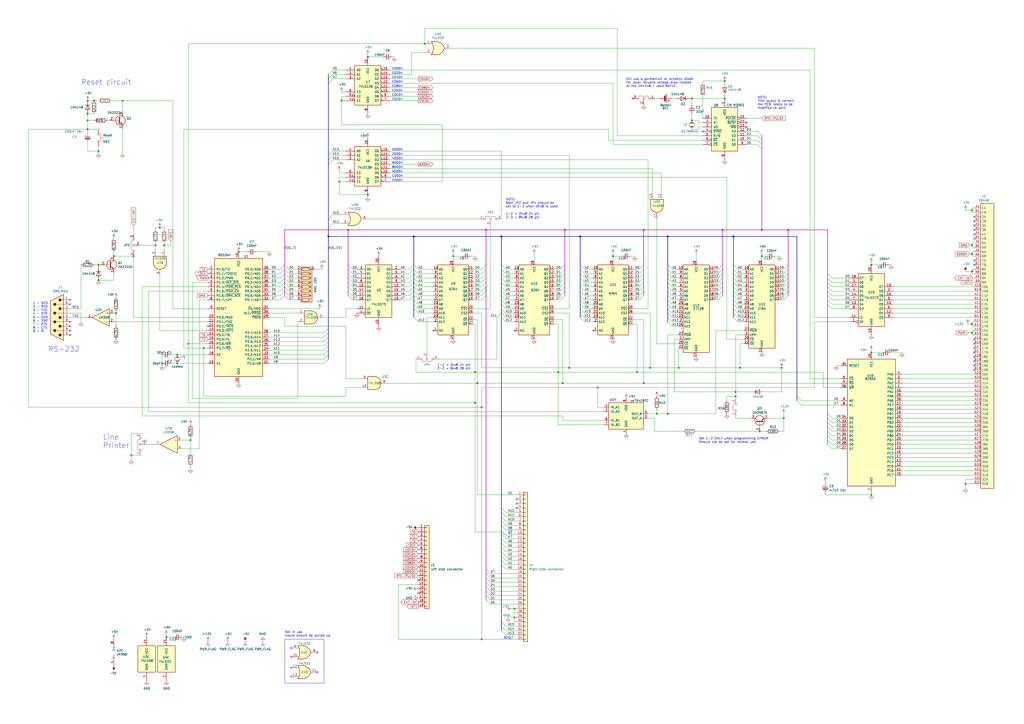
<source format=kicad_sch>
(kicad_sch (version 20250114) (generator "eeschema") (generator_version "9.0")
  (paper "A2")
  (title_block (title " 8052AH Single Board Computer") (date "2025-07-04") (rev "0.35") (company "Made by Datafant in the 1980's") (comment 1 "Schematic created by Mikael Karlsson 2022"))
  (lib_symbols
    (symbol "2N2219_1" (pin_names (offset 0) (hide yes))
      (property "Reference" "Q" (at 5.08 1.905 0))
      (property "Value" "2N2219" (at 5.08 0 0))
      (symbol "2N2219_1_1_1"
        (pin input line (at -5.08 0 0) (length 2.54) (name "B") (number "2"))
        (pin passive line (at 2.54 5.08 270) (length 2.54) (name "C") (number "3"))
        (pin passive line (at 2.54 -5.08 90) (length 2.54) (name "E") (number "1"))
      )
    )
    (symbol "2N2219_2" (pin_names (offset 0) (hide yes))
      (property "Reference" "Q" (at 5.08 1.905 0))
      (property "Value" "2N2219" (at 5.08 0 0))
      (symbol "2N2219_2_1_1"
        (pin input line (at -5.08 0 0) (length 2.54) (name "B") (number "2"))
        (pin passive line (at 2.54 5.08 270) (length 2.54) (name "C") (number "3"))
        (pin passive line (at 2.54 -5.08 90) (length 2.54) (name "E") (number "1"))
      )
    )
    (symbol "74xx:74LS08" (pin_names (offset 1.016))
      (property "Reference" "U" (at 0 1.27 0))
      (property "Value" "74LS08" (at 0 -1.27 0))
      (symbol "74LS08_1_1"
        (pin input line (at -7.62 2.54 0) (length 3.81) (name "~") (number "1"))
        (pin input line (at -7.62 -2.54 0) (length 3.81) (name "~") (number "2"))
        (pin output line (at 7.62 0 180) (length 3.81) (name "~") (number "3"))
      )
      (symbol "74LS08_1_2"
        (pin input inverted (at -7.62 2.54 0) (length 4.318) (name "~") (number "1"))
        (pin input inverted (at -7.62 -2.54 0) (length 4.318) (name "~") (number "2"))
        (pin output inverted (at 7.62 0 180) (length 3.81) (name "~") (number "3"))
      )
      (symbol "74LS08_2_1"
        (pin input line (at -7.62 2.54 0) (length 3.81) (name "~") (number "4"))
        (pin input line (at -7.62 -2.54 0) (length 3.81) (name "~") (number "5"))
        (pin output line (at 7.62 0 180) (length 3.81) (name "~") (number "6"))
      )
      (symbol "74LS08_2_2"
        (pin input inverted (at -7.62 2.54 0) (length 4.318) (name "~") (number "4"))
        (pin input inverted (at -7.62 -2.54 0) (length 4.318) (name "~") (number "5"))
        (pin output inverted (at 7.62 0 180) (length 3.81) (name "~") (number "6"))
      )
      (symbol "74LS08_3_1"
        (pin input line (at -7.62 2.54 0) (length 3.81) (name "~") (number "9"))
        (pin input line (at -7.62 -2.54 0) (length 3.81) (name "~") (number "10"))
        (pin output line (at 7.62 0 180) (length 3.81) (name "~") (number "8"))
      )
      (symbol "74LS08_3_2"
        (pin input inverted (at -7.62 2.54 0) (length 4.318) (name "~") (number "9"))
        (pin input inverted (at -7.62 -2.54 0) (length 4.318) (name "~") (number "10"))
        (pin output inverted (at 7.62 0 180) (length 3.81) (name "~") (number "8"))
      )
      (symbol "74LS08_4_1"
        (pin input line (at -7.62 2.54 0) (length 3.81) (name "~") (number "12"))
        (pin input line (at -7.62 -2.54 0) (length 3.81) (name "~") (number "13"))
        (pin output line (at 7.62 0 180) (length 3.81) (name "~") (number "11"))
      )
      (symbol "74LS08_4_2"
        (pin input inverted (at -7.62 2.54 0) (length 4.318) (name "~") (number "12"))
        (pin input inverted (at -7.62 -2.54 0) (length 4.318) (name "~") (number "13"))
        (pin output inverted (at 7.62 0 180) (length 3.81) (name "~") (number "11"))
      )
      (symbol "74LS08_5_0"
        (pin power_in line (at 0 12.7 270) (length 5.08) (name "VCC") (number "14"))
        (pin power_in line (at 0 -12.7 90) (length 5.08) (name "GND") (number "7"))
      )
    )
    (symbol "74xx:74LS138" (pin_names (offset 1.016))
      (property "Reference" "U" (at -7.62 11.43 0))
      (property "Value" "74LS138" (at -7.62 -13.97 0))
      (symbol "74LS138_1_0"
        (pin input line (at -12.7 7.62 0) (length 5.08) (name "A0") (number "1"))
        (pin input line (at -12.7 5.08 0) (length 5.08) (name "A1") (number "2"))
        (pin input line (at -12.7 2.54 0) (length 5.08) (name "A2") (number "3"))
        (pin input line (at -12.7 -5.08 0) (length 5.08) (name "E3") (number "6"))
        (pin input input_low (at -12.7 -7.62 0) (length 5.08) (name "E2") (number "5"))
        (pin input input_low (at -12.7 -10.16 0) (length 5.08) (name "E1") (number "4"))
        (pin power_in line (at 0 15.24 270) (length 5.08) (name "VCC") (number "16"))
        (pin power_in line (at 0 -17.78 90) (length 5.08) (name "GND") (number "8"))
        (pin output output_low (at 12.7 7.62 180) (length 5.08) (name "O0") (number "15"))
        (pin output output_low (at 12.7 5.08 180) (length 5.08) (name "O1") (number "14"))
        (pin output output_low (at 12.7 2.54 180) (length 5.08) (name "O2") (number "13"))
        (pin output output_low (at 12.7 0 180) (length 5.08) (name "O3") (number "12"))
        (pin output output_low (at 12.7 -2.54 180) (length 5.08) (name "O4") (number "11"))
        (pin output output_low (at 12.7 -5.08 180) (length 5.08) (name "O5") (number "10"))
        (pin output output_low (at 12.7 -7.62 180) (length 5.08) (name "O6") (number "9"))
        (pin output output_low (at 12.7 -10.16 180) (length 5.08) (name "O7") (number "7"))
      )
    )
    (symbol "74xx:74LS32" (pin_names (offset 1.016))
      (property "Reference" "U" (at 0 1.27 0))
      (property "Value" "74LS32" (at 0 -1.27 0))
      (symbol "74LS32_1_1"
        (pin input line (at -7.62 2.54 0) (length 4.318) (name "~") (number "1"))
        (pin input line (at -7.62 -2.54 0) (length 4.318) (name "~") (number "2"))
        (pin output line (at 7.62 0 180) (length 3.81) (name "~") (number "3"))
      )
      (symbol "74LS32_1_2"
        (pin input inverted (at -7.62 2.54 0) (length 3.81) (name "~") (number "1"))
        (pin input inverted (at -7.62 -2.54 0) (length 3.81) (name "~") (number "2"))
        (pin output inverted (at 7.62 0 180) (length 3.81) (name "~") (number "3"))
      )
      (symbol "74LS32_2_1"
        (pin input line (at -7.62 2.54 0) (length 4.318) (name "~") (number "4"))
        (pin input line (at -7.62 -2.54 0) (length 4.318) (name "~") (number "5"))
        (pin output line (at 7.62 0 180) (length 3.81) (name "~") (number "6"))
      )
      (symbol "74LS32_2_2"
        (pin input inverted (at -7.62 2.54 0) (length 3.81) (name "~") (number "4"))
        (pin input inverted (at -7.62 -2.54 0) (length 3.81) (name "~") (number "5"))
        (pin output inverted (at 7.62 0 180) (length 3.81) (name "~") (number "6"))
      )
      (symbol "74LS32_3_1"
        (pin input line (at -7.62 2.54 0) (length 4.318) (name "~") (number "9"))
        (pin input line (at -7.62 -2.54 0) (length 4.318) (name "~") (number "10"))
        (pin output line (at 7.62 0 180) (length 3.81) (name "~") (number "8"))
      )
      (symbol "74LS32_3_2"
        (pin input inverted (at -7.62 2.54 0) (length 3.81) (name "~") (number "9"))
        (pin input inverted (at -7.62 -2.54 0) (length 3.81) (name "~") (number "10"))
        (pin output inverted (at 7.62 0 180) (length 3.81) (name "~") (number "8"))
      )
      (symbol "74LS32_4_1"
        (pin input line (at -7.62 2.54 0) (length 4.318) (name "~") (number "12"))
        (pin input line (at -7.62 -2.54 0) (length 4.318) (name "~") (number "13"))
        (pin output line (at 7.62 0 180) (length 3.81) (name "~") (number "11"))
      )
      (symbol "74LS32_4_2"
        (pin input inverted (at -7.62 2.54 0) (length 3.81) (name "~") (number "12"))
        (pin input inverted (at -7.62 -2.54 0) (length 3.81) (name "~") (number "13"))
        (pin output inverted (at 7.62 0 180) (length 3.81) (name "~") (number "11"))
      )
      (symbol "74LS32_5_0"
        (pin power_in line (at 0 12.7 270) (length 5.08) (name "VCC") (number "14"))
        (pin power_in line (at 0 -12.7 90) (length 5.08) (name "GND") (number "7"))
      )
    )
    (symbol "74xx:74LS373"
      (property "Reference" "U" (at -7.62 16.51 0))
      (property "Value" "74LS373" (at -7.62 -16.51 0))
      (symbol "74LS373_1_0"
        (pin input line (at -12.7 12.7 0) (length 5.08) (name "D0") (number "3"))
        (pin input line (at -12.7 10.16 0) (length 5.08) (name "D1") (number "4"))
        (pin input line (at -12.7 7.62 0) (length 5.08) (name "D2") (number "7"))
        (pin input line (at -12.7 5.08 0) (length 5.08) (name "D3") (number "8"))
        (pin input line (at -12.7 2.54 0) (length 5.08) (name "D4") (number "13"))
        (pin input line (at -12.7 0 0) (length 5.08) (name "D5") (number "14"))
        (pin input line (at -12.7 -2.54 0) (length 5.08) (name "D6") (number "17"))
        (pin input line (at -12.7 -5.08 0) (length 5.08) (name "D7") (number "18"))
        (pin input line (at -12.7 -10.16 0) (length 5.08) (name "LE") (number "11"))
        (pin input inverted (at -12.7 -12.7 0) (length 5.08) (name "OE") (number "1"))
        (pin power_in line (at 0 20.32 270) (length 5.08) (name "VCC") (number "20"))
        (pin power_in line (at 0 -20.32 90) (length 5.08) (name "GND") (number "10"))
        (pin tri_state line (at 12.7 12.7 180) (length 5.08) (name "O0") (number "2"))
        (pin tri_state line (at 12.7 10.16 180) (length 5.08) (name "O1") (number "5"))
        (pin tri_state line (at 12.7 7.62 180) (length 5.08) (name "O2") (number "6"))
        (pin tri_state line (at 12.7 5.08 180) (length 5.08) (name "O3") (number "9"))
        (pin tri_state line (at 12.7 2.54 180) (length 5.08) (name "O4") (number "12"))
        (pin tri_state line (at 12.7 0 180) (length 5.08) (name "O5") (number "15"))
        (pin tri_state line (at 12.7 -2.54 180) (length 5.08) (name "O6") (number "16"))
        (pin tri_state line (at 12.7 -5.08 180) (length 5.08) (name "O7") (number "19"))
      )
    )
    (symbol "8052-SBC:74LS373"
      (property "Reference" "U" (at -7.62 16.51 0))
      (property "Value" "74LS373" (at -7.62 -16.51 0))
      (symbol "74LS373_1_0"
        (pin input line (at -12.7 12.7 0) (length 5.08) (name "D7") (number "18"))
        (pin input line (at -12.7 10.16 0) (length 5.08) (name "D0") (number "3"))
        (pin input line (at -12.7 7.62 0) (length 5.08) (name "D6") (number "17"))
        (pin input line (at -12.7 5.08 0) (length 5.08) (name "D1") (number "4"))
        (pin input line (at -12.7 2.54 0) (length 5.08) (name "D5") (number "14"))
        (pin input line (at -12.7 0 0) (length 5.08) (name "D2") (number "7"))
        (pin input line (at -12.7 -2.54 0) (length 5.08) (name "D4") (number "13"))
        (pin input line (at -12.7 -5.08 0) (length 5.08) (name "D3") (number "8"))
        (pin input line (at -12.7 -10.16 0) (length 5.08) (name "LE") (number "11"))
        (pin input inverted (at -12.7 -12.7 0) (length 5.08) (name "OE") (number "1"))
        (pin power_in line (at 0 20.32 270) (length 5.08) (name "VCC") (number "20"))
        (pin power_in line (at 0 -20.32 90) (length 5.08) (name "GND") (number "10"))
        (pin tri_state line (at 12.7 7.62 180) (length 5.08) (name "O7") (number "19"))
        (pin tri_state line (at 12.7 5.08 180) (length 5.08) (name "O0") (number "2"))
        (pin tri_state line (at 12.7 2.54 180) (length 5.08) (name "O6") (number "16"))
        (pin tri_state line (at 12.7 0 180) (length 5.08) (name "O1") (number "5"))
        (pin tri_state line (at 12.7 -2.54 180) (length 5.08) (name "O5") (number "15"))
        (pin tri_state line (at 12.7 -5.08 180) (length 5.08) (name "O2") (number "6"))
        (pin tri_state line (at 12.7 -7.62 180) (length 5.08) (name "O4") (number "12"))
        (pin tri_state line (at 12.7 -10.16 180) (length 5.08) (name "O3") (number "9"))
      )
    )
    (symbol "8052-SBC:8052AH" (pin_names (offset 1.016))
      (property "Reference" "U" (at -2.54 10.16 0))
      (property "Value" "8052AH" (at -5.715 7.62 0))
      (symbol "8052AH_1_1"
        (pin bidirectional line (at -17.78 27.94 0) (length 3.81) (name "P1.0/T2") (number "1"))
        (pin bidirectional line (at -17.78 25.4 0) (length 3.81) (name "P1.1/T2(EX)") (number "2"))
        (pin bidirectional line (at -17.78 22.86 0) (length 3.81) (name "P1.2/PWM") (number "3"))
        (pin bidirectional line (at -17.78 20.32 0) (length 3.81) (name "P1.3/~{ALE_DIS}") (number "4"))
        (pin bidirectional line (at -17.78 17.78 0) (length 3.81) (name "P1.4/~{PGM_PLS}") (number "5"))
        (pin bidirectional line (at -17.78 15.24 0) (length 3.81) (name "P1.5/~{PGM_EN}") (number "6"))
        (pin bidirectional line (at -17.78 12.7 0) (length 3.81) (name "P1.6/~{DMA_ACK}") (number "7"))
        (pin bidirectional line (at -17.78 10.16 0) (length 3.81) (name "P1.7/LPT") (number "8"))
        (pin input line (at -17.78 5.08 0) (length 3.81) (name "RESET") (number "9"))
        (pin bidirectional line (at -17.78 0 0) (length 3.81) (name "P3.0/RXD") (number "10"))
        (pin bidirectional line (at -17.78 -2.54 0) (length 3.81) (name "P3.1/TXD") (number "11"))
        (pin bidirectional line (at -17.78 -5.08 0) (length 3.81) (name "P3.2/~{INT0}") (number "12"))
        (pin bidirectional line (at -17.78 -7.62 0) (length 3.81) (name "P3.3/~{INT1}") (number "13"))
        (pin bidirectional line (at -17.78 -10.16 0) (length 3.81) (name "P3.4/T0") (number "14"))
        (pin bidirectional line (at -17.78 -12.7 0) (length 3.81) (name "P3.5/T1") (number "15"))
        (pin bidirectional line (at -17.78 -15.24 0) (length 3.81) (name "P3.6/~{WR}") (number "16"))
        (pin bidirectional line (at -17.78 -17.78 0) (length 3.81) (name "P3.7/~{RD}") (number "17"))
        (pin input line (at -17.78 -21.59 0) (length 3.81) (name "X2") (number "18"))
        (pin input line (at -17.78 -26.67 0) (length 3.81) (name "X1") (number "19"))
        (pin power_in line (at 0 38.1 270) (length 3.81) (name "VCC") (number "40"))
        (pin power_in line (at 0 -38.1 90) (length 3.81) (name "GND") (number "20"))
        (pin bidirectional line (at 17.78 27.94 180) (length 3.81) (name "P0.0/AD0") (number "39"))
        (pin bidirectional line (at 17.78 25.4 180) (length 3.81) (name "P0.1/AD1") (number "38"))
        (pin bidirectional line (at 17.78 22.86 180) (length 3.81) (name "P0.2/AD2") (number "37"))
        (pin bidirectional line (at 17.78 20.32 180) (length 3.81) (name "P0.3/AD3") (number "36"))
        (pin bidirectional line (at 17.78 17.78 180) (length 3.81) (name "P0.4/AD4") (number "35"))
        (pin bidirectional line (at 17.78 15.24 180) (length 3.81) (name "P0.5/AD5") (number "34"))
        (pin bidirectional line (at 17.78 12.7 180) (length 3.81) (name "P0.6/AD6") (number "33"))
        (pin bidirectional line (at 17.78 10.16 180) (length 3.81) (name "P0.7/AD7") (number "32"))
        (pin input inverted (at 17.78 5.08 180) (length 3.81) (name "~{EA}/VDD") (number "31"))
        (pin output line (at 17.78 2.54 180) (length 3.81) (name "ALE/~{PROG}") (number "30"))
        (pin output inverted (at 17.78 0 180) (length 3.81) (name "~{PSEN}") (number "29"))
        (pin bidirectional line (at 17.78 -8.89 180) (length 3.81) (name "P2.7/A15") (number "28"))
        (pin bidirectional line (at 17.78 -11.43 180) (length 3.81) (name "P2.6/A14") (number "27"))
        (pin bidirectional line (at 17.78 -13.97 180) (length 3.81) (name "P2.5/A13") (number "26"))
        (pin bidirectional line (at 17.78 -16.51 180) (length 3.81) (name "P2.4/A12") (number "25"))
        (pin bidirectional line (at 17.78 -19.05 180) (length 3.81) (name "P2.3/A11") (number "24"))
        (pin bidirectional line (at 17.78 -21.59 180) (length 3.81) (name "P2.2/A10") (number "23"))
        (pin bidirectional line (at 17.78 -24.13 180) (length 3.81) (name "P2.1/A9") (number "22"))
        (pin bidirectional line (at 17.78 -26.67 180) (length 3.81) (name "P2.0/A8") (number "21"))
      )
    )
    (symbol "8052-SBC:8255" (pin_names (offset 1.016))
      (property "Reference" "U" (at -13.97 38.1 0))
      (property "Value" "8255" (at 8.89 38.1 0))
      (symbol "8255_1_1"
        (pin input line (at -17.78 33.02 0) (length 3.81) (name "RESET") (number "35"))
        (pin input line (at -17.78 25.4 0) (length 3.81) (name "~{CS}") (number "6"))
        (pin input line (at -17.78 22.86 0) (length 3.81) (name "~{RD}") (number "5"))
        (pin input line (at -17.78 20.32 0) (length 3.81) (name "~{WR}") (number "36"))
        (pin input line (at -17.78 12.7 0) (length 3.81) (name "A0") (number "9"))
        (pin input line (at -17.78 10.16 0) (length 3.81) (name "A1") (number "8"))
        (pin bidirectional line (at -17.78 2.54 0) (length 3.81) (name "D0") (number "34"))
        (pin bidirectional line (at -17.78 0 0) (length 3.81) (name "D1") (number "33"))
        (pin bidirectional line (at -17.78 -2.54 0) (length 3.81) (name "D2") (number "32"))
        (pin bidirectional line (at -17.78 -5.08 0) (length 3.81) (name "D3") (number "31"))
        (pin bidirectional line (at -17.78 -7.62 0) (length 3.81) (name "D4") (number "30"))
        (pin bidirectional line (at -17.78 -10.16 0) (length 3.81) (name "D5") (number "29"))
        (pin bidirectional line (at -17.78 -12.7 0) (length 3.81) (name "D6") (number "28"))
        (pin bidirectional line (at -17.78 -15.24 0) (length 3.81) (name "D7") (number "27"))
        (pin power_in line (at 0 40.64 270) (length 3.81) (name "VCC") (number "26"))
        (pin power_in line (at 0 -40.64 90) (length 3.81) (name "GND") (number "7"))
        (pin bidirectional line (at 17.78 27.94 180) (length 3.81) (name "PA0") (number "4"))
        (pin bidirectional line (at 17.78 25.4 180) (length 3.81) (name "PA1") (number "3"))
        (pin bidirectional line (at 17.78 22.86 180) (length 3.81) (name "PA2") (number "2"))
        (pin bidirectional line (at 17.78 20.32 180) (length 3.81) (name "PA3") (number "1"))
        (pin bidirectional line (at 17.78 17.78 180) (length 3.81) (name "PA4") (number "40"))
        (pin bidirectional line (at 17.78 15.24 180) (length 3.81) (name "PA5") (number "39"))
        (pin bidirectional line (at 17.78 12.7 180) (length 3.81) (name "PA6") (number "38"))
        (pin bidirectional line (at 17.78 10.16 180) (length 3.81) (name "PA7") (number "37"))
        (pin bidirectional line (at 17.78 7.62 180) (length 3.81) (name "PB0") (number "18"))
        (pin bidirectional line (at 17.78 5.08 180) (length 3.81) (name "PB1") (number "19"))
        (pin bidirectional line (at 17.78 2.54 180) (length 3.81) (name "PB2") (number "20"))
        (pin bidirectional line (at 17.78 0 180) (length 3.81) (name "PB3") (number "21"))
        (pin bidirectional line (at 17.78 -2.54 180) (length 3.81) (name "PB4") (number "22"))
        (pin bidirectional line (at 17.78 -5.08 180) (length 3.81) (name "PB5") (number "23"))
        (pin bidirectional line (at 17.78 -7.62 180) (length 3.81) (name "PB6") (number "24"))
        (pin bidirectional line (at 17.78 -10.16 180) (length 3.81) (name "PB7") (number "25"))
        (pin bidirectional line (at 17.78 -12.7 180) (length 3.81) (name "PC0") (number "14"))
        (pin bidirectional line (at 17.78 -15.24 180) (length 3.81) (name "PC1") (number "15"))
        (pin bidirectional line (at 17.78 -17.78 180) (length 3.81) (name "PC2") (number "16"))
        (pin bidirectional line (at 17.78 -20.32 180) (length 3.81) (name "PC3") (number "17"))
        (pin bidirectional line (at 17.78 -22.86 180) (length 3.81) (name "PC4") (number "13"))
        (pin bidirectional line (at 17.78 -25.4 180) (length 3.81) (name "PC5") (number "12"))
        (pin bidirectional line (at 17.78 -27.94 180) (length 3.81) (name "PC6") (number "11"))
        (pin bidirectional line (at 17.78 -30.48 180) (length 3.81) (name "PC7") (number "10"))
      )
    )
    (symbol "8052-SBC:C64AB-Connector"
      (property "Reference" "J" (at 0 85.09 0))
      (property "Value" "C64AB-Connector" (at 6.35 1.27 90))
      (symbol "C64AB-Connector_1_1"
        (pin passive line (at -7.62 81.28 0) (length 3.81) (name "1A") (number "A1"))
        (pin passive line (at -7.62 78.74 0) (length 3.81) (name "1B") (number "B1"))
        (pin passive line (at -7.62 76.2 0) (length 3.81) (name "2A") (number "A2"))
        (pin passive line (at -7.62 73.66 0) (length 3.81) (name "2B") (number "B2"))
        (pin passive line (at -7.62 71.12 0) (length 3.81) (name "3A") (number "A3"))
        (pin passive line (at -7.62 68.58 0) (length 3.81) (name "3B") (number "B3"))
        (pin passive line (at -7.62 66.04 0) (length 3.81) (name "4A") (number "A4"))
        (pin passive line (at -7.62 63.5 0) (length 3.81) (name "4B") (number "B4"))
        (pin passive line (at -7.62 60.96 0) (length 3.81) (name "5A") (number "A5"))
        (pin passive line (at -7.62 58.42 0) (length 3.81) (name "5B") (number "B5"))
        (pin passive line (at -7.62 55.88 0) (length 3.81) (name "6A") (number "A6"))
        (pin passive line (at -7.62 53.34 0) (length 3.81) (name "6B") (number "B6"))
        (pin passive line (at -7.62 50.8 0) (length 3.81) (name "7A") (number "A7"))
        (pin passive line (at -7.62 48.26 0) (length 3.81) (name "7B") (number "B7"))
        (pin passive line (at -7.62 45.72 0) (length 3.81) (name "8A") (number "A8"))
        (pin passive line (at -7.62 43.18 0) (length 3.81) (name "8B") (number "B8"))
        (pin passive line (at -7.62 40.64 0) (length 3.81) (name "9A") (number "A9"))
        (pin passive line (at -7.62 38.1 0) (length 3.81) (name "9B") (number "B9"))
        (pin passive line (at -7.62 35.56 0) (length 3.81) (name "10A") (number "A10"))
        (pin passive line (at -7.62 33.02 0) (length 3.81) (name "10B") (number "B10"))
        (pin passive line (at -7.62 30.48 0) (length 3.81) (name "11A") (number "A11"))
        (pin passive line (at -7.62 27.94 0) (length 3.81) (name "11B") (number "B11"))
        (pin passive line (at -7.62 25.4 0) (length 3.81) (name "12A") (number "A12"))
        (pin passive line (at -7.62 22.86 0) (length 3.81) (name "12B") (number "B12"))
        (pin passive line (at -7.62 20.32 0) (length 3.81) (name "13A") (number "A13"))
        (pin passive line (at -7.62 17.78 0) (length 3.81) (name "13B") (number "B13"))
        (pin passive line (at -7.62 15.24 0) (length 3.81) (name "14A") (number "A14"))
        (pin passive line (at -7.62 12.7 0) (length 3.81) (name "14B") (number "B14"))
        (pin passive line (at -7.62 10.16 0) (length 3.81) (name "15A") (number "A15"))
        (pin passive line (at -7.62 7.62 0) (length 3.81) (name "15B") (number "B15"))
        (pin passive line (at -7.62 5.08 0) (length 3.81) (name "16A") (number "A16"))
        (pin passive line (at -7.62 2.54 0) (length 3.81) (name "16B") (number "B16"))
        (pin passive line (at -7.62 0 0) (length 3.81) (name "17A") (number "A17"))
        (pin passive line (at -7.62 -2.54 0) (length 3.81) (name "17B") (number "B17"))
        (pin passive line (at -7.62 -5.08 0) (length 3.81) (name "18A") (number "A18"))
        (pin passive line (at -7.62 -7.62 0) (length 3.81) (name "18B") (number "B18"))
        (pin passive line (at -7.62 -10.16 0) (length 3.81) (name "19A") (number "A19"))
        (pin passive line (at -7.62 -12.7 0) (length 3.81) (name "19B") (number "B19"))
        (pin passive line (at -7.62 -15.24 0) (length 3.81) (name "20A") (number "A20"))
        (pin passive line (at -7.62 -17.78 0) (length 3.81) (name "20B") (number "B20"))
        (pin passive line (at -7.62 -20.32 0) (length 3.81) (name "21A") (number "A21"))
        (pin passive line (at -7.62 -22.86 0) (length 3.81) (name "21B") (number "B21"))
        (pin passive line (at -7.62 -25.4 0) (length 3.81) (name "22A") (number "A22"))
        (pin passive line (at -7.62 -27.94 0) (length 3.81) (name "22B") (number "B22"))
        (pin passive line (at -7.62 -30.48 0) (length 3.81) (name "23A") (number "A23"))
        (pin passive line (at -7.62 -33.02 0) (length 3.81) (name "23B") (number "B23"))
        (pin passive line (at -7.62 -35.56 0) (length 3.81) (name "24A") (number "A24"))
        (pin passive line (at -7.62 -38.1 0) (length 3.81) (name "24B") (number "B24"))
        (pin passive line (at -7.62 -40.64 0) (length 3.81) (name "25A") (number "A25"))
        (pin passive line (at -7.62 -43.18 0) (length 3.81) (name "25B") (number "B25"))
        (pin passive line (at -7.62 -45.72 0) (length 3.81) (name "26A") (number "A26"))
        (pin passive line (at -7.62 -48.26 0) (length 3.81) (name "26B") (number "B26"))
        (pin passive line (at -7.62 -50.8 0) (length 3.81) (name "27A") (number "A27"))
        (pin passive line (at -7.62 -53.34 0) (length 3.81) (name "27B") (number "B27"))
        (pin passive line (at -7.62 -55.88 0) (length 3.81) (name "28A") (number "A28"))
        (pin passive line (at -7.62 -58.42 0) (length 3.81) (name "28B") (number "B28"))
        (pin passive line (at -7.62 -60.96 0) (length 3.81) (name "29A") (number "A29"))
        (pin passive line (at -7.62 -63.5 0) (length 3.81) (name "29B") (number "B29"))
        (pin passive line (at -7.62 -66.04 0) (length 3.81) (name "30A") (number "A30"))
        (pin passive line (at -7.62 -68.58 0) (length 3.81) (name "30B") (number "B30"))
        (pin passive line (at -7.62 -71.12 0) (length 3.81) (name "31A") (number "A31"))
        (pin passive line (at -7.62 -73.66 0) (length 3.81) (name "31B") (number "B31"))
        (pin passive line (at -7.62 -76.2 0) (length 3.81) (name "32A") (number "A32"))
        (pin passive line (at -7.62 -78.74 0) (length 3.81) (name "32B") (number "B32"))
      )
    )
    (symbol "8052-SBC:HM6264LP"
      (property "Reference" "U" (at -10.16 20.955 0))
      (property "Value" "HM6264LP" (at 1.27 20.955 0))
      (symbol "HM6264LP_0_0"
        (pin power_in line (at 0 22.86 270) (length 2.54) (name "VCC") (number "28"))
        (pin power_in line (at 0 -22.86 90) (length 2.54) (name "GND") (number "14"))
      )
      (symbol "HM6264LP_1_1"
        (pin input line (at -11.43 17.78 0) (length 2.54) (name "A0") (number "10"))
        (pin input line (at -11.43 15.24 0) (length 2.54) (name "A1") (number "9"))
        (pin input line (at -11.43 12.7 0) (length 2.54) (name "A2") (number "8"))
        (pin input line (at -11.43 10.16 0) (length 2.54) (name "A3") (number "7"))
        (pin input line (at -11.43 7.62 0) (length 2.54) (name "A4") (number "6"))
        (pin input line (at -11.43 5.08 0) (length 2.54) (name "A5") (number "5"))
        (pin input line (at -11.43 2.54 0) (length 2.54) (name "A6") (number "4"))
        (pin input line (at -11.43 0 0) (length 2.54) (name "A7") (number "3"))
        (pin input line (at -11.43 -2.54 0) (length 2.54) (name "A8") (number "25"))
        (pin input line (at -11.43 -5.08 0) (length 2.54) (name "A9") (number "24"))
        (pin input line (at -11.43 -7.62 0) (length 2.54) (name "A10") (number "21"))
        (pin input line (at -11.43 -10.16 0) (length 2.54) (name "A11") (number "23"))
        (pin input line (at -11.43 -12.7 0) (length 2.54) (name "A12") (number "2"))
        (pin no_connect line (at -11.43 -17.78 0) (length 2.54) (name "NC") (number "1"))
        (pin tri_state line (at 11.43 17.78 180) (length 2.54) (name "Q0") (number "11"))
        (pin tri_state line (at 11.43 15.24 180) (length 2.54) (name "Q1") (number "12"))
        (pin tri_state line (at 11.43 12.7 180) (length 2.54) (name "Q2") (number "13"))
        (pin tri_state line (at 11.43 10.16 180) (length 2.54) (name "Q3") (number "15"))
        (pin tri_state line (at 11.43 7.62 180) (length 2.54) (name "Q4") (number "16"))
        (pin tri_state line (at 11.43 5.08 180) (length 2.54) (name "Q5") (number "17"))
        (pin tri_state line (at 11.43 2.54 180) (length 2.54) (name "Q6") (number "18"))
        (pin tri_state line (at 11.43 0 180) (length 2.54) (name "Q7") (number "19"))
        (pin input line (at 11.43 -5.08 180) (length 2.54) (name "~{CS1}") (number "20"))
        (pin input line (at 11.43 -7.62 180) (length 2.54) (name "CS2") (number "26"))
        (pin input line (at 11.43 -11.43 180) (length 2.54) (name "~{OE}") (number "22"))
        (pin input line (at 11.43 -13.97 180) (length 2.54) (name "~{WE}") (number "27"))
      )
    )
    (symbol "8052-SBC:M3003" (pin_names (offset 1.016))
      (property "Reference" "U" (at -6.985 13.97 0))
      (property "Value" "M3003" (at 3.81 13.97 0))
      (symbol "M3003_1_0"
        (pin input line (at -12.7 6.35 0) (length 5.08) (name "TE") (number "16"))
        (pin input line (at -12.7 3.81 0) (length 5.08) (name "XI") (number "2"))
        (pin output line (at -12.7 1.27 0) (length 5.08) (name "XO") (number "3"))
        (pin input line (at -12.7 -3.81 0) (length 5.08) (name "R/~{W}") (number "5"))
        (pin input inverted (at -12.7 -6.35 0) (length 5.08) (name "~{OE}") (number "6"))
        (pin input inverted (at -12.7 -8.89 0) (length 5.08) (name "~{CS}") (number "7"))
        (pin power_in line (at 0 17.78 270) (length 5.08) (name "VDD") (number "1"))
        (pin power_in line (at 0 -17.78 90) (length 5.08) (name "GND") (number "8"))
        (pin output inverted (at 12.7 6.35 180) (length 5.08) (name "~{PULSE}") (number "15"))
        (pin output inverted (at 12.7 3.81 180) (length 5.08) (name "~{BUSY}") (number "14"))
        (pin output inverted (at 12.7 1.27 180) (length 5.08) (name "~{IRQ}") (number "13"))
        (pin bidirectional line (at 12.7 -1.27 180) (length 5.08) (name "D3") (number "12"))
        (pin bidirectional line (at 12.7 -3.81 180) (length 5.08) (name "D2") (number "11"))
        (pin bidirectional line (at 12.7 -6.35 180) (length 5.08) (name "D1") (number "10"))
        (pin bidirectional line (at 12.7 -8.89 180) (length 5.08) (name "D0") (number "9"))
      )
      (symbol "M3003_1_1"
        (pin input inverted (at -12.7 -1.27 0) (length 5.08) (name "~{SYNC}") (number "4"))
      )
    )
    (symbol "8052-SBC:ua7541BTC" (pin_names (offset 1.016))
      (property "Reference" "U" (at -8.89 8.89 0))
      (property "Value" "ua7541BTC" (at 6.096 8.89 0))
      (symbol "ua7541BTC_1_1"
        (pin input line (at -12.7 5.08 0) (length 2.54) (name "IN_A1") (number "1"))
        (pin input line (at -12.7 2.54 0) (length 2.54) (name "IN_A2") (number "2"))
        (pin input line (at -12.7 -2.54 0) (length 2.54) (name "IN_B1") (number "6"))
        (pin input line (at -12.7 -5.08 0) (length 2.54) (name "IN_B2") (number "7"))
        (pin power_in line (at 0 10.16 270) (length 2.54) (name "VDD") (number "8"))
        (pin power_in line (at 0 -10.16 90) (length 2.54) (name "GND") (number "4"))
        (pin output line (at 12.7 1.27 180) (length 2.54) (name "OUT_B") (number "5"))
        (pin output line (at 12.7 -1.27 180) (length 2.54) (name "OUT_A") (number "3"))
      )
    )
    (symbol "Amplifier_Operational:LM358" (pin_names (offset 0.127))
      (property "Reference" "U" (at 0 5.08 0))
      (property "Value" "LM358" (at 0 -5.08 0))
      (symbol "LM358_1_1"
        (pin input line (at -7.62 2.54 0) (length 2.54) (name "+") (number "3"))
        (pin input line (at -7.62 -2.54 0) (length 2.54) (name "-") (number "2"))
        (pin output line (at 7.62 0 180) (length 2.54) (name "~") (number "1"))
      )
      (symbol "LM358_2_1"
        (pin input line (at -7.62 2.54 0) (length 2.54) (name "+") (number "5"))
        (pin input line (at -7.62 -2.54 0) (length 2.54) (name "-") (number "6"))
        (pin output line (at 7.62 0 180) (length 2.54) (name "~") (number "7"))
      )
      (symbol "LM358_3_1"
        (pin power_in line (at -2.54 7.62 270) (length 3.81) (name "V+") (number "8"))
        (pin power_in line (at -2.54 -7.62 90) (length 3.81) (name "V-") (number "4"))
      )
    )
    (symbol "Connector:DE9_Pins" (pin_names (offset 1.016) (hide yes))
      (property "Reference" "J" (at 0 13.97 0))
      (property "Value" "DE9_Pins" (at 0 -14.605 0))
      (symbol "DE9_Pins_1_1"
        (pin passive line (at -7.62 10.16 0) (length 3.81) (name "5") (number "5"))
        (pin passive line (at -7.62 7.62 0) (length 3.81) (name "9") (number "9"))
        (pin passive line (at -7.62 5.08 0) (length 3.81) (name "4") (number "4"))
        (pin passive line (at -7.62 2.54 0) (length 3.81) (name "8") (number "8"))
        (pin passive line (at -7.62 0 0) (length 3.81) (name "3") (number "3"))
        (pin passive line (at -7.62 -2.54 0) (length 3.81) (name "7") (number "7"))
        (pin passive line (at -7.62 -5.08 0) (length 3.81) (name "2") (number "2"))
        (pin passive line (at -7.62 -7.62 0) (length 3.81) (name "6") (number "6"))
        (pin passive line (at -7.62 -10.16 0) (length 3.81) (name "1") (number "1"))
      )
    )
    (symbol "Connector_Generic:Conn_01x19" (pin_names (offset 1.016) (hide yes))
      (property "Reference" "J" (at 0 25.4 0))
      (property "Value" "Conn_01x19" (at 0 -25.4 0))
      (symbol "Conn_01x19_1_1"
        (pin passive line (at -5.08 22.86 0) (length 3.81) (name "Pin_1") (number "1"))
        (pin passive line (at -5.08 20.32 0) (length 3.81) (name "Pin_2") (number "2"))
        (pin passive line (at -5.08 17.78 0) (length 3.81) (name "Pin_3") (number "3"))
        (pin passive line (at -5.08 15.24 0) (length 3.81) (name "Pin_4") (number "4"))
        (pin passive line (at -5.08 12.7 0) (length 3.81) (name "Pin_5") (number "5"))
        (pin passive line (at -5.08 10.16 0) (length 3.81) (name "Pin_6") (number "6"))
        (pin passive line (at -5.08 7.62 0) (length 3.81) (name "Pin_7") (number "7"))
        (pin passive line (at -5.08 5.08 0) (length 3.81) (name "Pin_8") (number "8"))
        (pin passive line (at -5.08 2.54 0) (length 3.81) (name "Pin_9") (number "9"))
        (pin passive line (at -5.08 0 0) (length 3.81) (name "Pin_10") (number "10"))
        (pin passive line (at -5.08 -2.54 0) (length 3.81) (name "Pin_11") (number "11"))
        (pin passive line (at -5.08 -5.08 0) (length 3.81) (name "Pin_12") (number "12"))
        (pin passive line (at -5.08 -7.62 0) (length 3.81) (name "Pin_13") (number "13"))
        (pin passive line (at -5.08 -10.16 0) (length 3.81) (name "Pin_14") (number "14"))
        (pin passive line (at -5.08 -12.7 0) (length 3.81) (name "Pin_15") (number "15"))
        (pin passive line (at -5.08 -15.24 0) (length 3.81) (name "Pin_16") (number "16"))
        (pin passive line (at -5.08 -17.78 0) (length 3.81) (name "Pin_17") (number "17"))
        (pin passive line (at -5.08 -20.32 0) (length 3.81) (name "Pin_18") (number "18"))
        (pin passive line (at -5.08 -22.86 0) (length 3.81) (name "Pin_19") (number "19"))
      )
    )
    (symbol "Connector_Generic:Conn_01x34" (pin_names (offset 1.016) (hide yes))
      (property "Reference" "J" (at 0 43.18 0))
      (property "Value" "Conn_01x34" (at 0 -45.72 0))
      (symbol "Conn_01x34_1_1"
        (pin passive line (at -5.08 40.64 0) (length 3.81) (name "Pin_1") (number "1"))
        (pin passive line (at -5.08 38.1 0) (length 3.81) (name "Pin_2") (number "2"))
        (pin passive line (at -5.08 35.56 0) (length 3.81) (name "Pin_3") (number "3"))
        (pin passive line (at -5.08 33.02 0) (length 3.81) (name "Pin_4") (number "4"))
        (pin passive line (at -5.08 30.48 0) (length 3.81) (name "Pin_5") (number "5"))
        (pin passive line (at -5.08 27.94 0) (length 3.81) (name "Pin_6") (number "6"))
        (pin passive line (at -5.08 25.4 0) (length 3.81) (name "Pin_7") (number "7"))
        (pin passive line (at -5.08 22.86 0) (length 3.81) (name "Pin_8") (number "8"))
        (pin passive line (at -5.08 20.32 0) (length 3.81) (name "Pin_9") (number "9"))
        (pin passive line (at -5.08 17.78 0) (length 3.81) (name "Pin_10") (number "10"))
        (pin passive line (at -5.08 15.24 0) (length 3.81) (name "Pin_11") (number "11"))
        (pin passive line (at -5.08 12.7 0) (length 3.81) (name "Pin_12") (number "12"))
        (pin passive line (at -5.08 10.16 0) (length 3.81) (name "Pin_13") (number "13"))
        (pin passive line (at -5.08 7.62 0) (length 3.81) (name "Pin_14") (number "14"))
        (pin passive line (at -5.08 5.08 0) (length 3.81) (name "Pin_15") (number "15"))
        (pin passive line (at -5.08 2.54 0) (length 3.81) (name "Pin_16") (number "16"))
        (pin passive line (at -5.08 0 0) (length 3.81) (name "Pin_17") (number "17"))
        (pin passive line (at -5.08 -2.54 0) (length 3.81) (name "Pin_18") (number "18"))
        (pin passive line (at -5.08 -5.08 0) (length 3.81) (name "Pin_19") (number "19"))
        (pin passive line (at -5.08 -7.62 0) (length 3.81) (name "Pin_20") (number "20"))
        (pin passive line (at -5.08 -10.16 0) (length 3.81) (name "Pin_21") (number "21"))
        (pin passive line (at -5.08 -12.7 0) (length 3.81) (name "Pin_22") (number "22"))
        (pin passive line (at -5.08 -15.24 0) (length 3.81) (name "Pin_23") (number "23"))
        (pin passive line (at -5.08 -17.78 0) (length 3.81) (name "Pin_24") (number "24"))
        (pin passive line (at -5.08 -20.32 0) (length 3.81) (name "Pin_25") (number "25"))
        (pin passive line (at -5.08 -22.86 0) (length 3.81) (name "Pin_26") (number "26"))
        (pin passive line (at -5.08 -25.4 0) (length 3.81) (name "Pin_27") (number "27"))
        (pin passive line (at -5.08 -27.94 0) (length 3.81) (name "Pin_28") (number "28"))
        (pin passive line (at -5.08 -30.48 0) (length 3.81) (name "Pin_29") (number "29"))
        (pin passive line (at -5.08 -33.02 0) (length 3.81) (name "Pin_30") (number "30"))
        (pin passive line (at -5.08 -35.56 0) (length 3.81) (name "Pin_31") (number "31"))
        (pin passive line (at -5.08 -38.1 0) (length 3.81) (name "Pin_32") (number "32"))
        (pin passive line (at -5.08 -40.64 0) (length 3.81) (name "Pin_33") (number "33"))
        (pin passive line (at -5.08 -43.18 0) (length 3.81) (name "Pin_34") (number "34"))
      )
    )
    (symbol "Device:Battery_Cell" (pin_numbers (hide yes)) (pin_names (offset 0) (hide yes))
      (property "Reference" "BT" (at 2.54 2.54 0))
      (property "Value" "Battery_Cell" (at 2.54 0 0))
      (symbol "Battery_Cell_1_1"
        (pin passive line (at 0 5.08 270) (length 2.54) (name "+") (number "1"))
        (pin passive line (at 0 -2.54 90) (length 2.54) (name "-") (number "2"))
      )
    )
    (symbol "Device:C_Polarized_Small" (pin_numbers (hide yes)) (pin_names (offset 0.254) (hide yes))
      (property "Reference" "C" (at 0.254 1.778 0))
      (property "Value" "C_Polarized_Small" (at 0.254 -2.032 0))
      (symbol "C_Polarized_Small_1_1"
        (pin passive line (at 0 2.54 270) (length 1.8542) (name "~") (number "1"))
        (pin passive line (at 0 -2.54 90) (length 1.8542) (name "~") (number "2"))
      )
    )
    (symbol "Device:C_Small" (pin_numbers (hide yes)) (pin_names (offset 0.254) (hide yes))
      (property "Reference" "C" (at 0.254 1.778 0))
      (property "Value" "C_Small" (at 0.254 -2.032 0))
      (symbol "C_Small_1_1"
        (pin passive line (at 0 2.54 270) (length 2.032) (name "~") (number "1"))
        (pin passive line (at 0 -2.54 90) (length 2.032) (name "~") (number "2"))
      )
    )
    (symbol "Device:Crystal_Small" (pin_numbers (hide yes)) (pin_names (offset 1.016) (hide yes))
      (property "Reference" "Y" (at 0 2.54 0))
      (property "Value" "Crystal_Small" (at 0 -2.54 0))
      (symbol "Crystal_Small_1_1"
        (pin passive line (at -2.54 0 0) (length 1.27) (name "1") (number "1"))
        (pin passive line (at 2.54 0 180) (length 1.27) (name "2") (number "2"))
      )
    )
    (symbol "Device:D" (pin_numbers (hide yes)) (pin_names (offset 1.016) (hide yes))
      (property "Reference" "D" (at 0 2.54 0))
      (property "Value" "D" (at 0 -2.54 0))
      (symbol "D_1_1"
        (pin passive line (at -3.81 0 0) (length 2.54) (name "K") (number "1"))
        (pin passive line (at 3.81 0 180) (length 2.54) (name "A") (number "2"))
      )
    )
    (symbol "Device:R" (pin_numbers (hide yes)) (pin_names (offset 0))
      (property "Reference" "R" (at 2.032 0 90))
      (property "Value" "R" (at 0 0 90))
      (symbol "R_1_1"
        (pin passive line (at 0 3.81 270) (length 1.27) (name "~") (number "1"))
        (pin passive line (at 0 -3.81 90) (length 1.27) (name "~") (number "2"))
      )
    )
    (symbol "Device:R_Network08" (pin_names (offset 0) (hide yes))
      (property "Reference" "RN" (at -12.7 0 90))
      (property "Value" "R_Network08" (at 10.16 0 90))
      (symbol "R_Network08_1_1"
        (pin passive line (at -10.16 5.08 270) (length 2.54) (name "common") (number "1"))
        (pin passive line (at -10.16 -5.08 90) (length 1.27) (name "R1") (number "2"))
        (pin passive line (at -7.62 -5.08 90) (length 1.27) (name "R2") (number "3"))
        (pin passive line (at -5.08 -5.08 90) (length 1.27) (name "R3") (number "4"))
        (pin passive line (at -2.54 -5.08 90) (length 1.27) (name "R4") (number "5"))
        (pin passive line (at 0 -5.08 90) (length 1.27) (name "R5") (number "6"))
        (pin passive line (at 2.54 -5.08 90) (length 1.27) (name "R6") (number "7"))
        (pin passive line (at 5.08 -5.08 90) (length 1.27) (name "R7") (number "8"))
        (pin passive line (at 7.62 -5.08 90) (length 1.27) (name "R8") (number "9"))
      )
    )
    (symbol "Diode:1N4148" (pin_numbers (hide yes)) (pin_names (hide yes))
      (property "Reference" "D" (at 0 2.54 0))
      (property "Value" "1N4148" (at 0 -2.54 0))
      (symbol "1N4148_1_1"
        (pin passive line (at -3.81 0 0) (length 2.54) (name "K") (number "1"))
        (pin passive line (at 3.81 0 180) (length 2.54) (name "A") (number "2"))
      )
    )
    (symbol "Jumper:Jumper_2_Open" (pin_names (offset 0) (hide yes))
      (property "Reference" "JP" (at 0 2.794 0))
      (property "Value" "Jumper_2_Open" (at 0 -2.286 0))
      (symbol "Jumper_2_Open_1_1"
        (pin passive line (at -5.08 0 0) (length 2.54) (name "A") (number "1"))
        (pin passive line (at 5.08 0 180) (length 2.54) (name "B") (number "2"))
      )
    )
    (symbol "Jumper:Jumper_3_Open" (pin_names (offset 0) (hide yes))
      (property "Reference" "JP" (at -2.54 -2.54 0))
      (property "Value" "Jumper_3_Open" (at 0 2.794 0))
      (symbol "Jumper_3_Open_1_1"
        (pin passive line (at -6.35 0 0) (length 2.54) (name "A") (number "1"))
        (pin passive line (at 0 -3.81 90) (length 2.54) (name "C") (number "2"))
        (pin passive line (at 6.35 0 180) (length 2.54) (name "B") (number "3"))
      )
    )
    (symbol "Jumper_3_Open_1" (pin_names (offset 0) (hide yes)) (exclude_from_sim yes) (in_bom no)
      (property "Reference" "JP" (at -2.54 -2.54 0))
      (property "Value" "Jumper_3_Open" (at 0 2.794 0))
      (symbol "Jumper_3_Open_1_1_1"
        (pin passive line (at -6.35 0 0) (length 2.54) (name "A") (number "1"))
        (pin passive line (at 0 -3.81 90) (length 2.54) (name "C") (number "2"))
        (pin passive line (at 6.35 0 180) (length 2.54) (name "B") (number "3"))
      )
    )
    (symbol "Jumper_3_Open_2" (pin_names (offset 0) (hide yes)) (exclude_from_sim yes) (in_bom no)
      (property "Reference" "JP" (at -2.54 -2.54 0))
      (property "Value" "Jumper_3_Open" (at 0 2.794 0))
      (symbol "Jumper_3_Open_2_1_1"
        (pin passive line (at -6.35 0 0) (length 2.54) (name "A") (number "1"))
        (pin passive line (at 0 -3.81 90) (length 2.54) (name "C") (number "2"))
        (pin passive line (at 6.35 0 180) (length 2.54) (name "B") (number "3"))
      )
    )
    (symbol "Memory_EPROM:27128"
      (property "Reference" "U" (at -7.62 26.67 0))
      (property "Value" "27128" (at 2.54 -26.67 0))
      (symbol "27128_1_1"
        (pin input line (at -10.16 22.86 0) (length 2.54) (name "A0") (number "10"))
        (pin input line (at -10.16 20.32 0) (length 2.54) (name "A1") (number "9"))
        (pin input line (at -10.16 17.78 0) (length 2.54) (name "A2") (number "8"))
        (pin input line (at -10.16 15.24 0) (length 2.54) (name "A3") (number "7"))
        (pin input line (at -10.16 12.7 0) (length 2.54) (name "A4") (number "6"))
        (pin input line (at -10.16 10.16 0) (length 2.54) (name "A5") (number "5"))
        (pin input line (at -10.16 7.62 0) (length 2.54) (name "A6") (number "4"))
        (pin input line (at -10.16 5.08 0) (length 2.54) (name "A7") (number "3"))
        (pin input line (at -10.16 2.54 0) (length 2.54) (name "A8") (number "25"))
        (pin input line (at -10.16 0 0) (length 2.54) (name "A9") (number "24"))
        (pin input line (at -10.16 -2.54 0) (length 2.54) (name "A10") (number "21"))
        (pin input line (at -10.16 -5.08 0) (length 2.54) (name "A11") (number "23"))
        (pin input line (at -10.16 -7.62 0) (length 2.54) (name "A12") (number "2"))
        (pin input line (at -10.16 -10.16 0) (length 2.54) (name "A13") (number "26"))
        (pin input line (at -10.16 -15.24 0) (length 2.54) (name "~{PGM}") (number "27"))
        (pin input line (at -10.16 -17.78 0) (length 2.54) (name "VPP") (number "1"))
        (pin input line (at -10.16 -20.32 0) (length 2.54) (name "~{CE}") (number "20"))
        (pin input line (at -10.16 -22.86 0) (length 2.54) (name "~{OE}") (number "22"))
        (pin power_in line (at 0 27.94 270) (length 2.54) (name "VCC") (number "28"))
        (pin power_in line (at 0 -27.94 90) (length 2.54) (name "GND") (number "14"))
        (pin tri_state line (at 10.16 22.86 180) (length 2.54) (name "D0") (number "11"))
        (pin tri_state line (at 10.16 20.32 180) (length 2.54) (name "D1") (number "12"))
        (pin tri_state line (at 10.16 17.78 180) (length 2.54) (name "D2") (number "13"))
        (pin tri_state line (at 10.16 15.24 180) (length 2.54) (name "D3") (number "15"))
        (pin tri_state line (at 10.16 12.7 180) (length 2.54) (name "D4") (number "16"))
        (pin tri_state line (at 10.16 10.16 180) (length 2.54) (name "D5") (number "17"))
        (pin tri_state line (at 10.16 7.62 180) (length 2.54) (name "D6") (number "18"))
        (pin tri_state line (at 10.16 5.08 180) (length 2.54) (name "D7") (number "19"))
      )
    )
    (symbol "Memory_EPROM:2764"
      (property "Reference" "U" (at -7.62 24.13 0))
      (property "Value" "2764" (at 2.54 -26.67 0))
      (symbol "2764_1_1"
        (pin input line (at -10.16 20.32 0) (length 2.54) (name "A0") (number "10"))
        (pin input line (at -10.16 17.78 0) (length 2.54) (name "A1") (number "9"))
        (pin input line (at -10.16 15.24 0) (length 2.54) (name "A2") (number "8"))
        (pin input line (at -10.16 12.7 0) (length 2.54) (name "A3") (number "7"))
        (pin input line (at -10.16 10.16 0) (length 2.54) (name "A4") (number "6"))
        (pin input line (at -10.16 7.62 0) (length 2.54) (name "A5") (number "5"))
        (pin input line (at -10.16 5.08 0) (length 2.54) (name "A6") (number "4"))
        (pin input line (at -10.16 2.54 0) (length 2.54) (name "A7") (number "3"))
        (pin input line (at -10.16 0 0) (length 2.54) (name "A8") (number "25"))
        (pin input line (at -10.16 -2.54 0) (length 2.54) (name "A9") (number "24"))
        (pin input line (at -10.16 -5.08 0) (length 2.54) (name "A10") (number "21"))
        (pin input line (at -10.16 -7.62 0) (length 2.54) (name "A11") (number "23"))
        (pin input line (at -10.16 -10.16 0) (length 2.54) (name "A12") (number "2"))
        (pin input line (at -10.16 -15.24 0) (length 2.54) (name "~{PGM}") (number "27"))
        (pin input line (at -10.16 -17.78 0) (length 2.54) (name "VPP") (number "1"))
        (pin input line (at -10.16 -20.32 0) (length 2.54) (name "~{CE}") (number "20"))
        (pin input line (at -10.16 -22.86 0) (length 2.54) (name "~{OE}") (number "22"))
        (pin power_in line (at 0 25.4 270) (length 2.54) (name "VCC") (number "28"))
        (pin power_in line (at 0 -27.94 90) (length 2.54) (name "GND") (number "14"))
        (pin no_connect line (at 7.62 0 180) (length 2.54) (hide yes) (name "NC") (number "26"))
        (pin tri_state line (at 10.16 20.32 180) (length 2.54) (name "D0") (number "11"))
        (pin tri_state line (at 10.16 17.78 180) (length 2.54) (name "D1") (number "12"))
        (pin tri_state line (at 10.16 15.24 180) (length 2.54) (name "D2") (number "13"))
        (pin tri_state line (at 10.16 12.7 180) (length 2.54) (name "D3") (number "15"))
        (pin tri_state line (at 10.16 10.16 180) (length 2.54) (name "D4") (number "16"))
        (pin tri_state line (at 10.16 7.62 180) (length 2.54) (name "D5") (number "17"))
        (pin tri_state line (at 10.16 5.08 180) (length 2.54) (name "D6") (number "18"))
        (pin tri_state line (at 10.16 2.54 180) (length 2.54) (name "D7") (number "19"))
      )
    )
    (symbol "Switch:SW_Push" (pin_numbers (hide yes)) (pin_names (offset 1.016) (hide yes))
      (property "Reference" "SW" (at 1.27 2.54 0))
      (property "Value" "SW_Push" (at 0 -1.524 0))
      (symbol "SW_Push_0_1"
        (pin passive line (at -5.08 0 0) (length 2.54) (name "1") (number "1"))
        (pin passive line (at 5.08 0 180) (length 2.54) (name "2") (number "2"))
      )
    )
    (symbol "Transistor_BJT:2N2219" (pin_names (offset 0) (hide yes))
      (property "Reference" "Q" (at 5.08 1.905 0))
      (property "Value" "2N2219" (at 5.08 0 0))
      (symbol "2N2219_1_1"
        (pin input line (at -5.08 0 0) (length 2.54) (name "B") (number "2"))
        (pin passive line (at 2.54 5.08 270) (length 2.54) (name "C") (number "3"))
        (pin passive line (at 2.54 -5.08 90) (length 2.54) (name "E") (number "1"))
      )
    )
    (symbol "power:+12V" (power) (pin_numbers (hide yes)) (pin_names (offset 0) (hide yes))
      (property "Value" "+12V" (at 0 3.556 0))
      (symbol "+12V_1_1"
        (pin power_in line (at 0 0 90) (length 0) (name "~") (number "1"))
      )
    )
    (symbol "power:+5V" (power) (pin_numbers (hide yes)) (pin_names (offset 0) (hide yes))
      (property "Value" "+5V" (at 0 3.556 0))
      (symbol "+5V_1_1"
        (pin power_in line (at 0 0 90) (length 0) (name "~") (number "1"))
      )
    )
    (symbol "power:-5V" (power) (pin_numbers (hide yes)) (pin_names (offset 0) (hide yes))
      (property "Value" "-5V" (at 0 3.556 0))
      (symbol "-5V_0_0"
        (pin power_in line (at 0 0 90) (length 0) (name "~") (number "1"))
      )
    )
    (symbol "power:GND" (power) (pin_numbers (hide yes)) (pin_names (offset 0) (hide yes))
      (property "Value" "GND" (at 0 -3.81 0))
      (symbol "GND_1_1"
        (pin power_in line (at 0 0 270) (length 0) (name "~") (number "1"))
      )
    )
    (symbol "power:PWR_FLAG" (power) (pin_numbers (hide yes)) (pin_names (offset 0) (hide yes))
      (property "Value" "PWR_FLAG" (at 0 3.81 0))
      (symbol "PWR_FLAG_0_0"
        (pin power_out line (at 0 0 90) (length 0) (name "~") (number "1"))
      )
    )
  )
  (text "RXD" (at 41.91 179.07 0) (effects (font (size 1.27 1.27)) (justify left bottom)))
  (text "Reset circuit" (at 46.99 49.53 0) (effects (font (size 2.9972 2.9972)) (justify left bottom)))
  (text "Not in use\nInputs should be pulled up" (at 165.1 369.57 0) (effects (font (size 1.27 1.27)) (justify left bottom)))
  (text "E020H" (at 227.33 43.18 0) (effects (font (size 1.27 1.27)) (justify left bottom)))
  (text "RS-232" (at 27.94 204.47 0) (effects (font (size 2.9972 2.9972)) (justify left bottom)))
  (text "D2: use a germanium or schottky diode \nfor lower forward voltage drop instead\nof the 1N4148. I used BAT42\n" (at 363.22 50.8 0) (effects (font (size 1.27 1.27)) (justify left bottom)))
  (text "Line\nPrinter" (at 59.69 260.35 0) (effects (font (size 2.9972 2.9972)) (justify left bottom)))
  (text "2000H" (at 227.33 90.17 0) (effects (font (size 1.27 1.27)) (justify left bottom)))
  (text "E0A0H" (at 227.33 53.34 0) (effects (font (size 1.27 1.27)) (justify left bottom)))
  (text "8000H" (at 227.33 97.79 0) (effects (font (size 1.27 1.27)) (justify left bottom)))
  (text "E0C0H" (at 227.33 55.88 0) (effects (font (size 1.27 1.27)) (justify left bottom)))
  (text "E040H" (at 227.33 45.72 0) (effects (font (size 1.27 1.27)) (justify left bottom)))
  (text "NOTE:\nBoth JP2 and JP4 should be\nset to 1-2 when 2Kx8 is used" (at 293.37 120.65 0) (effects (font (size 1.27 1.27)) (justify left bottom)))
  (text "OE" (at 294.64 287.02 0) (effects (font (size 1.27 1.27)) (justify left bottom)))
  (text "NOTE:\nThis layout is correct,\nthe PCB needs to be\nmodified to work" (at 439.42 63.5 0) (effects (font (size 1.27 1.27)) (justify left bottom)))
  (text "Set 1-2 ONLY when programming EPROM\nShould not be set for normal use\n" (at 405.384 257.302 0) (effects (font (size 1.27 1.27)) (justify left bottom)))
  (text "A000H" (at 227.33 100.33 0) (effects (font (size 1.27 1.27)) (justify left bottom)))
  (text "E0E0H" (at 227.33 58.42 0) (effects (font (size 1.27 1.27)) (justify left bottom)))
  (text "E000H" (at 227.33 40.64 0) (effects (font (size 1.27 1.27)) (justify left bottom)))
  (text "~{WE}" (at 294.64 309.88 0) (effects (font (size 1.27 1.27)) (justify left bottom)))
  (text "1-2 = 2kx8 24 pin\n2-3 = 8kx8 28 pin" (at 273.05 214.63 0) (effects (font (size 1.27 1.27)) (justify right bottom)))
  (text "E060H" (at 227.33 48.26 0) (effects (font (size 1.27 1.27)) (justify left bottom)))
  (text "1 - DCD\n2 - RXD\n3 - TXD\n4 - DTR\n5 - GND\n6 - DSR\n7 - RTS\n8 - CTS\n9 - RI" (at 19.05 193.04 0) (effects (font (size 1.27 1.27)) (justify left bottom)))
  (text "0000H" (at 227.33 87.63 0) (effects (font (size 1.27 1.27)) (justify left bottom)))
  (text "1-2 = 2Kx8 24 pin\n2-3 = 8Kx8 28 pin" (at 293.37 127 0) (effects (font (size 1.27 1.27)) (justify left bottom)))
  (text "6000H" (at 227.33 95.25 0) (effects (font (size 1.27 1.27)) (justify left bottom)))
  (text "C000H" (at 227.33 102.87 0) (effects (font (size 1.27 1.27)) (justify left bottom)))
  (text "E080H" (at 227.33 50.8 0) (effects (font (size 1.27 1.27)) (justify left bottom)))
  (text "RESET" (at 292.1 370.84 0) (effects (font (size 1.27 1.27)) (justify left bottom)))
  (text "TXD" (at 41.91 184.15 0) (effects (font (size 1.27 1.27)) (justify left bottom)))
  (text "E000H" (at 227.33 105.41 0) (effects (font (size 1.27 1.27)) (justify left bottom)))
  (text "4000H" (at 227.33 92.71 0) (effects (font (size 1.27 1.27)) (justify left bottom)))
  (junction (at 198.12 58.42))
  (junction (at 67.31 181.61))
  (junction (at 93.98 210.82))
  (junction (at 563.88 157.48))
  (junction (at 50.8 58.42))
  (junction (at 275.59 233.68))
  (junction (at 323.85 215.9))
  (junction (at 90.17 142.24))
  (junction (at 563.88 147.32))
  (junction (at 96.52 369.57))
  (junction (at 246.38 25.4))
  (junction (at 457.2 133.35) (color 194 0 194 1))
  (junction (at 419.1 133.35) (color 194 0 194 1))
  (junction (at 298.45 353.06))
  (junction (at 441.96 133.35) (color 194 0 194 1))
  (junction (at 401.32 57.15))
  (junction (at 441.96 148.59))
  (junction (at 213.36 33.02))
  (junction (at 401.32 69.85))
  (junction (at 50.8 69.85))
  (junction (at 190.5 137.16))
  (junction (at 393.7 213.36))
  (junction (at 563.88 121.92))
  (junction (at 201.93 133.35) (color 194 0 194 1))
  (junction (at 453.39 213.36))
  (junction (at 336.55 137.16))
  (junction (at 355.6 148.59))
  (junction (at 279.4 236.22))
  (junction (at 505.46 153.67))
  (junction (at 279.4 370.84))
  (junction (at 50.8 66.04))
  (junction (at 505.46 204.47))
  (junction (at 369.57 215.9))
  (junction (at 454.66 242.57))
  (junction (at 240.03 137.16))
  (junction (at 377.19 213.36))
  (junction (at 50.8 74.93))
  (junction (at 57.15 87.63))
  (junction (at 327.66 133.35) (color 194 0 194 1))
  (junction (at 563.88 187.96))
  (junction (at 262.89 148.59))
  (junction (at 71.12 58.42))
  (junction (at 387.35 240.03))
  (junction (at 563.88 142.24))
  (junction (at 213.36 113.03))
  (junction (at 138.43 146.05))
  (junction (at 381 240.03))
  (junction (at 275.59 215.9))
  (junction (at 387.35 137.16))
  (junction (at 276.86 222.25))
  (junction (at 346.71 224.79))
  (junction (at 505.46 287.02))
  (junction (at 440.69 250.19))
  (junction (at 426.72 227.33))
  (junction (at 425.45 137.16))
  (junction (at 330.2 213.36))
  (junction (at 57.15 153.67))
  (junction (at 326.39 222.25))
  (junction (at 420.37 46.99))
  (junction (at 373.38 133.35) (color 194 0 194 1))
  (junction (at 92.71 132.08))
  (junction (at 66.04 148.59))
  (junction (at 429.26 213.36))
  (junction (at 118.11 201.93))
  (junction (at 560.07 280.67))
  (junction (at 290.83 137.16))
  (junction (at 95.25 142.24))
  (junction (at 57.15 162.56))
  (junction (at 102.87 210.82))
  (junction (at 76.2 264.16))
  (junction (at 110.49 255.27))
  (junction (at 281.94 133.35) (color 194 0 194 1))
  (junction (at 426.72 229.87))
  (junction (at 102.87 205.74))
  (junction (at 420.37 57.15))
  (junction (at 373.38 222.25))
  (junction (at 54.61 58.42))
  (junction (at 563.88 193.04))
  (junction (at 196.85 105.41))
  (junction (at 109.22 199.39))
  (junction (at 298.45 358.14))
  (junction (at 77.47 148.59))
  (no_connect (at 168.91 387.35))
  (no_connect (at 433.07 71.12))
  (no_connect (at 242.57 336.55))
  (no_connect (at 433.07 73.66))
  (no_connect (at 565.15 128.27))
  (no_connect (at 40.64 186.69))
  (no_connect (at 40.64 194.31))
  (no_connect (at 565.15 130.81))
  (no_connect (at 565.15 151.13))
  (no_connect (at 299.72 289.56))
  (no_connect (at 184.15 389.89))
  (no_connect (at 565.15 212.09))
  (no_connect (at 565.15 153.67))
  (no_connect (at 565.15 196.85))
  (no_connect (at 168.91 392.43))
  (no_connect (at 40.64 189.23))
  (no_connect (at 565.15 135.89))
  (no_connect (at 184.15 378.46))
  (no_connect (at 565.15 133.35))
  (no_connect (at 565.15 138.43))
  (no_connect (at 40.64 173.99))
  (no_connect (at 367.03 57.15))
  (no_connect (at 407.67 76.2))
  (no_connect (at 299.72 292.1))
  (no_connect (at 168.91 375.92))
  (no_connect (at 299.72 294.64))
  (no_connect (at 168.91 381))
  (no_connect (at 565.15 207.01))
  (no_connect (at 565.15 204.47))
  (no_connect (at 120.65 189.23))
  (no_connect (at 565.15 125.73))
  (no_connect (at 565.15 201.93))
  (no_connect (at 40.64 176.53))
  (no_connect (at 242.57 344.17))
  (no_connect (at 40.64 191.77))
  (no_connect (at 565.15 199.39))
  (no_connect (at 565.15 214.63))
  (no_connect (at 565.15 209.55))
  (bus_entry (at 204.47 156.21) (size -2.54 -2.54))
  (bus_entry (at 290.83 181.61) (size 2.54 2.54))
  (bus_entry (at 482.6 171.45) (size -2.54 -2.54))
  (bus_entry (at 293.37 176.53) (size -2.54 -2.54))
  (bus_entry (at 290.83 363.22) (size 2.54 2.54))
  (bus_entry (at 204.47 163.83) (size -2.54 -2.54))
  (bus_entry (at 339.09 171.45) (size -2.54 -2.54))
  (bus_entry (at 242.57 161.29) (size -2.54 -2.54))
  (bus_entry (at 454.66 166.37) (size 2.54 -2.54))
  (bus_entry (at 427.99 158.75) (size -2.54 -2.54))
  (bus_entry (at 454.66 168.91) (size 2.54 -2.54))
  (bus_entry (at 370.84 173.99) (size 2.54 -2.54))
  (bus_entry (at 482.6 242.57) (size -2.54 -2.54))
  (bus_entry (at 237.49 166.37) (size 2.54 -2.54))
  (bus_entry (at 242.57 156.21) (size -2.54 -2.54))
  (bus_entry (at 290.83 294.64) (size 2.54 2.54))
  (bus_entry (at 162.56 163.83) (size 2.54 -2.54))
  (bus_entry (at 237.49 158.75) (size 2.54 -2.54))
  (bus_entry (at 242.57 186.69) (size -2.54 -2.54))
  (bus_entry (at 279.4 166.37) (size 2.54 -2.54))
  (bus_entry (at 389.89 179.07) (size -2.54 -2.54))
  (bus_entry (at 482.6 161.29) (size -2.54 -2.54))
  (bus_entry (at 427.99 171.45) (size -2.54 -2.54))
  (bus_entry (at 281.94 340.36) (size 2.54 2.54))
  (bus_entry (at 389.89 168.91) (size -2.54 -2.54))
  (bus_entry (at 193.04 40.64) (size -2.54 2.54))
  (bus_entry (at 162.56 158.75) (size 2.54 -2.54))
  (bus_entry (at 237.49 168.91) (size 2.54 -2.54))
  (bus_entry (at 242.57 173.99) (size -2.54 -2.54))
  (bus_entry (at 293.37 168.91) (size -2.54 -2.54))
  (bus_entry (at 454.66 158.75) (size 2.54 -2.54))
  (bus_entry (at 162.56 173.99) (size 2.54 -2.54))
  (bus_entry (at 427.99 166.37) (size -2.54 -2.54))
  (bus_entry (at 325.12 161.29) (size 2.54 -2.54))
  (bus_entry (at 389.89 176.53) (size -2.54 -2.54))
  (bus_entry (at 281.94 345.44) (size 2.54 2.54))
  (bus_entry (at 462.28 229.87) (size 2.54 2.54))
  (bus_entry (at 290.83 360.68) (size 2.54 2.54))
  (bus_entry (at 482.6 168.91) (size -2.54 -2.54))
  (bus_entry (at 167.64 166.37) (size -2.54 -2.54))
  (bus_entry (at 281.94 332.74) (size 2.54 2.54))
  (bus_entry (at 370.84 171.45) (size 2.54 -2.54))
  (bus_entry (at 427.99 173.99) (size -2.54 -2.54))
  (bus_entry (at 325.12 156.21) (size 2.54 -2.54))
  (bus_entry (at 290.83 302.26) (size 2.54 2.54))
  (bus_entry (at 325.12 171.45) (size 2.54 -2.54))
  (bus_entry (at 242.57 179.07) (size -2.54 -2.54))
  (bus_entry (at 389.89 161.29) (size -2.54 -2.54))
  (bus_entry (at 187.96 208.28) (size 2.54 -2.54))
  (bus_entry (at 325.12 158.75) (size 2.54 -2.54))
  (bus_entry (at 389.89 163.83) (size -2.54 -2.54))
  (bus_entry (at 339.09 181.61) (size -2.54 -2.54))
  (bus_entry (at 290.83 327.66) (size 2.54 2.54))
  (bus_entry (at 204.47 158.75) (size -2.54 -2.54))
  (bus_entry (at 237.49 171.45) (size 2.54 -2.54))
  (bus_entry (at 281.94 347.98) (size 2.54 2.54))
  (bus_entry (at 482.6 245.11) (size -2.54 -2.54))
  (bus_entry (at 242.57 176.53) (size -2.54 -2.54))
  (bus_entry (at 193.04 87.63) (size -2.54 2.54))
  (bus_entry (at 281.94 335.28) (size 2.54 2.54))
  (bus_entry (at 167.64 171.45) (size -2.54 -2.54))
  (bus_entry (at 279.4 168.91) (size 2.54 -2.54))
  (bus_entry (at 290.83 317.5) (size 2.54 2.54))
  (bus_entry (at 162.56 161.29) (size 2.54 -2.54))
  (bus_entry (at 482.6 260.35) (size -2.54 -2.54))
  (bus_entry (at 389.89 171.45) (size -2.54 -2.54))
  (bus_entry (at 162.56 171.45) (size 2.54 -2.54))
  (bus_entry (at 454.66 173.99) (size 2.54 -2.54))
  (bus_entry (at 389.89 173.99) (size -2.54 -2.54))
  (bus_entry (at 187.96 210.82) (size 2.54 -2.54))
  (bus_entry (at 416.56 163.83) (size 2.54 -2.54))
  (bus_entry (at 416.56 161.29) (size 2.54 -2.54))
  (bus_entry (at 290.83 365.76) (size 2.54 2.54))
  (bus_entry (at 339.09 158.75) (size -2.54 -2.54))
  (bus_entry (at 416.56 173.99) (size 2.54 -2.54))
  (bus_entry (at 193.04 45.72) (size -2.54 2.54))
  (bus_entry (at 389.89 158.75) (size -2.54 -2.54))
  (bus_entry (at 336.55 181.61) (size 2.54 2.54))
  (bus_entry (at 187.96 203.2) (size 2.54 -2.54))
  (bus_entry (at 454.66 163.83) (size 2.54 -2.54))
  (bus_entry (at 242.57 163.83) (size -2.54 -2.54))
  (bus_entry (at 242.57 158.75) (size -2.54 -2.54))
  (bus_entry (at 279.4 173.99) (size 2.54 -2.54))
  (bus_entry (at 416.56 158.75) (size 2.54 -2.54))
  (bus_entry (at 454.66 171.45) (size 2.54 -2.54))
  (bus_entry (at 454.66 161.29) (size 2.54 -2.54))
  (bus_entry (at 339.09 179.07) (size -2.54 -2.54))
  (bus_entry (at 281.94 337.82) (size 2.54 2.54))
  (bus_entry (at 370.84 168.91) (size 2.54 -2.54))
  (bus_entry (at 416.56 166.37) (size 2.54 -2.54))
  (bus_entry (at 167.64 161.29) (size -2.54 -2.54))
  (bus_entry (at 325.12 168.91) (size 2.54 -2.54))
  (bus_entry (at 290.83 314.96) (size 2.54 2.54))
  (bus_entry (at 339.09 186.69) (size -2.54 -2.54))
  (bus_entry (at 187.96 193.04) (size 2.54 -2.54))
  (bus_entry (at 389.89 156.21) (size -2.54 -2.54))
  (bus_entry (at 167.64 158.75) (size -2.54 -2.54))
  (bus_entry (at 167.64 173.99) (size -2.54 -2.54))
  (bus_entry (at 482.6 173.99) (size -2.54 -2.54))
  (bus_entry (at 325.12 166.37) (size 2.54 -2.54))
  (bus_entry (at 204.47 173.99) (size -2.54 -2.54))
  (bus_entry (at 237.49 156.21) (size 2.54 -2.54))
  (bus_entry (at 204.47 171.45) (size -2.54 -2.54))
  (bus_entry (at 187.96 198.12) (size 2.54 -2.54))
  (bus_entry (at 325.12 163.83) (size 2.54 -2.54))
  (bus_entry (at 279.4 156.21) (size 2.54 -2.54))
  (bus_entry (at 167.64 156.21) (size -2.54 -2.54))
  (bus_entry (at 439.42 78.74) (size 2.54 2.54))
  (bus_entry (at 370.84 163.83) (size 2.54 -2.54))
  (bus_entry (at 427.99 161.29) (size -2.54 -2.54))
  (bus_entry (at 279.4 158.75) (size 2.54 -2.54))
  (bus_entry (at 339.09 161.29) (size -2.54 -2.54))
  (bus_entry (at 290.83 181.61) (size -2.54 2.54))
  (bus_entry (at 237.49 163.83) (size 2.54 -2.54))
  (bus_entry (at 462.28 232.41) (size 2.54 2.54))
  (bus_entry (at 193.04 92.71) (size -2.54 2.54))
  (bus_entry (at 416.56 171.45) (size 2.54 -2.54))
  (bus_entry (at 389.89 181.61) (size -2.54 -2.54))
  (bus_entry (at 482.6 163.83) (size -2.54 -2.54))
  (bus_entry (at 427.99 179.07) (size -2.54 -2.54))
  (bus_entry (at 293.37 166.37) (size -2.54 -2.54))
  (bus_entry (at 293.37 181.61) (size -2.54 -2.54))
  (bus_entry (at 389.89 166.37) (size -2.54 -2.54))
  (bus_entry (at 370.84 158.75) (size 2.54 -2.54))
  (bus_entry (at 193.04 43.18) (size -2.54 2.54))
  (bus_entry (at 279.4 163.83) (size 2.54 -2.54))
  (bus_entry (at 204.47 166.37) (size -2.54 -2.54))
  (bus_entry (at 204.47 161.29) (size -2.54 -2.54))
  (bus_entry (at 293.37 156.21) (size -2.54 -2.54))
  (bus_entry (at 482.6 176.53) (size -2.54 -2.54))
  (bus_entry (at 482.6 179.07) (size -2.54 -2.54))
  (bus_entry (at 290.83 325.12) (size 2.54 2.54))
  (bus_entry (at 482.6 252.73) (size -2.54 -2.54))
  (bus_entry (at 339.09 166.37) (size -2.54 -2.54))
  (bus_entry (at 290.83 297.18) (size 2.54 2.54))
  (bus_entry (at 293.37 179.07) (size -2.54 -2.54))
  (bus_entry (at 427.99 181.61) (size -2.54 -2.54))
  (bus_entry (at 162.56 166.37) (size 2.54 -2.54))
  (bus_entry (at 290.83 304.8) (size 2.54 2.54))
  (bus_entry (at 454.66 156.21) (size 2.54 -2.54))
  (bus_entry (at 370.84 161.29) (size 2.54 -2.54))
  (bus_entry (at 242.57 166.37) (size -2.54 -2.54))
  (bus_entry (at 162.56 156.21) (size 2.54 -2.54))
  (bus_entry (at 482.6 255.27) (size -2.54 -2.54))
  (bus_entry (at 339.09 163.83) (size -2.54 -2.54))
  (bus_entry (at 427.99 176.53) (size -2.54 -2.54))
  (bus_entry (at 427.99 186.69) (size -2.54 -2.54))
  (bus_entry (at 293.37 173.99) (size -2.54 -2.54))
  (bus_entry (at 427.99 156.21) (size -2.54 -2.54))
  (bus_entry (at 370.84 156.21) (size 2.54 -2.54))
  (bus_entry (at 290.83 299.72) (size 2.54 2.54))
  (bus_entry (at 204.47 168.91) (size -2.54 -2.54))
  (bus_entry (at 193.04 90.17) (size -2.54 2.54))
  (bus_entry (at 290.83 312.42) (size 2.54 2.54))
  (bus_entry (at 389.89 186.69) (size -2.54 -2.54))
  (bus_entry (at 482.6 250.19) (size -2.54 -2.54))
  (bus_entry (at 167.64 163.83) (size -2.54 -2.54))
  (bus_entry (at 482.6 257.81) (size -2.54 -2.54))
  (bus_entry (at 370.84 166.37) (size 2.54 -2.54))
  (bus_entry (at 293.37 158.75) (size -2.54 -2.54))
  (bus_entry (at 482.6 166.37) (size -2.54 -2.54))
  (bus_entry (at 281.94 330.2) (size 2.54 2.54))
  (bus_entry (at 389.89 189.23) (size -2.54 -2.54))
  (bus_entry (at 427.99 163.83) (size -2.54 -2.54))
  (bus_entry (at 279.4 171.45) (size 2.54 -2.54))
  (bus_entry (at 190.5 127) (size 2.54 -2.54))
  (bus_entry (at 242.57 171.45) (size -2.54 -2.54))
  (bus_entry (at 281.94 342.9) (size 2.54 2.54))
  (bus_entry (at 482.6 247.65) (size -2.54 -2.54))
  (bus_entry (at 187.96 195.58) (size 2.54 -2.54))
  (bus_entry (at 279.4 161.29) (size 2.54 -2.54))
  (bus_entry (at 162.56 168.91) (size 2.54 -2.54))
  (bus_entry (at 389.89 184.15) (size -2.54 -2.54))
  (bus_entry (at 293.37 186.69) (size -2.54 -2.54))
  (bus_entry (at 439.42 83.82) (size 2.54 2.54))
  (bus_entry (at 339.09 168.91) (size -2.54 -2.54))
  (bus_entry (at 237.49 173.99) (size 2.54 -2.54))
  (bus_entry (at 339.09 156.21) (size -2.54 -2.54))
  (bus_entry (at 187.96 200.66) (size 2.54 -2.54))
  (bus_entry (at 242.57 181.61) (size -2.54 -2.54))
  (bus_entry (at 187.96 205.74) (size 2.54 -2.54))
  (bus_entry (at 242.57 168.91) (size -2.54 -2.54))
  (bus_entry (at 290.83 322.58) (size 2.54 2.54))
  (bus_entry (at 439.42 81.28) (size 2.54 2.54))
  (bus_entry (at 416.56 168.91) (size 2.54 -2.54))
  (bus_entry (at 190.5 132.08) (size 2.54 -2.54))
  (bus_entry (at 339.09 173.99) (size -2.54 -2.54))
  (bus_entry (at 237.49 161.29) (size 2.54 -2.54))
  (bus_entry (at 427.99 184.15) (size -2.54 -2.54))
  (bus_entry (at 427.99 168.91) (size -2.54 -2.54))
  (bus_entry (at 293.37 163.83) (size -2.54 -2.54))
  (bus_entry (at 290.83 309.88) (size 2.54 2.54))
  (bus_entry (at 439.42 76.2) (size 2.54 2.54))
  (bus_entry (at 290.83 320.04) (size 2.54 2.54))
  (bus_entry (at 339.09 176.53) (size -2.54 -2.54))
  (bus_entry (at 325.12 173.99) (size 2.54 -2.54))
  (bus_entry (at 167.64 168.91) (size -2.54 -2.54))
  (bus_entry (at 293.37 171.45) (size -2.54 -2.54))
  (bus_entry (at 293.37 161.29) (size -2.54 -2.54))
  (bus_entry (at 416.56 156.21) (size 2.54 -2.54))
  (wire (pts (xy 77.47 184.15) (xy 77.47 148.59)))
  (bus (pts (xy 281.94 342.9) (xy 281.94 345.44)) (stroke (width 0) (color 194 0 194 1)))
  (wire (pts (xy 452.12 156.21) (xy 454.66 156.21)))
  (wire (pts (xy 472.44 186.69) (xy 472.44 224.79)))
  (bus (pts (xy 336.55 181.61) (xy 336.55 184.15)))
  (wire (pts (xy 71.12 74.93) (xy 71.12 88.9)))
  (wire (pts (xy 120.65 173.99) (xy 115.57 173.99)))
  (bus (pts (xy 190.5 137.16) (xy 240.03 137.16)))
  (bus (pts (xy 190.5 200.66) (xy 190.5 203.2)))
  (wire (pts (xy 565.15 161.29) (xy 563.88 161.29)))
  (wire (pts (xy 298.45 168.91) (xy 293.37 168.91)))
  (bus (pts (xy 387.35 158.75) (xy 387.35 161.29)))
  (wire (pts (xy 350.52 236.22) (xy 346.71 236.22)))
  (wire (pts (xy 326.39 222.25) (xy 373.38 222.25)))
  (wire (pts (xy 414.02 171.45) (xy 416.56 171.45)))
  (wire (pts (xy 396.24 250.19) (xy 379.73 250.19)))
  (wire (pts (xy 487.68 257.81) (xy 482.6 257.81)))
  (wire (pts (xy 431.8 184.15) (xy 427.99 184.15)))
  (wire (pts (xy 90.17 257.81) (xy 85.09 257.81)))
  (wire (pts (xy 344.17 171.45) (xy 339.09 171.45)))
  (wire (pts (xy 321.31 179.07) (xy 330.2 179.07)))
  (wire (pts (xy 429.26 199.39) (xy 429.26 213.36)))
  (wire (pts (xy 492.76 168.91) (xy 482.6 168.91)))
  (wire (pts (xy 407.67 46.99) (xy 420.37 46.99)))
  (wire (pts (xy 90.17 142.24) (xy 90.17 144.78)))
  (wire (pts (xy 172.72 158.75) (xy 167.64 158.75)))
  (wire (pts (xy 565.15 186.69) (xy 563.88 186.69)))
  (wire (pts (xy 381 237.49) (xy 381 240.03)))
  (bus (pts (xy 290.83 166.37) (xy 290.83 168.91)))
  (wire (pts (xy 275.59 187.96) (xy 274.32 187.96)))
  (wire (pts (xy 344.17 168.91) (xy 339.09 168.91)))
  (wire (pts (xy 565.15 123.19) (xy 563.88 123.19)))
  (wire (pts (xy 389.89 57.15) (xy 392.43 57.15)))
  (wire (pts (xy 393.7 173.99) (xy 389.89 173.99)))
  (wire (pts (xy 563.88 123.19) (xy 563.88 121.92)))
  (wire (pts (xy 242.57 179.07) (xy 251.46 179.07)))
  (wire (pts (xy 298.45 173.99) (xy 293.37 173.99)))
  (wire (pts (xy 426.72 194.31) (xy 426.72 227.33)))
  (wire (pts (xy 275.59 215.9) (xy 275.59 187.96)))
  (wire (pts (xy 156.21 198.12) (xy 187.96 198.12)))
  (bus (pts (xy 441.96 86.36) (xy 441.96 133.35)) (stroke (width 0) (color 194 0 194 1)))
  (wire (pts (xy 346.71 224.79) (xy 472.44 224.79)))
  (wire (pts (xy 226.06 90.17) (xy 330.2 90.17)))
  (wire (pts (xy 207.01 163.83) (xy 204.47 163.83)))
  (wire (pts (xy 172.72 173.99) (xy 167.64 173.99)))
  (wire (pts (xy 487.68 247.65) (xy 482.6 247.65)))
  (wire (pts (xy 118.11 229.87) (xy 200.66 229.87)))
  (wire (pts (xy 120.65 184.15) (xy 77.47 184.15)))
  (wire (pts (xy 421.64 102.87) (xy 421.64 196.85)))
  (bus (pts (xy 425.45 137.16) (xy 462.28 137.16)))
  (bus (pts (xy 419.1 153.67) (xy 419.1 156.21)) (stroke (width 0) (color 194 0 194 1)))
  (bus (pts (xy 480.06 161.29) (xy 480.06 163.83)) (stroke (width 0) (color 194 0 194 1)))
  (wire (pts (xy 487.68 242.57) (xy 482.6 242.57)))
  (wire (pts (xy 433.07 81.28) (xy 439.42 81.28)))
  (wire (pts (xy 274.32 171.45) (xy 279.4 171.45)))
  (wire (pts (xy 401.32 74.93) (xy 405.13 74.93)))
  (bus (pts (xy 165.1 158.75) (xy 165.1 161.29)) (stroke (width 0) (color 194 0 194 1)))
  (wire (pts (xy 299.72 363.22) (xy 293.37 363.22)))
  (bus (pts (xy 387.35 168.91) (xy 387.35 171.45)))
  (wire (pts (xy 284.48 130.81) (xy 284.48 179.07)))
  (wire (pts (xy 279.4 236.22) (xy 16.51 236.22)))
  (wire (pts (xy 226.06 95.25) (xy 242.57 95.25)))
  (wire (pts (xy 346.71 236.22) (xy 346.71 224.79)))
  (wire (pts (xy 403.86 250.19) (xy 440.69 250.19)))
  (bus (pts (xy 419.1 161.29) (xy 419.1 163.83)) (stroke (width 0) (color 194 0 194 1)))
  (wire (pts (xy 472.44 27.94) (xy 472.44 184.15)))
  (wire (pts (xy 238.76 43.18) (xy 238.76 30.48)))
  (wire (pts (xy 420.37 55.88) (xy 420.37 57.15)))
  (wire (pts (xy 523.24 234.95) (xy 565.15 234.95)))
  (wire (pts (xy 213.36 113.03) (xy 213.36 114.3)))
  (wire (pts (xy 299.72 365.76) (xy 293.37 365.76)))
  (wire (pts (xy 563.88 163.83) (xy 565.15 163.83)))
  (bus (pts (xy 281.94 133.35) (xy 281.94 153.67)) (stroke (width 0) (color 194 0 194 1)))
  (wire (pts (xy 67.31 181.61) (xy 67.31 180.34)))
  (wire (pts (xy 431.8 191.77) (xy 415.29 191.77)))
  (bus (pts (xy 419.1 133.35) (xy 441.96 133.35)) (stroke (width 0) (color 194 0 194 1)))
  (wire (pts (xy 464.82 234.95) (xy 487.68 234.95)))
  (bus (pts (xy 387.35 181.61) (xy 387.35 184.15)))
  (wire (pts (xy 505.46 287.02) (xy 478.79 287.02)))
  (wire (pts (xy 323.85 246.38) (xy 350.52 246.38)))
  (bus (pts (xy 462.28 229.87) (xy 462.28 232.41)))
  (wire (pts (xy 102.87 205.74) (xy 120.65 205.74)))
  (wire (pts (xy 200.66 90.17) (xy 193.04 90.17)))
  (wire (pts (xy 326.39 243.84) (xy 350.52 243.84)))
  (wire (pts (xy 106.68 74.93) (xy 353.06 74.93)))
  (wire (pts (xy 421.64 232.41) (xy 421.64 229.87)))
  (bus (pts (xy 419.1 163.83) (xy 419.1 166.37)) (stroke (width 0) (color 194 0 194 1)))
  (wire (pts (xy 309.88 147.32) (xy 309.88 151.13)))
  (wire (pts (xy 299.72 355.6) (xy 298.45 355.6)))
  (wire (pts (xy 431.8 186.69) (xy 427.99 186.69)))
  (wire (pts (xy 298.45 166.37) (xy 293.37 166.37)))
  (wire (pts (xy 452.12 250.19) (xy 454.66 250.19)))
  (bus (pts (xy 165.1 161.29) (xy 165.1 163.83)) (stroke (width 0) (color 194 0 194 1)))
  (bus (pts (xy 480.06 166.37) (xy 480.06 168.91)) (stroke (width 0) (color 194 0 194 1)))
  (wire (pts (xy 523.24 222.25) (xy 565.15 222.25)))
  (wire (pts (xy 251.46 168.91) (xy 242.57 168.91)))
  (wire (pts (xy 452.12 173.99) (xy 454.66 173.99)))
  (bus (pts (xy 165.1 133.35) (xy 201.93 133.35)) (stroke (width 0) (color 194 0 194 1)))
  (wire (pts (xy 156.21 203.2) (xy 187.96 203.2)))
  (bus (pts (xy 387.35 153.67) (xy 387.35 156.21)))
  (wire (pts (xy 118.11 201.93) (xy 118.11 229.87)))
  (bus (pts (xy 290.83 299.72) (xy 290.83 302.26)))
  (wire (pts (xy 95.25 132.08) (xy 95.25 133.35)))
  (wire (pts (xy 100.33 58.42) (xy 71.12 58.42)))
  (wire (pts (xy 156.21 161.29) (xy 162.56 161.29)))
  (wire (pts (xy 156.21 193.04) (xy 187.96 193.04)))
  (bus (pts (xy 201.93 166.37) (xy 201.93 168.91)) (stroke (width 0) (color 194 0 194 1)))
  (wire (pts (xy 95.25 142.24) (xy 95.25 144.78)))
  (bus (pts (xy 240.03 137.16) (xy 240.03 153.67)))
  (wire (pts (xy 279.4 236.22) (xy 279.4 370.84)))
  (wire (pts (xy 251.46 161.29) (xy 242.57 161.29)))
  (bus (pts (xy 480.06 242.57) (xy 480.06 245.11)) (stroke (width 0) (color 194 0 194 1)))
  (wire (pts (xy 275.59 233.68) (xy 275.59 215.9)))
  (wire (pts (xy 393.7 186.69) (xy 389.89 186.69)))
  (wire (pts (xy 274.32 179.07) (xy 284.48 179.07)))
  (wire (pts (xy 200.66 219.71) (xy 209.55 219.71)))
  (wire (pts (xy 387.35 240.03) (xy 415.29 240.03)))
  (wire (pts (xy 57.15 87.63) (xy 57.15 85.09)))
  (wire (pts (xy 66.04 186.69) (xy 120.65 186.69)))
  (bus (pts (xy 387.35 173.99) (xy 387.35 176.53)))
  (wire (pts (xy 90.17 140.97) (xy 90.17 142.24)))
  (wire (pts (xy 523.24 237.49) (xy 565.15 237.49)))
  (bus (pts (xy 373.38 161.29) (xy 373.38 163.83)) (stroke (width 0) (color 194 0 194 1)))
  (wire (pts (xy 339.09 184.15) (xy 344.17 184.15)))
  (wire (pts (xy 441.96 148.59) (xy 444.5 148.59)))
  (wire (pts (xy 226.06 97.79) (xy 378.46 97.79)))
  (wire (pts (xy 298.45 158.75) (xy 293.37 158.75)))
  (wire (pts (xy 298.45 161.29) (xy 293.37 161.29)))
  (bus (pts (xy 240.03 173.99) (xy 240.03 176.53)))
  (wire (pts (xy 292.1 309.88) (xy 292.1 308.61)))
  (wire (pts (xy 523.24 250.19) (xy 565.15 250.19)))
  (wire (pts (xy 367.03 179.07) (xy 375.92 179.07)))
  (wire (pts (xy 299.72 340.36) (xy 284.48 340.36)))
  (wire (pts (xy 165.1 184.15) (xy 165.1 189.23)))
  (bus (pts (xy 425.45 171.45) (xy 425.45 173.99)))
  (wire (pts (xy 393.7 163.83) (xy 389.89 163.83)))
  (wire (pts (xy 50.8 82.55) (xy 50.8 87.63)))
  (wire (pts (xy 40.64 184.15) (xy 50.8 184.15)))
  (wire (pts (xy 365.76 148.59) (xy 368.3 148.59)))
  (bus (pts (xy 457.2 166.37) (xy 457.2 168.91)) (stroke (width 0) (color 194 0 194 1)))
  (wire (pts (xy 50.8 87.63) (xy 57.15 87.63)))
  (wire (pts (xy 16.51 236.22) (xy 16.51 74.93)))
  (wire (pts (xy 393.7 194.31) (xy 387.35 194.31)))
  (wire (pts (xy 57.15 153.67) (xy 58.42 153.67)))
  (wire (pts (xy 431.8 161.29) (xy 427.99 161.29)))
  (wire (pts (xy 81.28 142.24) (xy 90.17 142.24)))
  (wire (pts (xy 182.88 156.21) (xy 186.69 156.21)))
  (bus (pts (xy 425.45 163.83) (xy 425.45 166.37)))
  (wire (pts (xy 242.57 50.8) (xy 226.06 50.8)))
  (wire (pts (xy 156.21 200.66) (xy 187.96 200.66)))
  (bus (pts (xy 425.45 173.99) (xy 425.45 176.53)))
  (wire (pts (xy 565.15 267.97) (xy 523.24 267.97)))
  (wire (pts (xy 393.7 179.07) (xy 389.89 179.07)))
  (wire (pts (xy 469.9 40.64) (xy 226.06 40.64)))
  (bus (pts (xy 480.06 247.65) (xy 480.06 250.19)) (stroke (width 0) (color 194 0 194 1)))
  (wire (pts (xy 120.65 163.83) (xy 111.76 163.83)))
  (wire (pts (xy 274.32 173.99) (xy 279.4 173.99)))
  (bus (pts (xy 201.93 133.35) (xy 201.93 153.67)) (stroke (width 0) (color 194 0 194 1)))
  (wire (pts (xy 109.22 199.39) (xy 120.65 199.39)))
  (wire (pts (xy 523.24 242.57) (xy 565.15 242.57)))
  (bus (pts (xy 290.83 158.75) (xy 290.83 161.29)))
  (wire (pts (xy 400.05 57.15) (xy 401.32 57.15)))
  (bus (pts (xy 165.1 168.91) (xy 165.1 171.45)) (stroke (width 0) (color 194 0 194 1)))
  (wire (pts (xy 367.03 173.99) (xy 370.84 173.99)))
  (wire (pts (xy 207.01 173.99) (xy 204.47 173.99)))
  (bus (pts (xy 290.83 312.42) (xy 290.83 314.96)))
  (wire (pts (xy 193.04 129.54) (xy 198.12 129.54)))
  (wire (pts (xy 226.06 102.87) (xy 421.64 102.87)))
  (wire (pts (xy 231.14 339.09) (xy 231.14 370.84)))
  (wire (pts (xy 431.8 179.07) (xy 427.99 179.07)))
  (wire (pts (xy 393.7 189.23) (xy 389.89 189.23)))
  (wire (pts (xy 492.76 163.83) (xy 482.6 163.83)))
  (bus (pts (xy 165.1 163.83) (xy 165.1 166.37)) (stroke (width 0) (color 194 0 194 1)))
  (wire (pts (xy 156.21 208.28) (xy 187.96 208.28)))
  (wire (pts (xy 299.72 304.8) (xy 293.37 304.8)))
  (bus (pts (xy 419.1 158.75) (xy 419.1 161.29)) (stroke (width 0) (color 194 0 194 1)))
  (wire (pts (xy 200.66 53.34) (xy 198.12 53.34)))
  (wire (pts (xy 274.32 163.83) (xy 279.4 163.83)))
  (bus (pts (xy 190.5 127) (xy 190.5 132.08)))
  (bus (pts (xy 201.93 163.83) (xy 201.93 166.37)) (stroke (width 0) (color 194 0 194 1)))
  (bus (pts (xy 290.83 156.21) (xy 290.83 158.75)))
  (bus (pts (xy 165.1 156.21) (xy 165.1 158.75)) (stroke (width 0) (color 194 0 194 1)))
  (wire (pts (xy 472.44 184.15) (xy 492.76 184.15)))
  (bus (pts (xy 281.94 153.67) (xy 281.94 156.21)) (stroke (width 0) (color 194 0 194 1)))
  (wire (pts (xy 523.24 270.51) (xy 565.15 270.51)))
  (wire (pts (xy 298.45 360.68) (xy 298.45 358.14)))
  (wire (pts (xy 518.16 171.45) (xy 565.15 171.45)))
  (wire (pts (xy 518.16 181.61) (xy 565.15 181.61)))
  (wire (pts (xy 344.17 176.53) (xy 339.09 176.53)))
  (wire (pts (xy 405.13 74.93) (xy 405.13 73.66)))
  (bus (pts (xy 457.2 133.35) (xy 480.06 133.35)) (stroke (width 0) (color 194 0 194 1)))
  (wire (pts (xy 96.52 369.57) (xy 100.33 369.57)))
  (wire (pts (xy 393.7 161.29) (xy 389.89 161.29)))
  (wire (pts (xy 156.21 163.83) (xy 162.56 163.83)))
  (bus (pts (xy 290.83 320.04) (xy 290.83 322.58)))
  (bus (pts (xy 190.5 90.17) (xy 190.5 92.71)))
  (wire (pts (xy 99.06 210.82) (xy 102.87 210.82)))
  (wire (pts (xy 251.46 171.45) (xy 242.57 171.45)))
  (bus (pts (xy 480.06 176.53) (xy 480.06 240.03)) (stroke (width 0) (color 194 0 194 1)))
  (wire (pts (xy 66.04 148.59) (xy 66.04 146.05)))
  (wire (pts (xy 90.17 132.08) (xy 90.17 133.35)))
  (wire (pts (xy 563.88 156.21) (xy 565.15 156.21)))
  (wire (pts (xy 156.21 158.75) (xy 162.56 158.75)))
  (wire (pts (xy 393.7 181.61) (xy 389.89 181.61)))
  (bus (pts (xy 201.93 133.35) (xy 281.94 133.35)) (stroke (width 0) (color 194 0 194 1)))
  (wire (pts (xy 77.47 148.59) (xy 66.04 148.59)))
  (wire (pts (xy 71.12 58.42) (xy 64.77 58.42)))
  (wire (pts (xy 431.8 181.61) (xy 427.99 181.61)))
  (wire (pts (xy 367.03 163.83) (xy 370.84 163.83)))
  (wire (pts (xy 367.03 161.29) (xy 370.84 161.29)))
  (bus (pts (xy 336.55 137.16) (xy 387.35 137.16)))
  (wire (pts (xy 321.31 161.29) (xy 325.12 161.29)))
  (wire (pts (xy 93.98 210.82) (xy 93.98 212.09)))
  (wire (pts (xy 414.02 163.83) (xy 416.56 163.83)))
  (bus (pts (xy 425.45 181.61) (xy 425.45 184.15)))
  (wire (pts (xy 299.72 302.26) (xy 293.37 302.26)))
  (wire (pts (xy 563.88 142.24) (xy 563.88 140.97)))
  (wire (pts (xy 232.41 166.37) (xy 237.49 166.37)))
  (wire (pts (xy 62.23 69.85) (xy 63.5 69.85)))
  (wire (pts (xy 222.25 33.02) (xy 213.36 33.02)))
  (wire (pts (xy 523.24 247.65) (xy 565.15 247.65)))
  (wire (pts (xy 433.07 83.82) (xy 439.42 83.82)))
  (wire (pts (xy 110.49 255.27) (xy 110.49 262.89)))
  (bus (pts (xy 457.2 153.67) (xy 457.2 156.21)) (stroke (width 0) (color 194 0 194 1)))
  (wire (pts (xy 299.72 320.04) (xy 293.37 320.04)))
  (wire (pts (xy 441.96 148.59) (xy 441.96 151.13)))
  (wire (pts (xy 298.45 358.14) (xy 299.72 358.14)))
  (bus (pts (xy 240.03 163.83) (xy 240.03 166.37)))
  (wire (pts (xy 76.2 251.46) (xy 81.28 251.46)))
  (wire (pts (xy 207.01 161.29) (xy 204.47 161.29)))
  (wire (pts (xy 487.68 255.27) (xy 482.6 255.27)))
  (wire (pts (xy 111.76 231.14) (xy 172.72 231.14)))
  (wire (pts (xy 431.8 173.99) (xy 427.99 173.99)))
  (wire (pts (xy 109.22 233.68) (xy 275.59 233.68)))
  (wire (pts (xy 393.7 201.93) (xy 393.7 213.36)))
  (wire (pts (xy 67.31 181.61) (xy 67.31 189.23)))
  (wire (pts (xy 487.68 252.73) (xy 482.6 252.73)))
  (wire (pts (xy 226.06 105.41) (xy 256.54 105.41)))
  (bus (pts (xy 373.38 156.21) (xy 373.38 158.75)) (stroke (width 0) (color 194 0 194 1)))
  (wire (pts (xy 165.1 189.23) (xy 200.66 189.23)))
  (wire (pts (xy 563.88 157.48) (xy 563.88 158.75)))
  (wire (pts (xy 505.46 152.4) (xy 505.46 153.67)))
  (wire (pts (xy 57.15 154.94) (xy 57.15 153.67)))
  (wire (pts (xy 393.7 166.37) (xy 389.89 166.37)))
  (wire (pts (xy 138.43 146.05) (xy 143.51 146.05)))
  (wire (pts (xy 449.58 148.59) (xy 452.12 148.59)))
  (wire (pts (xy 274.32 156.21) (xy 279.4 156.21)))
  (wire (pts (xy 207.01 166.37) (xy 204.47 166.37)))
  (bus (pts (xy 327.66 161.29) (xy 327.66 163.83)) (stroke (width 0) (color 194 0 194 1)))
  (wire (pts (xy 353.06 74.93) (xy 353.06 81.28)))
  (wire (pts (xy 414.02 173.99) (xy 416.56 173.99)))
  (wire (pts (xy 393.7 168.91) (xy 389.89 168.91)))
  (wire (pts (xy 105.41 260.35) (xy 115.57 260.35)))
  (wire (pts (xy 299.72 347.98) (xy 284.48 347.98)))
  (wire (pts (xy 82.55 166.37) (xy 82.55 241.3)))
  (bus (pts (xy 290.83 171.45) (xy 290.83 173.99)))
  (wire (pts (xy 426.72 241.3) (xy 426.72 242.57)))
  (wire (pts (xy 213.36 127) (xy 278.13 127)))
  (wire (pts (xy 443.23 227.33) (xy 453.39 227.33)))
  (wire (pts (xy 381 240.03) (xy 387.35 240.03)))
  (wire (pts (xy 46.99 179.07) (xy 46.99 153.67)))
  (wire (pts (xy 299.72 317.5) (xy 293.37 317.5)))
  (bus (pts (xy 201.93 168.91) (xy 201.93 171.45)) (stroke (width 0) (color 194 0 194 1)))
  (bus (pts (xy 240.03 166.37) (xy 240.03 168.91)))
  (bus (pts (xy 457.2 156.21) (xy 457.2 158.75)) (stroke (width 0) (color 194 0 194 1)))
  (wire (pts (xy 66.04 158.75) (xy 66.04 162.56)))
  (wire (pts (xy 563.88 194.31) (xy 565.15 194.31)))
  (wire (pts (xy 405.13 69.85) (xy 401.32 69.85)))
  (wire (pts (xy 518.16 176.53) (xy 565.15 176.53)))
  (wire (pts (xy 344.17 161.29) (xy 339.09 161.29)))
  (bus (pts (xy 336.55 158.75) (xy 336.55 161.29)))
  (wire (pts (xy 469.9 219.71) (xy 469.9 40.64)))
  (bus (pts (xy 201.93 161.29) (xy 201.93 163.83)) (stroke (width 0) (color 194 0 194 1)))
  (wire (pts (xy 231.14 370.84) (xy 279.4 370.84)))
  (bus (pts (xy 373.38 133.35) (xy 419.1 133.35)) (stroke (width 0) (color 194 0 194 1)))
  (bus (pts (xy 240.03 153.67) (xy 240.03 156.21)))
  (wire (pts (xy 200.66 229.87) (xy 200.66 224.79)))
  (wire (pts (xy 242.57 339.09) (xy 231.14 339.09)))
  (bus (pts (xy 281.94 340.36) (xy 281.94 342.9)) (stroke (width 0) (color 194 0 194 1)))
  (wire (pts (xy 290.83 87.63) (xy 290.83 127)))
  (bus (pts (xy 480.06 245.11) (xy 480.06 247.65)) (stroke (width 0) (color 194 0 194 1)))
  (bus (pts (xy 165.1 166.37) (xy 165.1 168.91)) (stroke (width 0) (color 194 0 194 1)))
  (wire (pts (xy 298.45 186.69) (xy 293.37 186.69)))
  (wire (pts (xy 431.8 176.53) (xy 427.99 176.53)))
  (bus (pts (xy 441.96 78.74) (xy 441.96 81.28)) (stroke (width 0) (color 194 0 194 1)))
  (wire (pts (xy 276.86 222.25) (xy 276.86 185.42)))
  (bus (pts (xy 290.83 309.88) (xy 290.83 312.42)))
  (wire (pts (xy 321.31 173.99) (xy 325.12 173.99)))
  (wire (pts (xy 251.46 163.83) (xy 242.57 163.83)))
  (bus (pts (xy 281.94 133.35) (xy 327.66 133.35)) (stroke (width 0) (color 194 0 194 1)))
  (wire (pts (xy 367.03 156.21) (xy 370.84 156.21)))
  (bus (pts (xy 425.45 137.16) (xy 425.45 153.67)))
  (wire (pts (xy 560.07 121.92) (xy 563.88 121.92)))
  (wire (pts (xy 426.72 227.33) (xy 426.72 229.87)))
  (wire (pts (xy 86.36 238.76) (xy 350.52 238.76)))
  (bus (pts (xy 387.35 156.21) (xy 387.35 158.75)))
  (wire (pts (xy 298.45 171.45) (xy 293.37 171.45)))
  (bus (pts (xy 480.06 250.19) (xy 480.06 252.73)) (stroke (width 0) (color 194 0 194 1)))
  (bus (pts (xy 190.5 203.2) (xy 190.5 205.74)))
  (wire (pts (xy 111.76 163.83) (xy 111.76 231.14)))
  (wire (pts (xy 200.66 102.87) (xy 196.85 102.87)))
  (wire (pts (xy 298.45 353.06) (xy 299.72 353.06)))
  (wire (pts (xy 40.64 181.61) (xy 46.99 181.61)))
  (wire (pts (xy 377.19 181.61) (xy 367.03 181.61)))
  (wire (pts (xy 487.68 260.35) (xy 482.6 260.35)))
  (wire (pts (xy 299.72 330.2) (xy 293.37 330.2)))
  (wire (pts (xy 464.82 232.41) (xy 487.68 232.41)))
  (wire (pts (xy 492.76 171.45) (xy 482.6 171.45)))
  (wire (pts (xy 561.34 187.96) (xy 563.88 187.96)))
  (wire (pts (xy 433.07 78.74) (xy 439.42 78.74)))
  (wire (pts (xy 241.3 208.28) (xy 241.3 215.9)))
  (bus (pts (xy 457.2 168.91) (xy 457.2 171.45)) (stroke (width 0) (color 194 0 194 1)))
  (wire (pts (xy 414.02 156.21) (xy 416.56 156.21)))
  (wire (pts (xy 326.39 185.42) (xy 321.31 185.42)))
  (wire (pts (xy 279.4 181.61) (xy 279.4 213.36)))
  (wire (pts (xy 562.61 142.24) (xy 563.88 142.24)))
  (wire (pts (xy 156.21 210.82) (xy 187.96 210.82)))
  (wire (pts (xy 196.85 100.33) (xy 200.66 100.33)))
  (wire (pts (xy 207.01 168.91) (xy 204.47 168.91)))
  (wire (pts (xy 321.31 168.91) (xy 325.12 168.91)))
  (bus (pts (xy 425.45 176.53) (xy 425.45 179.07)))
  (wire (pts (xy 156.21 184.15) (xy 165.1 184.15)))
  (wire (pts (xy 377.19 213.36) (xy 393.7 213.36)))
  (bus (pts (xy 336.55 173.99) (xy 336.55 176.53)))
  (wire (pts (xy 16.51 74.93) (xy 50.8 74.93)))
  (wire (pts (xy 274.32 166.37) (xy 279.4 166.37)))
  (bus (pts (xy 190.5 92.71) (xy 190.5 95.25)))
  (wire (pts (xy 299.72 297.18) (xy 293.37 297.18)))
  (wire (pts (xy 405.13 73.66) (xy 407.67 73.66)))
  (bus (pts (xy 165.1 133.35) (xy 165.1 153.67)) (stroke (width 0) (color 194 0 194 1)))
  (bus (pts (xy 290.83 325.12) (xy 290.83 327.66)))
  (wire (pts (xy 294.64 358.14) (xy 298.45 358.14)))
  (bus (pts (xy 387.35 163.83) (xy 387.35 166.37)))
  (wire (pts (xy 321.31 163.83) (xy 325.12 163.83)))
  (wire (pts (xy 323.85 246.38) (xy 323.85 215.9)))
  (wire (pts (xy 232.41 158.75) (xy 237.49 158.75)))
  (bus (pts (xy 201.93 158.75) (xy 201.93 161.29)) (stroke (width 0) (color 194 0 194 1)))
  (wire (pts (xy 355.6 147.32) (xy 355.6 148.59)))
  (polyline (pts (xy 187.96 396.24) (xy 165.1 396.24)))
  (wire (pts (xy 323.85 215.9) (xy 323.85 187.96)))
  (bus (pts (xy 457.2 158.75) (xy 457.2 161.29)) (stroke (width 0) (color 194 0 194 1)))
  (wire (pts (xy 198.12 58.42) (xy 198.12 55.88)))
  (wire (pts (xy 563.88 186.69) (xy 563.88 187.96)))
  (bus (pts (xy 336.55 161.29) (xy 336.55 163.83)))
  (wire (pts (xy 330.2 213.36) (xy 330.2 181.61)))
  (wire (pts (xy 251.46 184.15) (xy 247.65 184.15)))
  (wire (pts (xy 523.24 224.79) (xy 565.15 224.79)))
  (bus (pts (xy 290.83 153.67) (xy 290.83 156.21)))
  (wire (pts (xy 431.8 171.45) (xy 427.99 171.45)))
  (bus (pts (xy 281.94 163.83) (xy 281.94 166.37)) (stroke (width 0) (color 194 0 194 1)))
  (bus (pts (xy 387.35 179.07) (xy 387.35 181.61)))
  (wire (pts (xy 200.66 189.23) (xy 200.66 219.71)))
  (wire (pts (xy 46.99 181.61) (xy 46.99 186.69)))
  (bus (pts (xy 290.83 161.29) (xy 290.83 163.83)))
  (wire (pts (xy 93.98 205.74) (xy 93.98 210.82)))
  (wire (pts (xy 433.07 68.58) (xy 441.96 68.58)))
  (wire (pts (xy 391.16 227.33) (xy 426.72 227.33)))
  (bus (pts (xy 387.35 137.16) (xy 387.35 153.67)))
  (wire (pts (xy 321.31 156.21) (xy 325.12 156.21)))
  (wire (pts (xy 563.88 143.51) (xy 565.15 143.51)))
  (wire (pts (xy 477.52 224.79) (xy 487.68 224.79)))
  (bus (pts (xy 290.83 137.16) (xy 290.83 153.67)))
  (wire (pts (xy 120.65 201.93) (xy 118.11 201.93)))
  (wire (pts (xy 299.72 314.96) (xy 293.37 314.96)))
  (wire (pts (xy 565.15 120.65) (xy 563.88 120.65)))
  (wire (pts (xy 375.92 240.03) (xy 381 240.03)))
  (wire (pts (xy 407.67 55.88) (xy 407.67 68.58)))
  (wire (pts (xy 232.41 168.91) (xy 237.49 168.91)))
  (bus (pts (xy 165.1 153.67) (xy 165.1 156.21)) (stroke (width 0) (color 194 0 194 1)))
  (wire (pts (xy 523.24 229.87) (xy 565.15 229.87)))
  (wire (pts (xy 92.71 132.08) (xy 95.25 132.08)))
  (wire (pts (xy 401.32 60.96) (xy 401.32 57.15)))
  (wire (pts (xy 256.54 105.41) (xy 256.54 72.39)))
  (wire (pts (xy 196.85 99.06) (xy 196.85 100.33)))
  (bus (pts (xy 327.66 153.67) (xy 327.66 156.21)) (stroke (width 0) (color 194 0 194 1)))
  (wire (pts (xy 54.61 58.42) (xy 57.15 58.42)))
  (wire (pts (xy 421.64 229.87) (xy 426.72 229.87)))
  (bus (pts (xy 441.96 133.35) (xy 457.2 133.35)) (stroke (width 0) (color 194 0 194 1)))
  (wire (pts (xy 431.8 156.21) (xy 427.99 156.21)))
  (wire (pts (xy 279.4 370.84) (xy 299.72 370.84)))
  (bus (pts (xy 336.55 137.16) (xy 336.55 153.67)))
  (wire (pts (xy 261.62 27.94) (xy 472.44 27.94)))
  (wire (pts (xy 563.88 193.04) (xy 563.88 191.77)))
  (wire (pts (xy 367.03 168.91) (xy 370.84 168.91)))
  (bus (pts (xy 281.94 171.45) (xy 281.94 330.2)) (stroke (width 0) (color 194 0 194 1)))
  (wire (pts (xy 200.66 184.15) (xy 200.66 179.07)))
  (wire (pts (xy 156.21 179.07) (xy 185.42 179.07)))
  (bus (pts (xy 480.06 173.99) (xy 480.06 176.53)) (stroke (width 0) (color 194 0 194 1)))
  (wire (pts (xy 279.4 213.36) (xy 330.2 213.36)))
  (wire (pts (xy 393.7 171.45) (xy 389.89 171.45)))
  (bus (pts (xy 480.06 133.35) (xy 480.06 158.75)) (stroke (width 0) (color 194 0 194 1)))
  (bus (pts (xy 290.83 302.26) (xy 290.83 304.8)))
  (wire (pts (xy 414.02 166.37) (xy 416.56 166.37)))
  (wire (pts (xy 50.8 58.42) (xy 54.61 58.42)))
  (wire (pts (xy 274.32 168.91) (xy 279.4 168.91)))
  (bus (pts (xy 327.66 166.37) (xy 327.66 168.91)) (stroke (width 0) (color 194 0 194 1)))
  (wire (pts (xy 226.06 87.63) (xy 290.83 87.63)))
  (wire (pts (xy 367.03 158.75) (xy 370.84 158.75)))
  (wire (pts (xy 172.72 166.37) (xy 167.64 166.37)))
  (wire (pts (xy 226.06 45.72) (xy 242.57 45.72)))
  (wire (pts (xy 172.72 161.29) (xy 167.64 161.29)))
  (wire (pts (xy 523.24 265.43) (xy 565.15 265.43)))
  (wire (pts (xy 120.65 168.91) (xy 86.36 168.91)))
  (wire (pts (xy 76.2 264.16) (xy 76.2 266.7)))
  (wire (pts (xy 516.89 204.47) (xy 523.24 204.47)))
  (wire (pts (xy 262.89 148.59) (xy 262.89 151.13)))
  (bus (pts (xy 240.03 161.29) (xy 240.03 163.83)))
  (wire (pts (xy 563.88 146.05) (xy 563.88 147.32)))
  (wire (pts (xy 477.52 224.79) (xy 477.52 215.9)))
  (wire (pts (xy 375.92 92.71) (xy 375.92 179.07)))
  (bus (pts (xy 457.2 133.35) (xy 457.2 153.67)) (stroke (width 0) (color 194 0 194 1)))
  (wire (pts (xy 66.04 181.61) (xy 67.31 181.61)))
  (bus (pts (xy 290.83 360.68) (xy 290.83 363.22)))
  (wire (pts (xy 99.06 139.7) (xy 99.06 142.24)))
  (wire (pts (xy 369.57 215.9) (xy 323.85 215.9)))
  (wire (pts (xy 344.17 173.99) (xy 339.09 173.99)))
  (bus (pts (xy 190.5 43.18) (xy 190.5 45.72)))
  (wire (pts (xy 415.29 191.77) (xy 415.29 240.03)))
  (wire (pts (xy 246.38 16.51) (xy 358.14 16.51)))
  (wire (pts (xy 492.76 173.99) (xy 482.6 173.99)))
  (bus (pts (xy 190.5 95.25) (xy 190.5 127)))
  (wire (pts (xy 156.21 166.37) (xy 162.56 166.37)))
  (wire (pts (xy 379.73 57.15) (xy 382.27 57.15)))
  (wire (pts (xy 213.36 31.75) (xy 213.36 33.02)))
  (wire (pts (xy 377.19 213.36) (xy 377.19 181.61)))
  (wire (pts (xy 299.72 327.66) (xy 293.37 327.66)))
  (wire (pts (xy 292.1 308.61) (xy 275.59 308.61)))
  (bus (pts (xy 290.83 163.83) (xy 290.83 166.37)))
  (wire (pts (xy 523.24 245.11) (xy 565.15 245.11)))
  (wire (pts (xy 565.15 148.59) (xy 563.88 148.59)))
  (wire (pts (xy 378.46 97.79) (xy 378.46 111.76)))
  (wire (pts (xy 440.69 250.19) (xy 444.5 250.19)))
  (bus (pts (xy 419.1 133.35) (xy 419.1 153.67)) (stroke (width 0) (color 194 0 194 1)))
  (wire (pts (xy 207.01 171.45) (xy 204.47 171.45)))
  (bus (pts (xy 281.94 335.28) (xy 281.94 337.82)) (stroke (width 0) (color 194 0 194 1)))
  (wire (pts (xy 431.8 166.37) (xy 427.99 166.37)))
  (wire (pts (xy 50.8 74.93) (xy 57.15 74.93)))
  (bus (pts (xy 190.5 48.26) (xy 190.5 90.17)))
  (wire (pts (xy 299.72 312.42) (xy 293.37 312.42)))
  (bus (pts (xy 240.03 171.45) (xy 240.03 173.99)))
  (wire (pts (xy 344.17 158.75) (xy 339.09 158.75)))
  (bus (pts (xy 336.55 168.91) (xy 336.55 171.45)))
  (wire (pts (xy 393.7 184.15) (xy 389.89 184.15)))
  (wire (pts (xy 393.7 196.85) (xy 391.16 196.85)))
  (wire (pts (xy 373.38 222.25) (xy 487.68 222.25)))
  (wire (pts (xy 299.72 360.68) (xy 298.45 360.68)))
  (polyline (pts (xy 165.1 396.24) (xy 165.1 370.84)))
  (wire (pts (xy 54.61 69.85) (xy 50.8 69.85)))
  (wire (pts (xy 560.07 280.67) (xy 560.07 283.21)))
  (wire (pts (xy 563.88 140.97) (xy 565.15 140.97)))
  (wire (pts (xy 344.17 186.69) (xy 339.09 186.69)))
  (wire (pts (xy 71.12 58.42) (xy 71.12 64.77)))
  (wire (pts (xy 375.92 242.57) (xy 379.73 242.57)))
  (wire (pts (xy 172.72 156.21) (xy 167.64 156.21)))
  (wire (pts (xy 321.31 158.75) (xy 325.12 158.75)))
  (wire (pts (xy 77.47 135.89) (xy 77.47 130.81)))
  (bus (pts (xy 290.83 181.61) (xy 290.83 184.15)))
  (wire (pts (xy 401.32 57.15) (xy 420.37 57.15)))
  (wire (pts (xy 200.66 92.71) (xy 193.04 92.71)))
  (wire (pts (xy 275.59 233.68) (xy 275.59 308.61)))
  (wire (pts (xy 431.8 158.75) (xy 427.99 158.75)))
  (wire (pts (xy 99.06 205.74) (xy 102.87 205.74)))
  (wire (pts (xy 330.2 213.36) (xy 377.19 213.36)))
  (wire (pts (xy 96.52 368.3) (xy 96.52 369.57)))
  (wire (pts (xy 110.49 270.51) (xy 110.49 271.78)))
  (bus (pts (xy 327.66 133.35) (xy 373.38 133.35)) (stroke (width 0) (color 194 0 194 1)))
  (wire (pts (xy 196.85 105.41) (xy 200.66 105.41)))
  (wire (pts (xy 256.54 72.39) (xy 198.12 72.39)))
  (wire (pts (xy 232.41 156.21) (xy 237.49 156.21)))
  (bus (pts (xy 373.38 133.35) (xy 373.38 153.67)) (stroke (width 0) (color 194 0 194 1)))
  (wire (pts (xy 485.14 212.09) (xy 487.68 212.09)))
  (bus (pts (xy 190.5 190.5) (xy 190.5 193.04)))
  (bus (pts (xy 425.45 166.37) (xy 425.45 168.91)))
  (wire (pts (xy 441.96 147.32) (xy 441.96 148.59)))
  (wire (pts (xy 445.77 242.57) (xy 454.66 242.57)))
  (wire (pts (xy 360.68 148.59) (xy 355.6 148.59)))
  (wire (pts (xy 274.32 181.61) (xy 279.4 181.61)))
  (wire (pts (xy 95.25 140.97) (xy 95.25 142.24)))
  (wire (pts (xy 523.24 227.33) (xy 565.15 227.33)))
  (wire (pts (xy 330.2 179.07) (xy 330.2 90.17)))
  (bus (pts (xy 290.83 294.64) (xy 290.83 297.18)))
  (wire (pts (xy 105.41 369.57) (xy 106.68 369.57)))
  (wire (pts (xy 196.85 105.41) (xy 196.85 113.03)))
  (wire (pts (xy 373.38 185.42) (xy 367.03 185.42)))
  (wire (pts (xy 292.1 309.88) (xy 299.72 309.88)))
  (wire (pts (xy 156.21 168.91) (xy 162.56 168.91)))
  (wire (pts (xy 369.57 187.96) (xy 369.57 215.9)))
  (bus (pts (xy 425.45 161.29) (xy 425.45 163.83)))
  (wire (pts (xy 405.13 71.12) (xy 405.13 69.85)))
  (wire (pts (xy 298.45 181.61) (xy 293.37 181.61)))
  (bus (pts (xy 336.55 163.83) (xy 336.55 166.37)))
  (wire (pts (xy 267.97 148.59) (xy 262.89 148.59)))
  (wire (pts (xy 523.24 232.41) (xy 565.15 232.41)))
  (wire (pts (xy 251.46 173.99) (xy 242.57 173.99)))
  (wire (pts (xy 565.15 262.89) (xy 523.24 262.89)))
  (wire (pts (xy 373.38 222.25) (xy 373.38 185.42)))
  (wire (pts (xy 478.79 287.02) (xy 478.79 285.75)))
  (wire (pts (xy 393.7 176.53) (xy 389.89 176.53)))
  (wire (pts (xy 242.57 53.34) (xy 226.06 53.34)))
  (wire (pts (xy 226.06 58.42) (xy 242.57 58.42)))
  (wire (pts (xy 54.61 153.67) (xy 57.15 153.67)))
  (bus (pts (xy 327.66 133.35) (xy 327.66 153.67)) (stroke (width 0) (color 194 0 194 1)))
  (wire (pts (xy 50.8 66.04) (xy 50.8 69.85)))
  (wire (pts (xy 156.21 205.74) (xy 187.96 205.74)))
  (wire (pts (xy 172.72 181.61) (xy 156.21 181.61)))
  (wire (pts (xy 563.88 187.96) (xy 563.88 189.23)))
  (bus (pts (xy 240.03 179.07) (xy 240.03 184.15)))
  (wire (pts (xy 523.24 275.59) (xy 565.15 275.59)))
  (wire (pts (xy 50.8 66.04) (xy 54.61 66.04)))
  (bus (pts (xy 240.03 168.91) (xy 240.03 171.45)))
  (bus (pts (xy 240.03 137.16) (xy 290.83 137.16)))
  (wire (pts (xy 452.12 166.37) (xy 454.66 166.37)))
  (wire (pts (xy 299.72 337.82) (xy 284.48 337.82)))
  (bus (pts (xy 190.5 137.16) (xy 190.5 190.5)))
  (bus (pts (xy 327.66 158.75) (xy 327.66 161.29)) (stroke (width 0) (color 194 0 194 1)))
  (bus (pts (xy 281.94 345.44) (xy 281.94 347.98)) (stroke (width 0) (color 194 0 194 1)))
  (bus (pts (xy 290.83 173.99) (xy 290.83 176.53)))
  (wire (pts (xy 102.87 210.82) (xy 120.65 210.82)))
  (wire (pts (xy 565.15 280.67) (xy 560.07 280.67)))
  (wire (pts (xy 383.54 100.33) (xy 383.54 111.76)))
  (wire (pts (xy 523.24 255.27) (xy 565.15 255.27)))
  (wire (pts (xy 226.06 100.33) (xy 383.54 100.33)))
  (wire (pts (xy 81.28 264.16) (xy 76.2 264.16)))
  (wire (pts (xy 82.55 241.3) (xy 326.39 241.3)))
  (wire (pts (xy 523.24 260.35) (xy 565.15 260.35)))
  (bus (pts (xy 462.28 137.16) (xy 462.28 229.87)))
  (wire (pts (xy 453.39 227.33) (xy 453.39 213.36)))
  (wire (pts (xy 200.66 40.64) (xy 193.04 40.64)))
  (bus (pts (xy 190.5 198.12) (xy 190.5 200.66)))
  (wire (pts (xy 227.33 33.02) (xy 228.6 33.02)))
  (wire (pts (xy 288.29 208.28) (xy 254 208.28)))
  (wire (pts (xy 109.22 25.4) (xy 109.22 199.39)))
  (wire (pts (xy 226.06 55.88) (xy 242.57 55.88)))
  (bus (pts (xy 457.2 161.29) (xy 457.2 163.83)) (stroke (width 0) (color 194 0 194 1)))
  (wire (pts (xy 355.6 83.82) (xy 407.67 83.82)))
  (bus (pts (xy 387.35 176.53) (xy 387.35 179.07)))
  (wire (pts (xy 207.01 156.21) (xy 204.47 156.21)))
  (bus (pts (xy 201.93 156.21) (xy 201.93 158.75)) (stroke (width 0) (color 194 0 194 1)))
  (bus (pts (xy 336.55 176.53) (xy 336.55 179.07)))
  (wire (pts (xy 563.88 189.23) (xy 565.15 189.23)))
  (wire (pts (xy 299.72 332.74) (xy 284.48 332.74)))
  (wire (pts (xy 429.26 213.36) (xy 453.39 213.36)))
  (wire (pts (xy 105.41 255.27) (xy 110.49 255.27)))
  (bus (pts (xy 190.5 205.74) (xy 190.5 208.28)))
  (wire (pts (xy 565.15 273.05) (xy 523.24 273.05)))
  (wire (pts (xy 469.9 219.71) (xy 487.68 219.71)))
  (wire (pts (xy 226.06 43.18) (xy 238.76 43.18)))
  (wire (pts (xy 358.14 78.74) (xy 407.67 78.74)))
  (bus (pts (xy 387.35 171.45) (xy 387.35 173.99)))
  (wire (pts (xy 454.66 242.57) (xy 454.66 240.03)))
  (wire (pts (xy 246.38 25.4) (xy 246.38 16.51)))
  (wire (pts (xy 492.76 179.07) (xy 482.6 179.07)))
  (bus (pts (xy 327.66 168.91) (xy 327.66 171.45)) (stroke (width 0) (color 194 0 194 1)))
  (wire (pts (xy 207.01 158.75) (xy 204.47 158.75)))
  (wire (pts (xy 344.17 166.37) (xy 339.09 166.37)))
  (wire (pts (xy 563.88 191.77) (xy 565.15 191.77)))
  (bus (pts (xy 327.66 156.21) (xy 327.66 158.75)) (stroke (width 0) (color 194 0 194 1)))
  (wire (pts (xy 120.65 179.07) (xy 100.33 179.07)))
  (wire (pts (xy 452.12 158.75) (xy 454.66 158.75)))
  (wire (pts (xy 40.64 179.07) (xy 46.99 179.07)))
  (wire (pts (xy 172.72 163.83) (xy 167.64 163.83)))
  (bus (pts (xy 419.1 168.91) (xy 419.1 171.45)) (stroke (width 0) (color 194 0 194 1)))
  (bus (pts (xy 336.55 166.37) (xy 336.55 168.91)))
  (wire (pts (xy 200.66 43.18) (xy 193.04 43.18)))
  (wire (pts (xy 326.39 241.3) (xy 326.39 243.84)))
  (wire (pts (xy 298.45 176.53) (xy 293.37 176.53)))
  (bus (pts (xy 480.06 158.75) (xy 480.06 161.29)) (stroke (width 0) (color 194 0 194 1)))
  (wire (pts (xy 426.72 227.33) (xy 435.61 227.33)))
  (wire (pts (xy 367.03 171.45) (xy 370.84 171.45)))
  (bus (pts (xy 240.03 176.53) (xy 240.03 179.07)))
  (bus (pts (xy 336.55 153.67) (xy 336.55 156.21)))
  (bus (pts (xy 281.94 158.75) (xy 281.94 161.29)) (stroke (width 0) (color 194 0 194 1)))
  (wire (pts (xy 242.57 181.61) (xy 251.46 181.61)))
  (wire (pts (xy 299.72 299.72) (xy 293.37 299.72)))
  (bus (pts (xy 290.83 314.96) (xy 290.83 317.5)))
  (wire (pts (xy 426.72 242.57) (xy 435.61 242.57)))
  (wire (pts (xy 276.86 222.25) (xy 326.39 222.25)))
  (wire (pts (xy 241.3 215.9) (xy 275.59 215.9)))
  (wire (pts (xy 232.41 171.45) (xy 237.49 171.45)))
  (wire (pts (xy 298.45 355.6) (xy 298.45 353.06)))
  (wire (pts (xy 262.89 147.32) (xy 262.89 148.59)))
  (bus (pts (xy 387.35 161.29) (xy 387.35 163.83)))
  (wire (pts (xy 492.76 166.37) (xy 482.6 166.37)))
  (wire (pts (xy 50.8 77.47) (xy 50.8 74.93)))
  (wire (pts (xy 99.06 142.24) (xy 95.25 142.24)))
  (wire (pts (xy 560.07 278.13) (xy 560.07 280.67)))
  (wire (pts (xy 276.86 185.42) (xy 274.32 185.42)))
  (wire (pts (xy 187.96 184.15) (xy 200.66 184.15)))
  (wire (pts (xy 226.06 92.71) (xy 375.92 92.71)))
  (wire (pts (xy 523.24 240.03) (xy 565.15 240.03)))
  (bus (pts (xy 327.66 163.83) (xy 327.66 166.37)) (stroke (width 0) (color 194 0 194 1)))
  (bus (pts (xy 373.38 166.37) (xy 373.38 168.91)) (stroke (width 0) (color 194 0 194 1)))
  (wire (pts (xy 346.71 224.79) (xy 279.4 224.79)))
  (wire (pts (xy 276.86 287.02) (xy 299.72 287.02)))
  (wire (pts (xy 299.72 368.3) (xy 293.37 368.3)))
  (wire (pts (xy 367.03 187.96) (xy 369.57 187.96)))
  (wire (pts (xy 381 199.39) (xy 381 127)))
  (wire (pts (xy 274.32 158.75) (xy 279.4 158.75)))
  (bus (pts (xy 480.06 240.03) (xy 480.06 242.57)) (stroke (width 0) (color 194 0 194 1)))
  (wire (pts (xy 50.8 69.85) (xy 50.8 74.93)))
  (wire (pts (xy 431.8 163.83) (xy 427.99 163.83)))
  (bus (pts (xy 281.94 168.91) (xy 281.94 171.45)) (stroke (width 0) (color 194 0 194 1)))
  (bus (pts (xy 290.83 176.53) (xy 290.83 179.07)))
  (wire (pts (xy 563.88 142.24) (xy 563.88 143.51)))
  (bus (pts (xy 281.94 166.37) (xy 281.94 168.91)))
  (wire (pts (xy 232.41 161.29) (xy 237.49 161.29)))
  (wire (pts (xy 355.6 83.82) (xy 355.6 48.26)))
  (wire (pts (xy 109.22 25.4) (xy 246.38 25.4)))
  (wire (pts (xy 563.88 156.21) (xy 563.88 157.48)))
  (wire (pts (xy 565.15 278.13) (xy 560.07 278.13)))
  (bus (pts (xy 290.83 168.91) (xy 290.83 171.45)))
  (wire (pts (xy 200.66 87.63) (xy 193.04 87.63)))
  (wire (pts (xy 156.21 156.21) (xy 162.56 156.21)))
  (wire (pts (xy 560.07 157.48) (xy 563.88 157.48)))
  (bus (pts (xy 373.38 153.67) (xy 373.38 156.21)) (stroke (width 0) (color 194 0 194 1)))
  (bus (pts (xy 387.35 184.15) (xy 387.35 186.69)))
  (bus (pts (xy 281.94 161.29) (xy 281.94 163.83)) (stroke (width 0) (color 194 0 194 1)))
  (bus (pts (xy 480.06 171.45) (xy 480.06 173.99)) (stroke (width 0) (color 194 0 194 1)))
  (wire (pts (xy 344.17 179.07) (xy 339.09 179.07)))
  (bus (pts (xy 387.35 166.37) (xy 387.35 168.91)))
  (wire (pts (xy 251.46 166.37) (xy 242.57 166.37)))
  (bus (pts (xy 290.83 184.15) (xy 290.83 294.64)))
  (wire (pts (xy 110.49 254) (xy 110.49 255.27)))
  (wire (pts (xy 200.66 58.42) (xy 198.12 58.42)))
  (bus (pts (xy 290.83 179.07) (xy 290.83 181.61)))
  (bus (pts (xy 290.83 363.22) (xy 290.83 365.76)))
  (wire (pts (xy 563.88 147.32) (xy 563.88 148.59)))
  (wire (pts (xy 505.46 203.2) (xy 505.46 204.47)))
  (bus (pts (xy 336.55 156.21) (xy 336.55 158.75)))
  (wire (pts (xy 238.76 30.48) (xy 246.38 30.48)))
  (wire (pts (xy 106.68 201.93) (xy 106.68 74.93)))
  (wire (pts (xy 344.17 181.61) (xy 339.09 181.61)))
  (wire (pts (xy 420.37 46.99) (xy 420.37 48.26)))
  (wire (pts (xy 242.57 176.53) (xy 251.46 176.53)))
  (bus (pts (xy 480.06 168.91) (xy 480.06 171.45)) (stroke (width 0) (color 194 0 194 1)))
  (wire (pts (xy 452.12 161.29) (xy 454.66 161.29)))
  (wire (pts (xy 492.76 161.29) (xy 482.6 161.29)))
  (bus (pts (xy 240.03 156.21) (xy 240.03 158.75)))
  (bus (pts (xy 373.38 158.75) (xy 373.38 161.29)) (stroke (width 0) (color 194 0 194 1)))
  (bus (pts (xy 457.2 163.83) (xy 457.2 166.37)) (stroke (width 0) (color 194 0 194 1)))
  (bus (pts (xy 240.03 158.75) (xy 240.03 161.29)))
  (bus (pts (xy 290.83 137.16) (xy 336.55 137.16)))
  (wire (pts (xy 563.88 121.92) (xy 563.88 120.65)))
  (wire (pts (xy 200.66 224.79) (xy 209.55 224.79)))
  (wire (pts (xy 299.72 345.44) (xy 284.48 345.44)))
  (wire (pts (xy 297.18 353.06) (xy 298.45 353.06)))
  (wire (pts (xy 100.33 179.07) (xy 100.33 58.42)))
  (wire (pts (xy 523.24 252.73) (xy 565.15 252.73)))
  (wire (pts (xy 518.16 166.37) (xy 565.15 166.37)))
  (wire (pts (xy 109.22 233.68) (xy 109.22 199.39)))
  (wire (pts (xy 299.72 342.9) (xy 284.48 342.9)))
  (wire (pts (xy 279.4 224.79) (xy 279.4 236.22)))
  (wire (pts (xy 196.85 113.03) (xy 213.36 113.03)))
  (bus (pts (xy 190.5 45.72) (xy 190.5 48.26)))
  (bus (pts (xy 480.06 252.73) (xy 480.06 255.27)) (stroke (width 0) (color 194 0 194 1)))
  (wire (pts (xy 518.16 168.91) (xy 565.15 168.91)))
  (wire (pts (xy 523.24 219.71) (xy 565.15 219.71)))
  (bus (pts (xy 190.5 193.04) (xy 190.5 195.58)))
  (wire (pts (xy 198.12 55.88) (xy 200.66 55.88)))
  (bus (pts (xy 281.94 156.21) (xy 281.94 158.75)) (stroke (width 0) (color 194 0 194 1)))
  (wire (pts (xy 92.71 160.02) (xy 92.71 191.77)))
  (bus (pts (xy 480.06 163.83) (xy 480.06 166.37)) (stroke (width 0) (color 194 0 194 1)))
  (bus (pts (xy 281.94 332.74) (xy 281.94 335.28)) (stroke (width 0) (color 194 0 194 1)))
  (wire (pts (xy 321.31 166.37) (xy 325.12 166.37)))
  (wire (pts (xy 299.72 350.52) (xy 284.48 350.52)))
  (wire (pts (xy 172.72 168.91) (xy 167.64 168.91)))
  (wire (pts (xy 414.02 161.29) (xy 416.56 161.29)))
  (bus (pts (xy 290.83 304.8) (xy 290.83 309.88)))
  (bus (pts (xy 190.5 132.08) (xy 190.5 137.16)))
  (wire (pts (xy 472.44 186.69) (xy 492.76 186.69)))
  (wire (pts (xy 414.02 158.75) (xy 416.56 158.75)))
  (wire (pts (xy 156.21 173.99) (xy 162.56 173.99)))
  (wire (pts (xy 381 199.39) (xy 393.7 199.39)))
  (wire (pts (xy 330.2 181.61) (xy 321.31 181.61)))
  (wire (pts (xy 172.72 171.45) (xy 167.64 171.45)))
  (wire (pts (xy 353.06 81.28) (xy 407.67 81.28)))
  (bus (pts (xy 290.83 322.58) (xy 290.83 325.12)))
  (wire (pts (xy 298.45 184.15) (xy 293.37 184.15)))
  (wire (pts (xy 118.11 201.93) (xy 106.68 201.93)))
  (wire (pts (xy 86.36 168.91) (xy 86.36 238.76)))
  (wire (pts (xy 355.6 148.59) (xy 355.6 151.13)))
  (wire (pts (xy 452.12 168.91) (xy 454.66 168.91)))
  (wire (pts (xy 563.88 146.05) (xy 565.15 146.05)))
  (wire (pts (xy 431.8 168.91) (xy 427.99 168.91)))
  (wire (pts (xy 478.79 279.4) (xy 478.79 280.67)))
  (bus (pts (xy 441.96 83.82) (xy 441.96 86.36)) (stroke (width 0) (color 194 0 194 1)))
  (bus (pts (xy 336.55 171.45) (xy 336.55 173.99)))
  (wire (pts (xy 429.26 199.39) (xy 431.8 199.39)))
  (wire (pts (xy 299.72 307.34) (xy 293.37 307.34)))
  (wire (pts (xy 247.65 184.15) (xy 247.65 204.47)))
  (wire (pts (xy 90.17 132.08) (xy 92.71 132.08)))
  (wire (pts (xy 492.76 176.53) (xy 482.6 176.53)))
  (wire (pts (xy 120.65 166.37) (xy 82.55 166.37)))
  (bus (pts (xy 425.45 179.07) (xy 425.45 181.61)))
  (wire (pts (xy 387.35 194.31) (xy 387.35 240.03)))
  (wire (pts (xy 393.7 156.21) (xy 389.89 156.21)))
  (wire (pts (xy 511.81 204.47) (xy 505.46 204.47)))
  (wire (pts (xy 251.46 158.75) (xy 242.57 158.75)))
  (wire (pts (xy 156.21 171.45) (xy 162.56 171.45)))
  (wire (pts (xy 515.62 153.67) (xy 516.89 153.67)))
  (wire (pts (xy 200.66 179.07) (xy 207.01 179.07)))
  (bus (pts (xy 419.1 156.21) (xy 419.1 158.75)) (stroke (width 0) (color 194 0 194 1)))
  (wire (pts (xy 115.57 173.99) (xy 115.57 260.35)))
  (wire (pts (xy 563.88 158.75) (xy 565.15 158.75)))
  (bus (pts (xy 441.96 81.28) (xy 441.96 83.82)) (stroke (width 0) (color 194 0 194 1)))
  (bus (pts (xy 373.38 163.83) (xy 373.38 166.37)) (stroke (width 0) (color 194 0 194 1)))
  (wire (pts (xy 367.03 166.37) (xy 370.84 166.37)))
  (wire (pts (xy 414.02 168.91) (xy 416.56 168.91)))
  (wire (pts (xy 321.31 171.45) (xy 325.12 171.45)))
  (wire (pts (xy 403.86 147.32) (xy 403.86 151.13)))
  (wire (pts (xy 251.46 156.21) (xy 242.57 156.21)))
  (wire (pts (xy 355.6 48.26) (xy 226.06 48.26)))
  (wire (pts (xy 401.32 69.85) (xy 401.32 66.04)))
  (polyline (pts (xy 165.1 370.84) (xy 187.96 370.84)))
  (bus (pts (xy 290.83 327.66) (xy 290.83 360.68)))
  (wire (pts (xy 426.72 229.87) (xy 426.72 231.14)))
  (wire (pts (xy 156.21 195.58) (xy 187.96 195.58)))
  (wire (pts (xy 358.14 16.51) (xy 358.14 78.74)))
  (bus (pts (xy 425.45 168.91) (xy 425.45 171.45)))
  (wire (pts (xy 344.17 163.83) (xy 339.09 163.83)))
  (wire (pts (xy 326.39 222.25) (xy 326.39 185.42)))
  (wire (pts (xy 407.67 71.12) (xy 405.13 71.12)))
  (wire (pts (xy 369.57 215.9) (xy 477.52 215.9)))
  (bus (pts (xy 290.83 297.18) (xy 290.83 299.72)))
  (wire (pts (xy 288.29 184.15) (xy 288.29 208.28)))
  (wire (pts (xy 452.12 171.45) (xy 454.66 171.45)))
  (bus (pts (xy 373.38 168.91) (xy 373.38 171.45)) (stroke (width 0) (color 194 0 194 1)))
  (wire (pts (xy 193.04 124.46) (xy 198.12 124.46)))
  (wire (pts (xy 66.04 162.56) (xy 57.15 162.56)))
  (bus (pts (xy 290.83 317.5) (xy 290.83 320.04)))
  (wire (pts (xy 518.16 179.07) (xy 565.15 179.07)))
  (wire (pts (xy 431.8 194.31) (xy 426.72 194.31)))
  (wire (pts (xy 148.59 146.05) (xy 156.21 146.05)))
  (wire (pts (xy 454.66 242.57) (xy 454.66 250.19)))
  (wire (pts (xy 276.86 222.25) (xy 276.86 287.02)))
  (wire (pts (xy 273.05 148.59) (xy 275.59 148.59)))
  (wire (pts (xy 57.15 87.63) (xy 57.15 88.9)))
  (wire (pts (xy 452.12 163.83) (xy 454.66 163.83)))
  (wire (pts (xy 198.12 72.39) (xy 198.12 58.42)))
  (bus (pts (xy 480.06 255.27) (xy 480.06 257.81)) (stroke (width 0) (color 194 0 194 1)))
  (wire (pts (xy 518.16 173.99) (xy 565.15 173.99)))
  (wire (pts (xy 407.67 46.99) (xy 407.67 48.26)))
  (bus (pts (xy 190.5 195.58) (xy 190.5 198.12)))
  (bus (pts (xy 201.93 153.67) (xy 201.93 156.21)) (stroke (width 0) (color 194 0 194 1)))
  (wire (pts (xy 299.72 335.28) (xy 284.48 335.28)))
  (bus (pts (xy 281.94 337.82) (xy 281.94 340.36)) (stroke (width 0) (color 194 0 194 1)))
  (wire (pts (xy 379.73 242.57) (xy 379.73 250.19)))
  (bus (pts (xy 419.1 166.37) (xy 419.1 168.91)) (stroke (width 0) (color 194 0 194 1)))
  (wire (pts (xy 298.45 163.83) (xy 293.37 163.83)))
  (wire (pts (xy 299.72 325.12) (xy 293.37 325.12)))
  (wire (pts (xy 92.71 191.77) (xy 120.65 191.77)))
  (wire (pts (xy 505.46 153.67) (xy 510.54 153.67)))
  (bus (pts (xy 387.35 137.16) (xy 425.45 137.16)))
  (wire (pts (xy 232.41 163.83) (xy 237.49 163.83)))
  (wire (pts (xy 563.88 193.04) (xy 563.88 194.31)))
  (wire (pts (xy 299.72 322.58) (xy 293.37 322.58)))
  (bus (pts (xy 425.45 158.75) (xy 425.45 161.29)))
  (wire (pts (xy 298.45 156.21) (xy 293.37 156.21)))
  (wire (pts (xy 196.85 102.87) (xy 196.85 105.41)))
  (wire (pts (xy 344.17 156.21) (xy 339.09 156.21)))
  (wire (pts (xy 323.85 187.96) (xy 321.31 187.96)))
  (bus (pts (xy 425.45 153.67) (xy 425.45 156.21)))
  (wire (pts (xy 242.57 186.69) (xy 251.46 186.69)))
  (polyline (pts (xy 187.96 370.84) (xy 187.96 396.24)))
  (wire (pts (xy 391.16 196.85) (xy 391.16 227.33)))
  (wire (pts (xy 393.7 158.75) (xy 389.89 158.75)))
  (wire (pts (xy 298.45 179.07) (xy 293.37 179.07)))
  (wire (pts (xy 518.16 184.15) (xy 565.15 184.15)))
  (wire (pts (xy 487.68 245.11) (xy 482.6 245.11)))
  (wire (pts (xy 505.46 285.75) (xy 505.46 287.02)))
  (wire (pts (xy 487.68 250.19) (xy 482.6 250.19)))
  (wire (pts (xy 224.79 222.25) (xy 276.86 222.25)))
  (wire (pts (xy 421.64 196.85) (xy 431.8 196.85)))
  (wire (pts (xy 562.61 147.32) (xy 563.88 147.32)))
  (wire (pts (xy 433.07 76.2) (xy 439.42 76.2)))
  (bus (pts (xy 336.55 179.07) (xy 336.55 181.61)))
  (bus (pts (xy 425.45 156.21) (xy 425.45 158.75)))
  (wire (pts (xy 274.32 161.29) (xy 279.4 161.29)))
  (bus (pts (xy 281.94 330.2) (xy 281.94 332.74)) (stroke (width 0) (color 194 0 194 1)))
  (wire (pts (xy 565.15 257.81) (xy 523.24 257.81)))
  (wire (pts (xy 200.66 45.72) (xy 193.04 45.72)))
  (wire (pts (xy 323.85 215.9) (xy 275.59 215.9)))
  (wire (pts (xy 523.24 217.17) (xy 565.15 217.17)))
  (wire (pts (xy 561.34 193.04) (xy 563.88 193.04)))
  (wire (pts (xy 76.2 264.16) (xy 76.2 251.46)))
  (wire (pts (xy 232.41 173.99) (xy 237.49 173.99)))
  (wire (pts (xy 393.7 213.36) (xy 429.26 213.36)))
  (wire (pts (xy 172.72 231.14) (xy 172.72 186.69)))
  (label "A7" (at 193.04 45.72 0))
  (label "A7" (at 339.09 173.99 0))
  (label "A11" (at 293.37 184.15 0))
  (label "A1" (at 242.57 158.75 0))
  (label "A13" (at 389.89 189.23 0))
  (label "A0" (at 293.37 156.21 0))
  (label "D5" (at 414.02 168.91 0))
  (label "D7" (at 157.48 173.99 0))
  (label "A6" (at 294.64 314.96 0))
  (label "D4" (at 485.14 252.73 0))
  (label "A11" (at 294.64 299.72 0))
  (label "D6" (at 414.02 171.45 0))
  (label "A5" (at 389.89 168.91 0))
  (label "A2" (at 294.64 325.12 0))
  (label "A6" (at 193.04 43.18 0))
  (label "A12" (at 158.75 200.66 0))
  (label "D0" (at 368.3 156.21 0))
  (label "A1" (at 427.99 158.75 0))
  (label "D6" (at 204.47 171.45 0))
  (label "A7" (at 427.99 173.99 0))
  (label "D5" (at 485.14 255.27 0))
  (label "A7" (at 293.37 173.99 0))
  (label "D5" (at 490.22 173.99 0))
  (label "D2" (at 157.48 161.29 0))
  (label "A5" (at 193.04 40.64 0))
  (label "D2" (at 485.14 247.65 0))
  (label "D0" (at 204.47 156.21 0))
  (label "A7" (at 294.64 312.42 0))
  (label "A11" (at 339.09 184.15 0))
  (label "A2" (at 427.99 161.29 0))
  (label "A1" (at 294.64 327.66 0))
  (label "D1" (at 322.58 158.75 0))
  (label "D3" (at 167.64 163.83 0))
  (label "D0" (at 275.59 156.21 0))
  (label "D7" (at 452.12 173.99 0))
  (label "A5" (at 427.99 168.91 0))
  (label "A7" (at 242.57 173.99 0))
  (label "A9" (at 294.64 304.8 0))
  (label "D5" (at 275.59 168.91 0))
  (label "D2" (at 204.47 161.29 0))
  (label "D0" (at 157.48 156.21 0))
  (label "A8" (at 158.75 210.82 0))
  (label "D6" (at 284.48 335.28 0))
  (label "D4" (at 275.59 166.37 0))
  (label "A15" (at 193.04 92.71 0))
  (label "A14" (at 294.64 365.76 0))
  (label "A6" (at 339.09 171.45 0))
  (label "A10" (at 427.99 181.61 0))
  (label "D6" (at 485.14 257.81 0))
  (label "D4" (at 322.58 166.37 0))
  (label "A4" (at 232.41 166.37 0))
  (label "A10" (at 242.57 181.61 0))
  (label "A11" (at 158.75 203.2 0))
  (label "A9" (at 339.09 179.07 0))
  (label "A11" (at 389.89 184.15 0))
  (label "D1" (at 368.3 158.75 0))
  (label "D4" (at 284.48 340.36 0))
  (label "A9" (at 427.99 179.07 0))
  (label "A9" (at 158.75 208.28 0))
  (label "D6" (at 322.58 171.45 0))
  (label "A3" (at 339.09 163.83 0))
  (label "A8" (at 293.37 176.53 0))
  (label "D3" (at 157.48 163.83 0))
  (label "D7" (at 284.48 332.74 0))
  (label "A5" (at 293.37 168.91 0))
  (label "A12" (at 293.37 186.69 0))
  (label "D7" (at 485.14 260.35 0))
  (label "D3" (at 368.3 163.83 0))
  (label "A1" (at 232.41 158.75 0))
  (label "D3" (at 433.07 76.2 0))
  (label "A4" (at 294.64 320.04 0))
  (label "D4" (at 368.3 166.37 0))
  (label "A4" (at 427.99 166.37 0))
  (label "A10" (at 158.75 205.74 0))
  (label "A4" (at 339.09 166.37 0))
  (label "A0" (at 389.89 156.21 0))
  (label "A9" (at 293.37 179.07 0))
  (label "D4" (at 490.22 171.45 0))
  (label "D7" (at 414.02 173.99 0))
  (label "D6" (at 368.3 171.45 0))
  (label "A3" (at 294.64 322.58 0))
  (label "D0" (at 322.58 156.21 0))
  (label "A7" (at 232.41 173.99 0))
  (label "D5" (at 157.48 168.91 0))
  (label "D1" (at 452.12 158.75 0))
  (label "D4" (at 167.64 166.37 0))
  (label "A4" (at 242.57 166.37 0))
  (label "A2" (at 293.37 161.29 0))
  (label "A15" (at 294.64 363.22 0))
  (label "D5" (at 204.47 168.91 0))
  (label "D0" (at 485.14 242.57 0))
  (label "D3" (at 204.47 163.83 0))
  (label "A10" (at 339.09 181.61 0))
  (label "A1" (at 293.37 158.75 0))
  (label "D2" (at 275.59 161.29 0))
  (label "A[0..15]" (at 190.5 144.78 0))
  (label "A0" (at 483.87 232.41 0))
  (label "D0" (at 284.48 350.52 0))
  (label "D6" (at 275.59 171.45 0))
  (label "A14" (at 158.75 195.58 0))
  (label "D4" (at 157.48 166.37 0))
  (label "D5" (at 368.3 168.91 0))
  (label "D2" (at 167.64 161.29 0))
  (label "D1" (at 167.64 158.75 0))
  (label "D[0..7]" (at 165.1 144.78 0))
  (label "D3" (at 275.59 163.83 0))
  (label "A1" (at 339.09 158.75 0))
  (label "A3" (at 232.41 163.83 0))
  (label "A12" (at 427.99 186.69 0))
  (label "D5" (at 452.12 168.91 0))
  (label "A11" (at 288.29 184.15 180))
  (label "A3" (at 293.37 163.83 0))
  (label "A4" (at 389.89 166.37 0))
  (label "A7" (at 483.87 234.95 0))
  (label "A11" (at 193.04 129.54 0))
  (label "A5" (at 339.09 168.91 0))
  (label "D1" (at 157.48 158.75 0))
  (label "A10" (at 294.64 302.26 0))
  (label "A0" (at 242.57 156.21 0))
  (label "A13" (at 193.04 87.63 0))
  (label "A6" (at 242.57 171.45 0))
  (label "D1" (at 485.14 245.11 0))
  (label "A3" (at 427.99 163.83 0))
  (label "A2" (at 389.89 161.29 0))
  (label "A8" (at 389.89 176.53 0))
  (label "A9" (at 389.89 179.07 0))
  (label "D5" (at 284.48 337.82 0))
  (label "A2" (at 232.41 161.29 0))
  (label "D4" (at 204.47 166.37 0))
  (label "D7" (at 275.59 173.99 0))
  (label "A6" (at 427.99 171.45 0))
  (label "D2" (at 322.58 161.29 0))
  (label "D0" (at 490.22 161.29 0))
  (label "D2" (at 414.02 161.29 0))
  (label "D2" (at 368.3 161.29 0))
  (label "A6" (at 293.37 171.45 0))
  (label "D2" (at 452.12 161.29 0))
  (label "A9" (at 242.57 179.07 0))
  (label "D1" (at 433.07 81.28 0))
  (label "D2" (at 433.07 78.74 0))
  (label "A2" (at 242.57 161.29 0))
  (label "A10" (at 293.37 181.61 0))
  (label "D7" (at 167.64 173.99 0))
  (label "A0" (at 294.64 330.2 0))
  (label "A1" (at 389.89 158.75 0))
  (label "D1" (at 414.02 158.75 0))
  (label "A11" (at 427.99 184.15 0))
  (label "D0" (at 414.02 156.21 0))
  (label "A2" (at 339.09 161.29 0))
  (label "A15" (at 158.75 193.04 0))
  (label "D2" (at 490.22 166.37 0))
  (label "D0" (at 452.12 156.21 0))
  (label "D6" (at 157.48 171.45 0))
  (label "D0" (at 433.07 83.82 0))
  (label "A15" (at 193.04 124.46 0))
  (label "D1" (at 284.48 347.98 0))
  (label "A13" (at 294.64 368.3 0))
  (label "D3" (at 452.12 163.83 0))
  (label "A6" (at 232.41 171.45 0))
  (label "A10" (at 389.89 181.61 0))
  (label "D1" (at 490.22 163.83 0))
  (label "D1" (at 204.47 158.75 0))
  (label "A12" (at 339.09 186.69 0))
  (label "A0" (at 232.41 156.21 0))
  (label "D5" (at 322.58 168.91 0))
  (label "A0" (at 427.99 156.21 0))
  (label "A13" (at 158.75 198.12 0))
  (label "A12" (at 294.64 297.18 0))
  (label "D3" (at 414.02 163.83 0))
  (label "A8" (at 339.09 176.53 0))
  (label "A7" (at 389.89 173.99 0))
  (label "D6" (at 167.64 171.45 0))
  (label "A8" (at 294.64 307.34 0))
  (label "D3" (at 322.58 163.83 0))
  (label "A6" (at 389.89 171.45 0))
  (label "D4" (at 452.12 166.37 0))
  (label "A5" (at 242.57 168.91 0))
  (label "D7" (at 204.47 173.99 0))
  (label "D7" (at 322.58 173.99 0))
  (label "A3" (at 242.57 163.83 0))
  (label "A4" (at 293.37 166.37 0))
  (label "A8" (at 242.57 176.53 0))
  (label "D6" (at 452.12 171.45 0))
  (label "A14" (at 193.04 90.17 0))
  (label "A5" (at 294.64 317.5 0))
  (label "D1" (at 275.59 158.75 0))
  (label "D6" (at 490.22 176.53 0))
  (label "A8" (at 427.99 176.53 0))
  (label "A5" (at 232.41 168.91 0))
  (label "A12" (at 389.89 186.69 0))
  (label "A3" (at 389.89 163.83 0))
  (label "D3" (at 490.22 168.91 0))
  (label "D7" (at 490.22 179.07 0))
  (label "A12" (at 242.57 186.69 0))
  (label "D3" (at 284.48 342.9 0))
  (label "D4" (at 414.02 166.37 0))
  (label "D7" (at 368.3 173.99 0))
  (label "A0" (at 339.09 156.21 0))
  (label "D2" (at 284.48 345.44 0))
  (label "D0" (at 167.64 156.21 0))
  (label "D5" (at 167.64 168.91 0))
  (label "D3" (at 485.14 250.19 0))
  (global_label "T0" (shape input) (at 242.57 308.61 180) (property "Intersheetrefs" "${INTERSHEET_REFS}" (effects (hide yes))))
  (global_label "DMA" (shape input) (at 562.61 142.24 180) (property "Intersheetrefs" "${INTERSHEET_REFS}" (effects (hide yes))))
  (global_label "E0A0H" (shape output) (at 242.57 53.34 0) (property "Intersheetrefs" "${INTERSHEET_REFS}" (effects (hide yes))))
  (global_label "EXT-INT" (shape input) (at 77.47 130.81 90) (property "Intersheetrefs" "${INTERSHEET_REFS}" (effects (hide yes))))
  (global_label "6000H" (shape output) (at 242.57 95.25 0) (property "Intersheetrefs" "${INTERSHEET_REFS}" (effects (hide yes))))
  (global_label "E080H" (shape input) (at 242.57 326.39 180) (property "Intersheetrefs" "${INTERSHEET_REFS}" (effects (hide yes))))
  (global_label "T1" (shape input) (at 120.65 196.85 180) (property "Intersheetrefs" "${INTERSHEET_REFS}" (effects (hide yes))))
  (global_label "T2" (shape input) (at 120.65 156.21 180) (property "Intersheetrefs" "${INTERSHEET_REFS}" (effects (hide yes))))
  (global_label "6000H" (shape input) (at 242.57 331.47 180) (property "Intersheetrefs" "${INTERSHEET_REFS}" (effects (hide yes))))
  (global_label "EXT-INT" (shape output) (at 242.57 349.25 180) (property "Intersheetrefs" "${INTERSHEET_REFS}" (effects (hide yes))))
  (global_label "EXT-INT" (shape output) (at 563.88 161.29 180) (property "Intersheetrefs" "${INTERSHEET_REFS}" (effects (hide yes))))
  (global_label "E0C0H" (shape output) (at 242.57 55.88 0) (property "Intersheetrefs" "${INTERSHEET_REFS}" (effects (hide yes))))
  (global_label "T1" (shape input) (at 242.57 311.15 180) (property "Intersheetrefs" "${INTERSHEET_REFS}" (effects (hide yes))))
  (global_label "INT1" (shape output) (at 563.88 163.83 180) (property "Intersheetrefs" "${INTERSHEET_REFS}" (effects (hide yes))))
  (global_label "E0E0H" (shape output) (at 242.57 58.42 0) (property "Intersheetrefs" "${INTERSHEET_REFS}" (effects (hide yes))))
  (global_label "6000H" (shape input) (at 562.61 147.32 180) (property "Intersheetrefs" "${INTERSHEET_REFS}" (effects (hide yes))))
  (global_label "E040H" (shape output) (at 242.57 45.72 0) (property "Intersheetrefs" "${INTERSHEET_REFS}" (effects (hide yes))))
  (global_label "PWM" (shape output) (at 120.65 161.29 180) (property "Intersheetrefs" "${INTERSHEET_REFS}" (effects (hide yes))))
  (global_label "E040H" (shape input) (at 242.57 328.93 180) (property "Intersheetrefs" "${INTERSHEET_REFS}" (effects (hide yes))))
  (global_label "T2EX" (shape input) (at 120.65 158.75 180) (property "Intersheetrefs" "${INTERSHEET_REFS}" (effects (hide yes))))
  (global_label "T2EX" (shape input) (at 242.57 316.23 180) (property "Intersheetrefs" "${INTERSHEET_REFS}" (effects (hide yes))))
  (global_label "RTC-PULSE" (shape input) (at 242.57 334.01 180) (property "Intersheetrefs" "${INTERSHEET_REFS}" (effects (hide yes))))
  (global_label "E080H" (shape output) (at 242.57 50.8 0) (property "Intersheetrefs" "${INTERSHEET_REFS}" (effects (hide yes))))
  (global_label "PWM" (shape input) (at 561.34 193.04 180) (property "Intersheetrefs" "${INTERSHEET_REFS}" (effects (hide yes))))
  (global_label "RTC-PULSE" (shape input) (at 441.96 68.58 0) (property "Intersheetrefs" "${INTERSHEET_REFS}" (effects (hide yes))))
  (global_label "T0" (shape input) (at 120.65 194.31 180) (property "Intersheetrefs" "${INTERSHEET_REFS}" (effects (hide yes))))
  (global_label "E0A0H" (shape input) (at 242.57 323.85 180) (property "Intersheetrefs" "${INTERSHEET_REFS}" (effects (hide yes))))
  (global_label "INT1" (shape output) (at 242.57 351.79 180) (property "Intersheetrefs" "${INTERSHEET_REFS}" (effects (hide yes))))
  (global_label "E0E0H" (shape input) (at 242.57 318.77 180) (property "Intersheetrefs" "${INTERSHEET_REFS}" (effects (hide yes))))
  (global_label "INT1" (shape input) (at 99.06 139.7 90) (property "Intersheetrefs" "${INTERSHEET_REFS}" (effects (hide yes))))
  (global_label "T2" (shape input) (at 242.57 313.69 180) (property "Intersheetrefs" "${INTERSHEET_REFS}" (effects (hide yes))))
  (global_label "E0C0H" (shape input) (at 242.57 321.31 180) (property "Intersheetrefs" "${INTERSHEET_REFS}" (effects (hide yes))))
  (global_label "DMA" (shape input) (at 120.65 171.45 180) (property "Intersheetrefs" "${INTERSHEET_REFS}" (effects (hide yes))))
  (symbol (lib_id "Amplifier_Operational:LM358") (at 58.42 184.15 0) (mirror y) (unit 1)
    (property "Reference" "U2" (at 57.15 179.705 0))
    (property "Value" "LM358" (at 60.325 184.15 0))
    (property "Footprint" "Package_DIP:DIP-8_W7.62mm" (effects (hide yes)))
    (property "Datasheet" "http://www.ti.com/lit/ds/symlink/lm2904-n.pdf" (effects (hide yes)))
  )
  (symbol (lib_id "Amplifier_Operational:LM358") (at 97.79 257.81 0) (mirror y) (unit 2)
    (property "Reference" "U2" (at 97.79 248.4882 0))
    (property "Value" "LM358" (at 97.79 250.7996 0))
    (property "Footprint" "Package_DIP:DIP-8_W7.62mm" (effects (hide yes)))
    (property "Datasheet" "http://www.ti.com/lit/ds/symlink/lm2904-n.pdf" (effects (hide yes)))
  )
  (symbol (lib_id "Amplifier_Operational:LM358") (at 68.58 378.46 0) (unit 3)
    (property "Reference" "U2" (at 67.5132 377.2916 0) (effects (justify left)))
    (property "Value" "LM358" (at 67.5132 379.603 0) (effects (justify left)))
    (property "Footprint" "Package_DIP:DIP-8_W7.62mm" (effects (hide yes)))
    (property "Datasheet" "http://www.ti.com/lit/ds/symlink/lm2904-n.pdf" (effects (hide yes)))
  )
  (symbol (lib_id "Device:R") (at 110.49 250.19 0) (unit 1)
    (property "Reference" "R5" (effects (hide yes)))
    (property "Value" "4.7K" (at 110.49 252.73 90) (effects (justify left)))
    (property "Footprint" "Resistor_THT:R_Axial_DIN0207_L6.3mm_D2.5mm_P7.62mm_Horizontal" (effects (hide yes)))
  )
  (symbol (lib_id "power:+5V") (at 110.49 246.38 0) (unit 1)
    (property "Reference" "#PWR0101" (effects (hide yes)))
    (property "Value" "+5V" (at 106.68 244.475 0))
  )
  (symbol (lib_id "8052-SBC:8052AH") (at 138.43 184.15 0) (unit 1)
    (property "Reference" "U1" (at 142.875 148.59 0))
    (property "Value" "8052AH" (at 130.175 147.955 0))
    (property "Footprint" "Package_DIP:DIP-40_W15.24mm" (effects (hide yes)))
  )
  (symbol (lib_id "Connector:DE9_Pins") (at 33.02 184.15 180) (unit 1)
    (property "Reference" "J1" (at 35.1028 166.5732 0))
    (property "Value" "DB9_Male" (at 35.1028 168.8846 0))
    (property "Footprint" "Connector_Dsub:DSUB-9_Socket_Horizontal_P2.77x2.54mm_EdgePinOffset9.40mm" (effects (hide yes)))
    (property "Description" "9-pin D-SUB connector, pins (male)" (effects (hide yes)))
  )
  (symbol (lib_name "2N2219_2") (lib_id "Transistor_BJT:2N2219") (at 63.5 153.67 0) (unit 1)
    (property "Reference" "Q1" (at 68.326 152.5016 0) (effects (justify left)))
    (property "Value" "2N2222A" (at 68.326 154.813 0) (effects (justify left)))
    (property "Footprint" "Package_TO_SOT_THT:TO-18-3" (effects (hide yes)))
    (property "Datasheet" "http://www.onsemi.com/pub_link/Collateral/2N2219-D.PDF" (effects (hide yes)))
  )
  (symbol (lib_id "Device:R") (at 67.31 176.53 0) (unit 1)
    (property "Reference" "R4" (effects (hide yes)))
    (property "Value" "4.7K" (at 67.31 178.435 90) (effects (justify left)))
    (property "Footprint" "Resistor_THT:R_Axial_DIN0207_L6.3mm_D2.5mm_P7.62mm_Horizontal" (effects (hide yes)))
  )
  (symbol (lib_id "Device:R") (at 67.31 193.04 0) (unit 1)
    (property "Reference" "R3" (effects (hide yes)))
    (property "Value" "4.7K" (at 67.31 195.58 90) (effects (justify left)))
    (property "Footprint" "Resistor_THT:R_Axial_DIN0207_L6.3mm_D2.5mm_P7.62mm_Horizontal" (effects (hide yes)))
  )
  (symbol (lib_id "power:+5V") (at 67.31 172.72 0) (unit 1)
    (property "Reference" "#PWR0102" (effects (hide yes)))
    (property "Value" "+5V" (at 64.135 170.815 0))
  )
  (symbol (lib_id "power:GND") (at 67.31 196.85 0) (unit 1)
    (property "Reference" "#PWR0103" (effects (hide yes)))
    (property "Value" "GND" (effects (hide yes)))
  )
  (symbol (lib_id "Device:D") (at 57.15 158.75 270) (unit 1)
    (property "Reference" "D1" (effects (hide yes)))
    (property "Value" "1N4148" (at 55.1434 158.75 90) (effects (justify right)))
    (property "Footprint" "Diode_THT:D_DO-35_SOD27_P7.62mm_Horizontal" (effects (hide yes)))
  )
  (symbol (lib_id "Device:R") (at 50.8 153.67 90) (unit 1)
    (property "Reference" "R1" (at 50.8 151.765 90))
    (property "Value" "4.7K" (at 50.8 153.67 90))
    (property "Footprint" "Resistor_THT:R_Axial_DIN0207_L6.3mm_D2.5mm_P7.62mm_Horizontal" (effects (hide yes)))
  )
  (symbol (lib_id "power:GND") (at 57.15 162.56 0) (unit 1)
    (property "Reference" "#PWR0105" (effects (hide yes)))
    (property "Value" "GND" (effects (hide yes)))
  )
  (symbol (lib_id "Device:R") (at 66.04 142.24 0) (unit 1)
    (property "Reference" "R2" (effects (hide yes)))
    (property "Value" "4.7K" (at 66.04 144.78 90) (effects (justify left)))
    (property "Footprint" "Resistor_THT:R_Axial_DIN0207_L6.3mm_D2.5mm_P7.62mm_Horizontal" (effects (hide yes)))
  )
  (symbol (lib_id "power:+5V") (at 66.04 138.43 0) (unit 1)
    (property "Reference" "#PWR0106" (effects (hide yes)))
    (property "Value" "+5V" (at 66.421 134.0358 0))
  )
  (symbol (lib_name "Jumper_3_Open_1") (lib_id "Jumper:Jumper_3_Open") (at 81.28 257.81 90) (unit 1) (exclude_from_sim yes) (in_bom no)
    (property "Reference" "JP1" (at 85.725 255.905 90) (effects (justify left)))
    (property "Value" "Jumper_3_Open" (effects (hide yes)))
    (property "Footprint" "Connector_PinHeader_2.54mm:PinHeader_1x03_P2.54mm_Vertical" (effects (hide yes)))
  )
  (symbol (lib_id "power:GND") (at 76.2 266.7 0) (unit 1)
    (property "Reference" "#PWR0107" (effects (hide yes)))
    (property "Value" "GND" (effects (hide yes)))
  )
  (symbol (lib_id "Memory_EPROM:27128") (at 403.86 179.07 0) (unit 1)
    (property "Reference" "U12" (at 403.86 177.165 0))
    (property "Value" "27128" (at 405.13 179.07 0))
    (property "Footprint" "Package_DIP:DIP-28_W15.24mm" (effects (hide yes)))
    (property "Datasheet" "http://eeshop.unl.edu/pdf/27128.pdf" (effects (hide yes)))
  )
  (symbol (lib_id "74xx:74LS373") (at 219.71 168.91 0) (unit 1)
    (property "Reference" "U5" (at 219.71 168.275 0))
    (property "Value" "74LS373" (at 219.71 176.53 0))
    (property "Footprint" "Package_DIP:DIP-20_W7.62mm" (effects (hide yes)))
    (property "Datasheet" "http://www.ti.com/lit/gpn/sn74LS373" (effects (hide yes)))
  )
  (symbol (lib_id "Device:R_Network08") (at 177.8 166.37 270) (unit 1)
    (property "Reference" "RN1" (at 182.88 165.735 0) (effects (justify left)))
    (property "Value" "10K" (at 182.88 160.655 0) (effects (justify left)))
    (property "Footprint" "Resistor_THT:R_Array_SIP9" (effects (hide yes)))
    (property "Datasheet" "http://www.vishay.com/docs/31509/csc.pdf" (effects (hide yes)))
  )
  (symbol (lib_id "8052-SBC:C64AB-Connector") (at 572.77 201.93 0) (unit 1)
    (property "Reference" "J2" (at 570.6872 113.8682 0))
    (property "Value" "C64AB" (at 570.6872 116.1796 0))
    (property "Footprint" "Connector_DIN:DIN41612_B_2x32_Male_Horizontal_THT" (effects (hide yes)))
    (property "Datasheet" " ~" (effects (hide yes)))
  )
  (symbol (lib_id "power:+5V") (at 560.07 121.92 0) (unit 1)
    (property "Reference" "#PWR0110" (effects (hide yes)))
    (property "Value" "+5V" (at 560.451 117.5258 0))
  )
  (symbol (lib_id "power:GND") (at 560.07 283.21 0) (unit 1)
    (property "Reference" "#PWR0111" (effects (hide yes)))
    (property "Value" "GND" (effects (hide yes)))
  )
  (symbol (lib_id "8052-SBC:8255") (at 505.46 245.11 0) (unit 1)
    (property "Reference" "U16" (at 504.825 217.805 0))
    (property "Value" "8255A" (at 504.825 219.71 0))
    (property "Footprint" "Package_DIP:DIP-40_W15.24mm" (effects (hide yes)))
    (property "Datasheet" "http://aturing.umcs.maine.edu/~meadow/courses/cos335/Intel8255A.pdf" (effects (hide yes)))
    (property "Description" "Programmable Peripheral Interface, PDIP-40" (effects (hide yes)))
  )
  (symbol (lib_id "power:+5V") (at 186.69 156.21 0) (unit 1)
    (property "Reference" "#PWR0108" (effects (hide yes)))
    (property "Value" "+5V" (at 187.071 151.8158 0))
  )
  (symbol (lib_id "power:+5V") (at 138.43 146.05 0) (unit 1)
    (property "Reference" "#PWR0109" (effects (hide yes)))
    (property "Value" "+5V" (at 138.811 141.6558 0))
  )
  (symbol (lib_id "74xx:74LS138") (at 213.36 95.25 0) (unit 1)
    (property "Reference" "U6" (at 213.36 93.345 0))
    (property "Value" "74LS138" (at 211.455 97.155 0))
    (property "Footprint" "Package_DIP:DIP-16_W7.62mm" (effects (hide yes)))
    (property "Datasheet" "http://www.ti.com/lit/gpn/sn74LS138" (effects (hide yes)))
  )
  (symbol (lib_id "8052-SBC:HM6264LP") (at 262.89 173.99 0) (unit 1)
    (property "Reference" "U9" (at 262.89 164.465 0))
    (property "Value" "6264" (at 262.89 167.64 0))
    (property "Footprint" "Package_DIP:DIP-28_W15.24mm" (effects (hide yes)))
    (property "Datasheet" "https://www.futurlec.com/Datasheet/Memory/62256.pdf" (effects (hide yes)))
  )
  (symbol (lib_id "8052-SBC:HM6264LP") (at 309.88 173.99 0) (unit 1)
    (property "Reference" "U10" (at 309.88 164.465 0))
    (property "Value" "6264" (at 310.515 168.275 0))
    (property "Footprint" "Package_DIP:DIP-28_W15.24mm" (effects (hide yes)))
  )
  (symbol (lib_id "8052-SBC:HM6264LP") (at 355.6 173.99 0) (unit 1)
    (property "Reference" "U11" (at 355.6 165.1 0))
    (property "Value" "6264" (at 355.6 170.18 0))
    (property "Footprint" "Package_DIP:DIP-28_W15.24mm" (effects (hide yes)))
  )
  (symbol (lib_id "Memory_EPROM:2764") (at 441.96 176.53 0) (unit 1)
    (property "Reference" "U13" (at 441.96 176.53 0))
    (property "Value" "2764" (at 441.96 179.07 0))
    (property "Footprint" "Package_DIP:DIP-28_W15.24mm" (effects (hide yes)))
    (property "Datasheet" "https://downloads.reactivemicro.com/Electronics/ROM/2764%20EPROM.pdf" (effects (hide yes)))
  )
  (symbol (lib_id "74xx:74LS138") (at 213.36 48.26 0) (unit 1)
    (property "Reference" "U7" (at 213.36 47.625 0))
    (property "Value" "74LS138" (at 212.09 50.165 0))
    (property "Footprint" "Package_DIP:DIP-16_W7.62mm" (effects (hide yes)))
    (property "Datasheet" "http://www.ti.com/lit/gpn/sn74LS138" (effects (hide yes)))
  )
  (symbol (lib_id "Device:Crystal_Small") (at 102.87 208.28 270) (unit 1)
    (property "Reference" "Y1" (at 105.1052 207.1116 90) (effects (justify left)))
    (property "Value" "12.0MHz" (at 99.695 212.725 90) (effects (font (size 0.9906 0.9906)) (justify left)))
    (property "Footprint" "Crystal:Crystal_HC18-U_Vertical" (effects (hide yes)))
  )
  (symbol (lib_id "Device:C_Small") (at 96.52 205.74 270) (unit 1)
    (property "Reference" "C1" (at 98.425 204.47 90))
    (property "Value" "30pF" (at 93.345 204.47 90))
    (property "Footprint" "Capacitor_THT:C_Disc_D3.0mm_W1.6mm_P2.50mm" (effects (hide yes)))
  )
  (symbol (lib_id "74xx:74LS08") (at 381 119.38 270) (unit 4)
    (property "Reference" "U3" (at 381 116.84 90))
    (property "Value" "74LS08" (at 381 119.38 90))
    (property "Footprint" "Package_DIP:DIP-14_W7.62mm" (effects (hide yes)))
    (property "Datasheet" "http://www.ti.com/lit/gpn/sn74LS08" (effects (hide yes)))
  )
  (symbol (lib_id "8052-SBC:M3003") (at 420.37 74.93 0) (unit 1)
    (property "Reference" "U8" (at 415.29 60.96 0))
    (property "Value" "EM M3003" (at 426.72 60.96 0))
    (property "Footprint" "Package_DIP:DIP-16_W7.62mm" (effects (hide yes)))
  )
  (symbol (lib_id "Jumper:Jumper_3_Open") (at 373.38 57.15 0) (mirror y) (unit 1)
    (property "Reference" "JP5" (effects (hide yes)))
    (property "Value" "Jumper_3_Open" (effects (hide yes)))
    (property "Footprint" "Connector_PinHeader_2.54mm:PinHeader_1x03_P2.54mm_Vertical" (effects (hide yes)))
  )
  (symbol (lib_id "Device:R") (at 110.49 266.7 0) (unit 1)
    (property "Reference" "R9" (effects (hide yes)))
    (property "Value" "4.7K" (at 110.49 268.605 90) (effects (justify left)))
    (property "Footprint" "Resistor_THT:R_Axial_DIN0207_L6.3mm_D2.5mm_P7.62mm_Horizontal" (effects (hide yes)))
  )
  (symbol (lib_id "Device:C_Small") (at 96.52 210.82 270) (unit 1)
    (property "Reference" "C2" (at 98.425 209.55 90))
    (property "Value" "30pF" (at 90.805 210.82 90))
    (property "Footprint" "Capacitor_THT:C_Disc_D3.0mm_W1.6mm_P2.50mm" (effects (hide yes)))
  )
  (symbol (lib_id "Device:C_Small") (at 401.32 63.5 0) (unit 1)
    (property "Reference" "C3" (at 403.6568 62.3316 0) (effects (justify left)))
    (property "Value" "22pF" (at 403.6568 64.643 0) (effects (justify left)))
    (property "Footprint" "Capacitor_THT:C_Disc_D3.0mm_W1.6mm_P2.50mm" (effects (hide yes)))
  )
  (symbol (lib_id "Device:C_Small") (at 146.05 146.05 270) (unit 1)
    (property "Reference" "C7" (at 146.05 140.2334 90))
    (property "Value" "100nF" (at 146.05 142.5448 90))
    (property "Footprint" "Capacitor_THT:C_Axial_L5.1mm_D3.1mm_P7.50mm_Horizontal" (effects (hide yes)))
  )
  (symbol (lib_id "power:GND") (at 110.49 271.78 0) (unit 1)
    (property "Reference" "#PWR0138" (effects (hide yes)))
    (property "Value" "GND" (effects (hide yes)))
  )
  (symbol (lib_id "power:+5V") (at 96.52 368.3 0) (unit 1)
    (property "Reference" "#PWR011" (effects (hide yes)))
    (property "Value" "+5V" (at 96.901 363.9058 0))
  )
  (symbol (lib_id "power:GND") (at 96.52 394.97 0) (unit 1)
    (property "Reference" "#PWR012" (effects (hide yes)))
    (property "Value" "GND" (at 96.647 399.3642 0))
  )
  (symbol (lib_id "8052-SBC:74LS373") (at 505.46 173.99 0) (unit 1)
    (property "Reference" "U15" (at 505.46 169.545 0))
    (property "Value" "74LS273" (at 505.46 172.72 0))
    (property "Footprint" "Package_DIP:DIP-20_W7.62mm" (effects (hide yes)))
    (property "Datasheet" "http://www.ti.com/lit/gpn/sn74LS273" (effects (hide yes)))
  )
  (symbol (lib_id "Device:Crystal_Small") (at 401.32 72.39 270) (unit 1)
    (property "Reference" "Y2" (at 396.24 72.39 90) (effects (justify left)))
    (property "Value" "32.769kHz" (at 394.97 76.2 90) (effects (justify left)))
    (property "Footprint" "Crystal:Crystal_AT310_D3.0mm_L10.0mm_Vertical" (effects (hide yes)))
  )
  (symbol (lib_id "power:GND") (at 93.98 212.09 0) (unit 1)
    (property "Reference" "#PWR0136" (effects (hide yes)))
    (property "Value" "GND" (effects (hide yes)))
  )
  (symbol (lib_id "power:GND") (at 156.21 146.05 0) (unit 1)
    (property "Reference" "#PWR019" (effects (hide yes)))
    (property "Value" "GND" (effects (hide yes)))
  )
  (symbol (lib_id "Device:C_Small") (at 224.79 33.02 270) (unit 1)
    (property "Reference" "C6" (at 224.79 29.21 90))
    (property "Value" "100nF" (at 220.345 31.75 90))
    (property "Footprint" "Capacitor_THT:C_Axial_L5.1mm_D3.1mm_P7.50mm_Horizontal" (effects (hide yes)))
  )
  (symbol (lib_id "power:+12V") (at 561.34 187.96 0) (unit 1)
    (property "Reference" "#PWR026" (effects (hide yes)))
    (property "Value" "+12V" (at 556.26 187.96 0))
  )
  (symbol (lib_id "power:+12V") (at 454.66 240.03 0) (unit 1)
    (property "Reference" "#PWR027" (effects (hide yes)))
    (property "Value" "+12V" (at 455.041 235.6358 0))
  )
  (symbol (lib_id "Device:Battery_Cell") (at 384.81 57.15 270) (unit 1)
    (property "Reference" "BT1" (at 384.175 62.865 90) (effects (justify left)))
    (property "Value" "Batteri" (at 382.905 60.96 90) (effects (justify left)))
    (property "Footprint" "Battery:Battery_Panasonic_CR1025-VSK_Vertical_CircularHoles" (effects (hide yes)))
  )
  (symbol (lib_id "power:PWR_FLAG") (at 120.65 372.11 180) (unit 1)
    (property "Reference" "#FLG0104" (effects (hide yes)))
    (property "Value" "PWR_FLAG" (at 120.65 376.555 0))
  )
  (symbol (lib_id "power:+12V") (at 120.65 372.11 0) (unit 1)
    (property "Reference" "#PWR0150" (effects (hide yes)))
    (property "Value" "+12V" (at 120.015 367.665 0))
  )
  (symbol (lib_id "Diode:1N4148") (at 396.24 57.15 180) (unit 1)
    (property "Reference" "D2" (at 397.51 60.325 0) (effects (justify left)))
    (property "Value" "1N4148" (at 396.875 54.61 0) (effects (justify left)))
    (property "Footprint" "Diode_THT:D_DO-35_SOD27_P7.62mm_Horizontal" (effects (hide yes)))
    (property "Datasheet" "https://assets.nexperia.com/documents/data-sheet/1N4148_1N4448.pdf" (effects (hide yes)))
  )
  (symbol (lib_id "power:+5V") (at 420.37 46.99 0) (unit 1)
    (property "Reference" "#PWR01" (effects (hide yes)))
    (property "Value" "+5V" (at 420.37 42.545 0))
  )
  (symbol (lib_id "power:GND") (at 420.37 92.71 0) (unit 1)
    (property "Reference" "#PWR03" (effects (hide yes)))
    (property "Value" "GND" (effects (hide yes)))
  )
  (symbol (lib_id "power:GND") (at 373.38 60.96 0) (unit 1)
    (property "Reference" "#PWR02" (effects (hide yes)))
    (property "Value" "GND" (effects (hide yes)))
  )
  (symbol (lib_id "Diode:1N4148") (at 420.37 52.07 90) (unit 1)
    (property "Reference" "D5" (at 424.815 50.165 90) (effects (justify left)))
    (property "Value" "1N4148" (at 429.895 52.07 90) (effects (justify left)))
    (property "Footprint" "Diode_THT:D_DO-35_SOD27_P7.62mm_Horizontal" (effects (hide yes)))
    (property "Datasheet" "https://assets.nexperia.com/documents/data-sheet/1N4148_1N4448.pdf" (effects (hide yes)))
  )
  (symbol (lib_name "Jumper_3_Open_2") (lib_id "Jumper:Jumper_3_Open") (at 77.47 142.24 90) (unit 1) (exclude_from_sim yes) (in_bom no)
    (property "Reference" "JP3" (at 75.2602 142.24 90) (effects (justify left)))
    (property "Value" "Jumper_3_Open" (effects (hide yes)))
    (property "Footprint" "Connector_PinHeader_2.54mm:PinHeader_1x03_P2.54mm_Vertical" (effects (hide yes)))
  )
  (symbol (lib_id "Device:R") (at 90.17 137.16 0) (mirror y) (unit 1)
    (property "Reference" "R7" (effects (hide yes)))
    (property "Value" "4.7K" (at 90.17 139.7 90) (effects (justify left)))
    (property "Footprint" "Resistor_THT:R_Axial_DIN0207_L6.3mm_D2.5mm_P7.62mm_Horizontal" (effects (hide yes)))
  )
  (symbol (lib_id "power:+5V") (at 92.71 132.08 0) (mirror y) (unit 1)
    (property "Reference" "#PWR0139" (effects (hide yes)))
    (property "Value" "+5V" (at 92.329 127.6858 0))
  )
  (symbol (lib_id "Device:R") (at 407.67 52.07 0) (unit 1)
    (property "Reference" "R15" (at 409.448 50.9016 0) (effects (justify left)))
    (property "Value" "470k" (at 407.67 54.61 90) (effects (justify left)))
    (property "Footprint" "Resistor_THT:R_Axial_DIN0207_L6.3mm_D2.5mm_P7.62mm_Horizontal" (effects (hide yes)))
  )
  (symbol (lib_id "power:-5V") (at 242.57 306.07 90) (unit 1)
    (property "Reference" "#PWR0148" (effects (hide yes)))
    (property "Value" "-5V" (at 239.3188 305.689 90) (effects (justify left)))
  )
  (symbol (lib_id "Device:R") (at 95.25 137.16 0) (unit 1)
    (property "Reference" "R8" (effects (hide yes)))
    (property "Value" "4.7K" (at 95.25 139.7 90) (effects (justify left)))
    (property "Footprint" "Resistor_THT:R_Axial_DIN0207_L6.3mm_D2.5mm_P7.62mm_Horizontal" (effects (hide yes)))
  )
  (symbol (lib_id "Device:C_Small") (at 270.51 148.59 270) (unit 1)
    (property "Reference" "C9" (at 267.97 149.86 90))
    (property "Value" "100nF" (at 270.51 145.0848 90))
    (property "Footprint" "Capacitor_THT:C_Axial_L5.1mm_D3.1mm_P7.50mm_Horizontal" (effects (hide yes)))
  )
  (symbol (lib_id "power:GND") (at 275.59 148.59 0) (unit 1)
    (property "Reference" "#PWR021" (effects (hide yes)))
    (property "Value" "GND" (effects (hide yes)))
  )
  (symbol (lib_id "Device:C_Small") (at 363.22 148.59 270) (unit 1)
    (property "Reference" "C10" (at 360.68 149.86 90))
    (property "Value" "100nF" (at 363.22 145.0848 90))
    (property "Footprint" "Capacitor_THT:C_Axial_L5.1mm_D3.1mm_P7.50mm_Horizontal" (effects (hide yes)))
  )
  (symbol (lib_id "power:GND") (at 368.3 148.59 0) (unit 1)
    (property "Reference" "#PWR022" (effects (hide yes)))
    (property "Value" "GND" (effects (hide yes)))
  )
  (symbol (lib_id "Device:R") (at 421.64 236.22 0) (unit 1)
    (property "Reference" "R16" (at 416.56 236.855 0) (effects (justify left)))
    (property "Value" "10K" (at 421.64 238.125 90) (effects (justify left)))
    (property "Footprint" "Resistor_THT:R_Axial_DIN0207_L6.3mm_D2.5mm_P7.62mm_Horizontal" (effects (hide yes)))
  )
  (symbol (lib_id "power:GND") (at 421.64 240.03 0) (unit 1)
    (property "Reference" "#PWR028" (effects (hide yes)))
    (property "Value" "GND" (effects (hide yes)))
  )
  (symbol (lib_id "74xx:74LS08") (at 92.71 152.4 270) (unit 2)
    (property "Reference" "U3" (at 90.805 152.4 90) (effects (justify left)))
    (property "Value" "74LS08" (at 88.9 149.86 90) (effects (justify left)))
    (property "Footprint" "Package_DIP:DIP-14_W7.62mm" (effects (hide yes)))
    (property "Datasheet" "http://www.ti.com/lit/gpn/sn74LS08" (effects (hide yes)))
  )
  (symbol (lib_id "Device:C_Small") (at 514.35 204.47 270) (unit 1)
    (property "Reference" "C12" (at 511.175 205.74 90))
    (property "Value" "100nF" (at 518.16 203.2 90))
    (property "Footprint" "Capacitor_THT:C_Axial_L5.1mm_D3.1mm_P7.50mm_Horizontal" (effects (hide yes)))
  )
  (symbol (lib_id "power:GND") (at 523.24 204.47 0) (unit 1)
    (property "Reference" "#PWR024" (effects (hide yes)))
    (property "Value" "GND" (effects (hide yes)))
  )
  (symbol (lib_id "Device:C_Small") (at 447.04 148.59 270) (unit 1)
    (property "Reference" "C11" (at 445.135 149.86 90))
    (property "Value" "100nF" (at 447.675 145.415 90))
    (property "Footprint" "Capacitor_THT:C_Axial_L5.1mm_D3.1mm_P7.50mm_Horizontal" (effects (hide yes)))
  )
  (symbol (lib_id "power:+5V") (at 185.42 179.07 0) (unit 1)
    (property "Reference" "#PWR0149" (effects (hide yes)))
    (property "Value" "+5V" (at 185.801 174.6758 0))
  )
  (symbol (lib_id "power:GND") (at 452.12 148.59 0) (unit 1)
    (property "Reference" "#PWR023" (effects (hide yes)))
    (property "Value" "GND" (effects (hide yes)))
  )
  (symbol (lib_id "74xx:74LS32") (at 205.74 127 0) (unit 2)
    (property "Reference" "U4" (at 205.74 118.745 0))
    (property "Value" "74LS32" (at 205.74 121.0564 0))
    (property "Footprint" "Package_DIP:DIP-14_W7.62mm" (effects (hide yes)))
    (property "Datasheet" "http://www.ti.com/lit/gpn/sn74LS32" (effects (hide yes)))
  )
  (symbol (lib_id "Jumper:Jumper_3_Open") (at 284.48 127 0) (unit 1)
    (property "Reference" "JP2" (at 282.575 123.19 0) (effects (justify left)))
    (property "Value" "Jumper_3_Open" (effects (hide yes)))
    (property "Footprint" "Connector_PinHeader_2.54mm:PinHeader_1x03_P2.54mm_Vertical" (effects (hide yes)))
  )
  (symbol (lib_id "Device:C_Small") (at 513.08 153.67 270) (unit 1)
    (property "Reference" "C8" (at 510.54 154.94 90))
    (property "Value" "100nF" (at 513.08 150.1648 90))
    (property "Footprint" "Capacitor_THT:C_Axial_L5.1mm_D3.1mm_P7.50mm_Horizontal" (effects (hide yes)))
  )
  (symbol (lib_name "2N2219_1") (lib_id "Transistor_BJT:2N2219") (at 68.58 69.85 0) (unit 1)
    (property "Reference" "Q2" (at 73.406 68.6816 0) (effects (justify left)))
    (property "Value" "2N2222A" (at 62.23 65.405 0) (effects (justify left)))
    (property "Footprint" "Package_TO_SOT_THT:TO-18-3" (effects (hide yes)))
    (property "Datasheet" "http://www.onsemi.com/pub_link/Collateral/2N2219-D.PDF" (effects (hide yes)))
  )
  (symbol (lib_id "power:GND") (at 71.12 88.9 0) (unit 1)
    (property "Reference" "#PWR0140" (effects (hide yes)))
    (property "Value" "GND" (effects (hide yes)))
  )
  (symbol (lib_id "power:GND") (at 516.89 153.67 0) (unit 1)
    (property "Reference" "#PWR020" (effects (hide yes)))
    (property "Value" "GND" (effects (hide yes)))
  )
  (symbol (lib_id "power:GND") (at 46.99 186.69 0) (unit 1)
    (property "Reference" "#PWR0141" (effects (hide yes)))
    (property "Value" "GND" (effects (hide yes)))
  )
  (symbol (lib_id "power:+5V") (at 50.8 58.42 0) (unit 1)
    (property "Reference" "#PWR0142" (effects (hide yes)))
    (property "Value" "+5V" (at 51.181 54.0258 0))
  )
  (symbol (lib_id "Device:C_Small") (at 102.87 369.57 270) (unit 1)
    (property "Reference" "C13" (at 100.33 370.84 90))
    (property "Value" "100nF" (at 102.87 366.0648 90))
    (property "Footprint" "Capacitor_THT:C_Axial_L5.1mm_D3.1mm_P7.50mm_Horizontal" (effects (hide yes)))
  )
  (symbol (lib_id "power:GND") (at 106.68 369.57 0) (unit 1)
    (property "Reference" "#PWR025" (effects (hide yes)))
    (property "Value" "GND" (at 109.22 369.57 0))
  )
  (symbol (lib_id "Device:C_Polarized_Small") (at 478.79 283.21 0) (unit 1)
    (property "Reference" "C5" (at 481.0252 282.0416 0) (effects (justify left)))
    (property "Value" "4.7uF 10v" (at 481.0252 284.353 0) (effects (justify left)))
    (property "Footprint" "Capacitor_THT:CP_Radial_D5.0mm_P2.50mm" (effects (hide yes)))
  )
  (symbol (lib_id "power:-5V") (at 560.07 157.48 0) (unit 1)
    (property "Reference" "#PWR05" (effects (hide yes)))
    (property "Value" "-5V" (at 560.451 153.0858 0))
  )
  (symbol (lib_id "power:-5V") (at 66.04 386.08 180) (unit 1)
    (property "Reference" "#PWR07" (effects (hide yes)))
    (property "Value" "-5V" (at 65.659 390.4742 0))
  )
  (symbol (lib_id "power:+5V") (at 478.79 279.4 0) (unit 1)
    (property "Reference" "#PWR09" (effects (hide yes)))
    (property "Value" "+5V" (at 479.171 275.0058 0))
  )
  (symbol (lib_id "Jumper:Jumper_3_Open") (at 247.65 208.28 0) (mirror x) (unit 1)
    (property "Reference" "JP4" (at 245.745 211.455 0) (effects (justify left)))
    (property "Value" "Jumper_3_Open" (effects (hide yes)))
    (property "Footprint" "Connector_PinHeader_2.54mm:PinHeader_1x03_P2.54mm_Vertical" (effects (hide yes)))
  )
  (symbol (lib_id "power:+5V") (at 219.71 148.59 0) (unit 1)
    (property "Reference" "#PWR0112" (effects (hide yes)))
    (property "Value" "+5V" (at 220.091 144.1958 0))
  )
  (symbol (lib_id "power:+5V") (at 262.89 147.32 0) (unit 1)
    (property "Reference" "#PWR0113" (effects (hide yes)))
    (property "Value" "+5V" (at 263.271 142.9258 0))
  )
  (symbol (lib_id "power:+5V") (at 309.88 147.32 0) (unit 1)
    (property "Reference" "#PWR0114" (effects (hide yes)))
    (property "Value" "+5V" (at 310.261 142.9258 0))
  )
  (symbol (lib_id "power:+5V") (at 355.6 147.32 0) (unit 1)
    (property "Reference" "#PWR0115" (effects (hide yes)))
    (property "Value" "+5V" (at 355.981 142.9258 0))
  )
  (symbol (lib_id "power:+5V") (at 403.86 147.32 0) (unit 1)
    (property "Reference" "#PWR0116" (effects (hide yes)))
    (property "Value" "+5V" (at 404.241 142.9258 0))
  )
  (symbol (lib_id "power:+5V") (at 441.96 147.32 0) (unit 1)
    (property "Reference" "#PWR0117" (effects (hide yes)))
    (property "Value" "+5V" (at 442.341 142.9258 0))
  )
  (symbol (lib_id "power:GND") (at 57.15 88.9 0) (unit 1)
    (property "Reference" "#PWR04" (effects (hide yes)))
    (property "Value" "GND" (effects (hide yes)))
  )
  (symbol (lib_id "power:+5V") (at 213.36 80.01 0) (unit 1)
    (property "Reference" "#PWR0118" (effects (hide yes)))
    (property "Value" "+5V" (at 210.82 78.74 0))
  )
  (symbol (lib_id "power:+5V") (at 213.36 31.75 0) (unit 1)
    (property "Reference" "#PWR0119" (effects (hide yes)))
    (property "Value" "+5V" (at 213.741 27.3558 0))
  )
  (symbol (lib_id "power:+5V") (at 505.46 152.4 0) (unit 1)
    (property "Reference" "#PWR0120" (effects (hide yes)))
    (property "Value" "+5V" (at 505.841 148.0058 0))
  )
  (symbol (lib_id "power:+5V") (at 505.46 203.2 0) (unit 1)
    (property "Reference" "#PWR0121" (effects (hide yes)))
    (property "Value" "+5V" (at 500.888 202.946 0))
  )
  (symbol (lib_id "power:GND") (at 207.01 181.61 0) (unit 1)
    (property "Reference" "#PWR0132" (effects (hide yes)))
    (property "Value" "GND" (effects (hide yes)))
  )
  (symbol (lib_id "power:GND") (at 138.43 222.25 0) (unit 1)
    (property "Reference" "#PWR0122" (effects (hide yes)))
    (property "Value" "GND" (effects (hide yes)))
  )
  (symbol (lib_id "74xx:74LS08") (at 180.34 184.15 0) (unit 1)
    (property "Reference" "U3" (at 179.705 182.245 0))
    (property "Value" "74LS08" (at 180.34 184.15 0))
    (property "Footprint" "Package_DIP:DIP-14_W7.62mm" (effects (hide yes)))
    (property "Datasheet" "http://www.ti.com/lit/gpn/sn74LS08" (effects (hide yes)))
  )
  (symbol (lib_id "power:GND") (at 213.36 66.04 0) (unit 1)
    (property "Reference" "#PWR0123" (effects (hide yes)))
    (property "Value" "GND" (effects (hide yes)))
  )
  (symbol (lib_id "power:GND") (at 213.36 114.3 0) (unit 1)
    (property "Reference" "#PWR0124" (effects (hide yes)))
    (property "Value" "GND" (effects (hide yes)))
  )
  (symbol (lib_id "power:GND") (at 219.71 189.23 0) (unit 1)
    (property "Reference" "#PWR0125" (effects (hide yes)))
    (property "Value" "GND" (effects (hide yes)))
  )
  (symbol (lib_id "power:+5V") (at 453.39 213.36 0) (unit 1)
    (property "Reference" "#PWR0143" (effects (hide yes)))
    (property "Value" "+5V" (at 453.771 208.9658 0))
  )
  (symbol (lib_id "power:GND") (at 262.89 196.85 0) (unit 1)
    (property "Reference" "#PWR0126" (effects (hide yes)))
    (property "Value" "GND" (effects (hide yes)))
  )
  (symbol (lib_id "power:GND") (at 309.88 196.85 0) (unit 1)
    (property "Reference" "#PWR0127" (effects (hide yes)))
    (property "Value" "GND" (effects (hide yes)))
  )
  (symbol (lib_id "power:GND") (at 355.6 196.85 0) (unit 1)
    (property "Reference" "#PWR0128" (effects (hide yes)))
    (property "Value" "GND" (effects (hide yes)))
  )
  (symbol (lib_id "74xx:74LS08") (at 217.17 222.25 0) (unit 3)
    (property "Reference" "U3" (at 223.52 218.44 0))
    (property "Value" "74LS08" (at 217.17 222.25 0))
    (property "Footprint" "Package_DIP:DIP-14_W7.62mm" (effects (hide yes)))
    (property "Datasheet" "http://www.ti.com/lit/gpn/sn74LS08" (effects (hide yes)))
  )
  (symbol (lib_id "power:GND") (at 403.86 207.01 0) (unit 1)
    (property "Reference" "#PWR0129" (effects (hide yes)))
    (property "Value" "GND" (effects (hide yes)))
  )
  (symbol (lib_id "power:GND") (at 441.96 204.47 0) (unit 1)
    (property "Reference" "#PWR0130" (effects (hide yes)))
    (property "Value" "GND" (effects (hide yes)))
  )
  (symbol (lib_id "power:GND") (at 505.46 194.31 0) (unit 1)
    (property "Reference" "#PWR0131" (effects (hide yes)))
    (property "Value" "GND" (effects (hide yes)))
  )
  (symbol (lib_id "74xx:74LS32") (at 254 27.94 0) (unit 1)
    (property "Reference" "U4" (at 254 19.685 0))
    (property "Value" "74LS32" (at 254 21.9964 0))
    (property "Footprint" "Package_DIP:DIP-14_W7.62mm" (effects (hide yes)))
    (property "Datasheet" "http://www.ti.com/lit/gpn/sn74LS32" (effects (hide yes)))
  )
  (symbol (lib_id "Device:C_Polarized_Small") (at 50.8 80.01 0) (unit 1)
    (property "Reference" "C4" (at 41.91 79.375 0) (effects (justify left)))
    (property "Value" "100uF 16v" (at 37.465 76.2 0) (effects (justify left)))
    (property "Footprint" "Capacitor_THT:CP_Radial_D5.0mm_P2.50mm" (effects (hide yes)))
    (property "Description" "Polarized capacitor, small symbol" (effects (hide yes)))
  )
  (symbol (lib_id "74xx:74LS32") (at 176.53 378.46 0) (unit 3)
    (property "Reference" "U4" (at 176.53 378.46 0))
    (property "Value" "74LS32" (at 176.53 373.38 0))
    (property "Footprint" "Package_DIP:DIP-14_W7.62mm" (effects (hide yes)))
    (property "Datasheet" "http://www.ti.com/lit/gpn/sn74LS32" (effects (hide yes)))
  )
  (symbol (lib_id "74xx:74LS32") (at 176.53 389.89 0) (unit 4)
    (property "Reference" "U4" (at 176.53 389.89 0))
    (property "Value" "74LS32" (at 176.53 384.81 0))
    (property "Footprint" "Package_DIP:DIP-14_W7.62mm" (effects (hide yes)))
    (property "Datasheet" "http://www.ti.com/lit/gpn/sn74LS32" (effects (hide yes)))
  )
  (symbol (lib_id "74xx:74LS32") (at 96.52 382.27 0) (unit 5)
    (property "Reference" "U4" (at 94.234 381.254 0) (effects (justify left)))
    (property "Value" "74LS32" (at 91.948 383.794 0) (effects (justify left)))
    (property "Footprint" "Package_DIP:DIP-14_W7.62mm" (effects (hide yes)))
    (property "Datasheet" "http://www.ti.com/lit/gpn/sn74LS32" (effects (hide yes)))
  )
  (symbol (lib_id "power:GND") (at 228.6 33.02 0) (unit 1)
    (property "Reference" "#PWR018" (effects (hide yes)))
    (property "Value" "GND" (effects (hide yes)))
  )
  (symbol (lib_id "power:GND") (at 505.46 287.02 0) (unit 1)
    (property "Reference" "#PWR0133" (effects (hide yes)))
    (property "Value" "GND" (effects (hide yes)))
  )
  (symbol (lib_id "power:+5V") (at 198.12 53.34 0) (unit 1)
    (property "Reference" "#PWR0137" (effects (hide yes)))
    (property "Value" "+5V" (at 198.501 48.9458 0))
  )
  (symbol (lib_id "8052-SBC:ua7541BTC") (at 363.22 241.3 0) (unit 1)
    (property "Reference" "U14" (at 355.6 231.775 0))
    (property "Value" "ua7541BTC" (at 370.84 232.41 0))
    (property "Footprint" "Package_DIP:DIP-8_W7.62mm" (effects (hide yes)))
  )
  (symbol (lib_id "power:+5V") (at 66.04 370.84 0) (unit 1)
    (property "Reference" "#PWR0135" (effects (hide yes)))
    (property "Value" "+5V" (at 66.421 366.4458 0))
  )
  (symbol (lib_id "Device:R") (at 400.05 250.19 90) (unit 1)
    (property "Reference" "R11" (at 401.828 252.476 90) (effects (justify left)))
    (property "Value" "4K7" (at 401.955 250.19 90) (effects (justify left)))
    (property "Footprint" "Resistor_THT:R_Axial_DIN0207_L6.3mm_D2.5mm_P7.62mm_Horizontal" (effects (hide yes)))
  )
  (symbol (lib_id "Device:R") (at 448.31 250.19 270) (unit 1)
    (property "Reference" "R12" (at 446.405 247.65 90) (effects (justify left)))
    (property "Value" "10K" (at 446.405 250.19 90) (effects (justify left)))
    (property "Footprint" "Resistor_THT:R_Axial_DIN0207_L6.3mm_D2.5mm_P7.62mm_Horizontal" (effects (hide yes)))
  )
  (symbol (lib_id "Transistor_BJT:2N2219") (at 440.69 245.11 90) (unit 1)
    (property "Reference" "Q3" (at 441.96 236.855 90) (effects (justify left)))
    (property "Value" "2N2907A" (at 445.135 239.395 90) (effects (justify left)))
    (property "Footprint" "Package_TO_SOT_THT:TO-18-3" (effects (hide yes)))
    (property "Datasheet" "http://www.onsemi.com/pub_link/Collateral/2N2219-D.PDF" (effects (hide yes)))
  )
  (symbol (lib_id "Jumper:Jumper_2_Open") (at 426.72 236.22 90) (unit 1)
    (property "Reference" "JP6" (effects (hide yes)))
    (property "Value" "Jumper_2_Open" (effects (hide yes)))
    (property "Footprint" "Connector_PinHeader_2.54mm:PinHeader_1x03_P2.54mm_Vertical" (effects (hide yes)))
  )
  (symbol (lib_id "Device:R") (at 381 233.68 180) (unit 1)
    (property "Reference" "R10" (at 386.08 233.68 0) (effects (justify left)))
    (property "Value" "1K" (at 381 232.41 90) (effects (justify left)))
    (property "Footprint" "Resistor_THT:R_Axial_DIN0207_L6.3mm_D2.5mm_P7.62mm_Horizontal" (effects (hide yes)))
  )
  (symbol (lib_id "power:+5V") (at 381 229.87 0) (unit 1)
    (property "Reference" "#PWR08" (effects (hide yes)))
    (property "Value" "+5V" (at 384.048 229.616 0))
  )
  (symbol (lib_id "power:GND") (at 485.14 212.09 0) (unit 1)
    (property "Reference" "#PWR06" (effects (hide yes)))
    (property "Value" "GND" (effects (hide yes)))
  )
  (symbol (lib_id "power:+5V") (at 363.22 231.14 0) (unit 1)
    (property "Reference" "#PWR0144" (effects (hide yes)))
    (property "Value" "+5V" (at 366.522 229.87 0))
  )
  (symbol (lib_id "power:GND") (at 363.22 251.46 0) (unit 1)
    (property "Reference" "#PWR0145" (effects (hide yes)))
    (property "Value" "GND" (effects (hide yes)))
  )
  (symbol (lib_id "Device:D") (at 439.42 227.33 0) (unit 1)
    (property "Reference" "D3" (effects (hide yes)))
    (property "Value" "1N4148" (at 442.468 230.124 0) (effects (font (size 0.9906 0.9906)) (justify right)))
    (property "Footprint" "Diode_THT:D_DO-35_SOD27_P7.62mm_Horizontal" (effects (hide yes)))
  )
  (symbol (lib_id "power:PWR_FLAG") (at 132.08 372.11 180) (unit 1)
    (property "Reference" "#FLG0101" (effects (hide yes)))
    (property "Value" "PWR_FLAG" (at 132.08 376.5042 0))
  )
  (symbol (lib_id "power:PWR_FLAG") (at 142.24 372.11 180) (unit 1)
    (property "Reference" "#FLG0102" (effects (hide yes)))
    (property "Value" "PWR_FLAG" (at 142.24 376.5042 0))
  )
  (symbol (lib_id "power:+5V") (at 132.08 372.11 0) (unit 1)
    (property "Reference" "#PWR0104" (effects (hide yes)))
    (property "Value" "+5V" (at 132.461 367.7158 0))
  )
  (symbol (lib_id "power:-5V") (at 142.24 372.11 0) (unit 1)
    (property "Reference" "#PWR0134" (effects (hide yes)))
    (property "Value" "-5V" (at 142.621 367.7158 0))
  )
  (symbol (lib_id "power:PWR_FLAG") (at 152.4 372.11 180) (unit 1)
    (property "Reference" "#FLG0103" (effects (hide yes)))
    (property "Value" "PWR_FLAG" (at 152.4 376.5042 0))
  )
  (symbol (lib_id "power:GND") (at 152.4 372.11 180) (unit 1)
    (property "Reference" "#PWR0146" (effects (hide yes)))
    (property "Value" "GND" (at 152.273 367.7158 0))
  )
  (symbol (lib_id "power:+5V") (at 196.85 99.06 0) (unit 1)
    (property "Reference" "#PWR0147" (effects (hide yes)))
    (property "Value" "+5V" (at 197.231 94.6658 0))
  )
  (symbol (lib_id "Connector_Generic:Conn_01x19") (at 247.65 328.93 0) (unit 1)
    (property "Reference" "J3" (at 249.682 327.8632 0) (effects (justify left)))
    (property "Value" "Left side connector" (at 249.682 330.1746 0) (effects (justify left)))
    (property "Footprint" "Connector_PinHeader_2.54mm:PinHeader_1x19_P2.54mm_Vertical" (effects (hide yes)))
  )
  (symbol (lib_id "Device:D") (at 50.8 62.23 270) (unit 1)
    (property "Reference" "D4" (effects (hide yes)))
    (property "Value" "1N4148" (at 48.26 62.23 90) (effects (justify right)))
    (property "Footprint" "Diode_THT:D_DO-35_SOD27_P7.62mm_Horizontal" (effects (hide yes)))
    (property "Description" "Diode" (effects (hide yes)))
    (property "Sim.Device" "D" (effects (hide yes)))
    (property "Sim.Pins" "1=K 2=A" (effects (hide yes)))
  )
  (symbol (lib_id "Device:R") (at 54.61 62.23 0) (unit 1)
    (property "Reference" "R13" (effects (hide yes)))
    (property "Value" "3K3" (at 54.61 64.77 90) (effects (justify left)))
    (property "Footprint" "Resistor_THT:R_Axial_DIN0207_L6.3mm_D2.5mm_P7.62mm_Horizontal" (effects (hide yes)))
  )
  (symbol (lib_id "Device:R") (at 58.42 69.85 270) (unit 1)
    (property "Reference" "R14" (effects (hide yes)))
    (property "Value" "6K8" (at 55.88 69.85 90) (effects (justify left)))
    (property "Footprint" "Resistor_THT:R_Axial_DIN0207_L6.3mm_D2.5mm_P7.62mm_Horizontal" (effects (hide yes)))
  )
  (symbol (lib_id "Device:R") (at 60.96 58.42 270) (unit 1)
    (property "Reference" "R6" (effects (hide yes)))
    (property "Value" "4K7" (at 59.055 58.42 90) (effects (justify left)))
    (property "Footprint" "Resistor_THT:R_Axial_DIN0207_L6.3mm_D2.5mm_P7.62mm_Horizontal" (effects (hide yes)))
  )
  (symbol (lib_id "Connector_Generic:Conn_01x34") (at 304.8 327.66 0) (unit 1)
    (property "Reference" "J4" (at 306.832 327.8632 0) (effects (justify left)))
    (property "Value" "Right side connector" (at 306.832 330.1746 0) (effects (justify left)))
    (property "Footprint" "Connector_PinHeader_2.54mm:PinHeader_1x34_P2.54mm_Vertical" (effects (hide yes)))
  )
  (symbol (lib_id "power:GND") (at 294.64 358.14 0) (unit 1)
    (property "Reference" "#PWR016" (effects (hide yes)))
    (property "Value" "GND" (at 295.91 356.87 0) (effects (justify right)))
  )
  (symbol (lib_id "power:+5V") (at 297.18 353.06 90) (unit 1)
    (property "Reference" "#PWR014" (effects (hide yes)))
    (property "Value" "+5V" (at 295.402 351.79 90) (effects (justify left)))
  )
  (symbol (lib_id "power:+5V") (at 242.57 341.63 90) (unit 1)
    (property "Reference" "#PWR010" (effects (hide yes)))
    (property "Value" "+5V" (at 239.3188 341.249 90) (effects (justify left)))
  )
  (symbol (lib_id "power:GND") (at 242.57 346.71 270) (unit 1)
    (property "Reference" "#PWR013" (effects (hide yes)))
    (property "Value" "GND" (at 239.3188 346.837 90) (effects (justify right)))
  )
  (symbol (lib_id "power:GND") (at 85.09 394.97 0) (unit 1)
    (property "Reference" "#PWR017" (effects (hide yes)))
    (property "Value" "GND" (at 85.217 399.3642 0))
  )
  (symbol (lib_id "74xx:74LS08") (at 85.09 382.27 0) (unit 5)
    (property "Reference" "U3" (at 82.804 381 0) (effects (justify left)))
    (property "Value" "74LS08" (at 81.534 383.286 0) (effects (justify left)))
    (property "Footprint" "Package_DIP:DIP-14_W7.62mm" (effects (hide yes)))
    (property "Datasheet" "http://www.ti.com/lit/gpn/sn74LS08" (effects (hide yes)))
    (property "Description" "Quad And2" (effects (hide yes)))
  )
  (symbol (lib_id "power:+5V") (at 85.09 369.57 0) (unit 1)
    (property "Reference" "#PWR015" (effects (hide yes)))
    (property "Value" "+5V" (at 85.471 365.1758 0))
  )
  (symbol (lib_id "Switch:SW_Push") (at 57.15 80.01 270) (unit 1)
    (property "Reference" "SW1" (at 61.722 82.042 90))
    (property "Value" "Reset" (at 62.484 78.486 90))
    (property "Description" "Push button switch, generic, two pins" (effects (hide yes)))
  )
)
</source>
